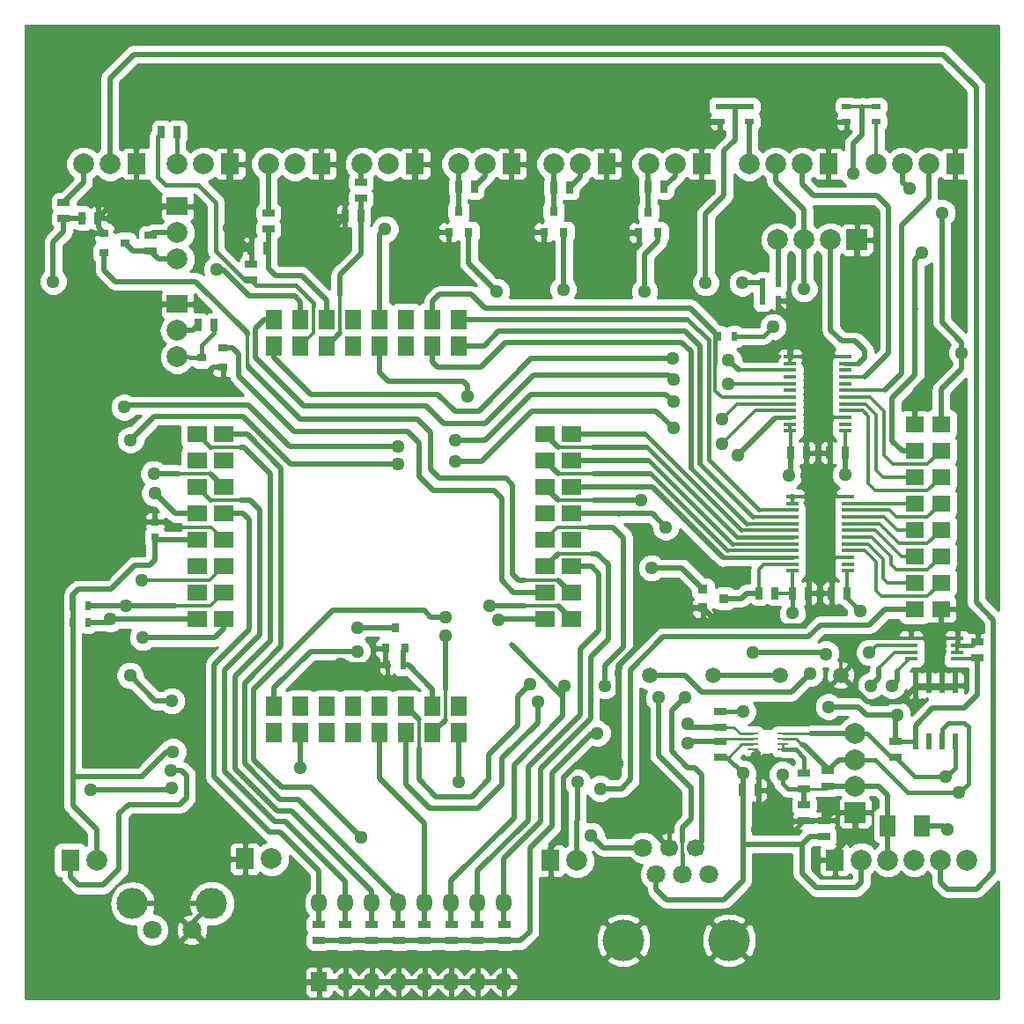
<source format=gbl>
G04 #@! TF.FileFunction,Copper,L2,Bot,Signal*
%FSLAX46Y46*%
G04 Gerber Fmt 4.6, Leading zero omitted, Abs format (unit mm)*
G04 Created by KiCad (PCBNEW 4.0.6) date 11/02/17 20:58:10*
%MOMM*%
%LPD*%
G01*
G04 APERTURE LIST*
%ADD10C,0.150000*%
%ADD11R,0.600000X1.550000*%
%ADD12R,1.998980X1.998980*%
%ADD13C,1.998980*%
%ADD14R,1.270000X0.406400*%
%ADD15R,1.800860X1.998980*%
%ADD16R,1.524000X1.824000*%
%ADD17O,1.524000X1.824000*%
%ADD18R,1.998980X1.800860*%
%ADD19R,0.500000X0.900000*%
%ADD20R,1.600000X1.900000*%
%ADD21R,1.600200X1.900000*%
%ADD22R,1.899920X1.600200*%
%ADD23R,1.000760X0.248920*%
%ADD24C,1.800860*%
%ADD25C,1.700000*%
%ADD26C,4.000000*%
%ADD27R,1.800860X1.524000*%
%ADD28R,0.914400X0.914400*%
%ADD29C,1.500000*%
%ADD30R,1.524000X2.032000*%
%ADD31R,0.635000X1.143000*%
%ADD32R,1.143000X0.635000*%
%ADD33C,2.999740*%
%ADD34O,2.999740X2.999740*%
%ADD35R,0.750000X0.800000*%
%ADD36R,0.900000X0.500000*%
%ADD37R,0.900000X0.800000*%
%ADD38R,0.800000X0.900000*%
%ADD39C,1.300480*%
%ADD40C,0.500380*%
%ADD41C,0.350520*%
%ADD42C,0.398780*%
%ADD43C,0.248920*%
%ADD44C,0.299720*%
%ADD45C,0.254000*%
G04 APERTURE END LIST*
D10*
D11*
X114808000Y-116172000D03*
X116078000Y-116172000D03*
X117348000Y-116172000D03*
X118618000Y-116172000D03*
X118618000Y-121572000D03*
X117348000Y-121572000D03*
X116078000Y-121572000D03*
X114808000Y-121572000D03*
D12*
X108996480Y-128427480D03*
D13*
X108996480Y-125887480D03*
X108996480Y-123347480D03*
X108996480Y-120807480D03*
D14*
X114363500Y-113626900D03*
X114363500Y-112979200D03*
X114363500Y-112318800D03*
X114363500Y-111671100D03*
X118808500Y-111671100D03*
X118808500Y-112318800D03*
X118808500Y-112979200D03*
X118808500Y-113626900D03*
D13*
X114681000Y-132969000D03*
X112141000Y-132969000D03*
X109601000Y-132969000D03*
D15*
X107061000Y-132969000D03*
D13*
X117221000Y-132969000D03*
X119761000Y-132969000D03*
D16*
X57454800Y-144703800D03*
D17*
X57454800Y-137083800D03*
X59994800Y-144703800D03*
X59994800Y-137083800D03*
X62534800Y-144703800D03*
X62534800Y-137083800D03*
X65074800Y-144703800D03*
X65074800Y-137083800D03*
X67614800Y-144703800D03*
X67614800Y-137083800D03*
X70154800Y-144703800D03*
X70154800Y-137083800D03*
X72694800Y-144703800D03*
X72694800Y-137083800D03*
X75234800Y-144703800D03*
X75234800Y-137083800D03*
D18*
X43815000Y-70104000D03*
D13*
X43815000Y-72644000D03*
X43815000Y-75184000D03*
D19*
X65520000Y-114223800D03*
X64020000Y-114223800D03*
D20*
X53116480Y-83535520D03*
X53116480Y-80995520D03*
X55656480Y-83535520D03*
X55656480Y-80995520D03*
X58196480Y-83535520D03*
X58196480Y-80995520D03*
X60736480Y-83535520D03*
X60736480Y-80995520D03*
X63276480Y-83535520D03*
X63276480Y-80995520D03*
X65816480Y-83535520D03*
X65816480Y-80995520D03*
X68356480Y-83535520D03*
X68356480Y-80995520D03*
X70896480Y-83535520D03*
X70896480Y-80995520D03*
D21*
X53116480Y-120743980D03*
X53116480Y-118203980D03*
X55656480Y-120743980D03*
X55656480Y-118203980D03*
X58196480Y-120743980D03*
X58196480Y-118203980D03*
X60736480Y-120743980D03*
X60736480Y-118203980D03*
X63276480Y-120743980D03*
X63276480Y-118203980D03*
X65816480Y-120743980D03*
X65816480Y-118203980D03*
X68356480Y-120743980D03*
X68356480Y-118203980D03*
X70896480Y-120743980D03*
X70896480Y-118203980D03*
D22*
X48290480Y-109821980D03*
X45750480Y-109821980D03*
X48290480Y-107281980D03*
X45750480Y-107281980D03*
X48290480Y-104741980D03*
X45750480Y-104741980D03*
X48290480Y-102201980D03*
X45750480Y-102201980D03*
X48290480Y-99661980D03*
X45750480Y-99661980D03*
X48290480Y-97121980D03*
X45750480Y-97121980D03*
X48290480Y-94581980D03*
X45750480Y-94581980D03*
X48290480Y-92041980D03*
X45750480Y-92041980D03*
X81691480Y-92041980D03*
X79151480Y-92041980D03*
X81691480Y-94581980D03*
X79151480Y-94581980D03*
X81691480Y-97121980D03*
X79151480Y-97121980D03*
X81691480Y-99661980D03*
X79151480Y-99661980D03*
X81691480Y-102201980D03*
X79151480Y-102201980D03*
X81691480Y-104741980D03*
X79151480Y-104741980D03*
X81691480Y-107281980D03*
X79151480Y-107281980D03*
X81691480Y-109821980D03*
X79151480Y-109821980D03*
D15*
X118618000Y-66040000D03*
D13*
X116078000Y-66040000D03*
X113538000Y-66040000D03*
X110998000Y-66040000D03*
D15*
X94234000Y-66040000D03*
D13*
X91694000Y-66040000D03*
X89154000Y-66040000D03*
D12*
X109169200Y-73329800D03*
D13*
X106629200Y-73329800D03*
X104089200Y-73329800D03*
X101549200Y-73329800D03*
D15*
X66675000Y-66040000D03*
D13*
X64135000Y-66040000D03*
X61595000Y-66040000D03*
D15*
X57658000Y-66040000D03*
D13*
X55118000Y-66040000D03*
X52578000Y-66040000D03*
D15*
X48895000Y-66040000D03*
D13*
X46355000Y-66040000D03*
X43815000Y-66040000D03*
D15*
X39878000Y-66040000D03*
D13*
X37338000Y-66040000D03*
X34798000Y-66040000D03*
D19*
X33743200Y-110109000D03*
X35243200Y-110109000D03*
X33743200Y-108534200D03*
X35243200Y-108534200D03*
X97358900Y-82626200D03*
X95858900Y-82626200D03*
D23*
X99161600Y-120827800D03*
X99161600Y-121335800D03*
X99161600Y-121843800D03*
X99161600Y-122351800D03*
X102057200Y-120827800D03*
X102057200Y-121335800D03*
X102057200Y-121843800D03*
X102057200Y-122351800D03*
D24*
X92422980Y-134332980D03*
X89882980Y-134332980D03*
X94962980Y-134332980D03*
X88612980Y-131792980D03*
D25*
X91152980Y-131792980D03*
X93692980Y-131792980D03*
D26*
X96867980Y-140682980D03*
X86707980Y-140682980D03*
D27*
X114711480Y-91089480D03*
X117251480Y-91089480D03*
X114711480Y-93629480D03*
X117251480Y-93629480D03*
X114711480Y-96169480D03*
X117251480Y-96169480D03*
X114711480Y-98709480D03*
X117251480Y-98709480D03*
X114711480Y-101249480D03*
X117251480Y-101249480D03*
X114711480Y-103789480D03*
X117251480Y-103789480D03*
X114711480Y-106329480D03*
X117251480Y-106329480D03*
X114711480Y-108869480D03*
X117251480Y-108869480D03*
D28*
X94361000Y-106934000D03*
X94361000Y-108712000D03*
X96393000Y-107823000D03*
D29*
X89217500Y-115252500D03*
X95313500Y-115252500D03*
D30*
X112141000Y-129667000D03*
X115443000Y-129667000D03*
D31*
X90627200Y-68249800D03*
X89103200Y-68249800D03*
D32*
X104089200Y-126136400D03*
X104089200Y-124612400D03*
D31*
X101244400Y-107315000D03*
X99720400Y-107315000D03*
D32*
X41275000Y-72898000D03*
X41275000Y-74422000D03*
D31*
X81534000Y-68300600D03*
X80010000Y-68300600D03*
X61468000Y-71043800D03*
X59944000Y-71043800D03*
X52451000Y-74168000D03*
X50927000Y-74168000D03*
D32*
X50927000Y-77216000D03*
X50927000Y-75692000D03*
D31*
X34671000Y-71247000D03*
X36195000Y-71247000D03*
D32*
X61468000Y-67843400D03*
X61468000Y-69367400D03*
X52578000Y-70739000D03*
X52578000Y-72263000D03*
D31*
X43815000Y-62992000D03*
X42291000Y-62992000D03*
D32*
X32893000Y-69723000D03*
X32893000Y-71247000D03*
D24*
X45212000Y-139700000D03*
X41402000Y-139700000D03*
D33*
X47117000Y-137160000D03*
D34*
X39497000Y-137160000D03*
D14*
X102743000Y-91719400D03*
X102743000Y-91084400D03*
X102743000Y-90424000D03*
X102743000Y-89763600D03*
X102743000Y-89128600D03*
X102743000Y-88468200D03*
X102743000Y-87807800D03*
X102743000Y-87172800D03*
X102743000Y-86512400D03*
X102743000Y-85877400D03*
X102743000Y-85217000D03*
X102743000Y-84556600D03*
X108077000Y-84531200D03*
X108077000Y-85217000D03*
X108077000Y-85877400D03*
X108077000Y-86512400D03*
X108077000Y-87172800D03*
X108077000Y-87807800D03*
X108077000Y-88468200D03*
X108077000Y-89128600D03*
X108077000Y-89763600D03*
X108077000Y-90424000D03*
X108077000Y-91084400D03*
X108077000Y-91719400D03*
X102946200Y-105181400D03*
X102946200Y-104546400D03*
X102946200Y-103886000D03*
X102946200Y-103225600D03*
X102946200Y-102590600D03*
X102946200Y-101930200D03*
X102946200Y-101269800D03*
X102946200Y-100634800D03*
X102946200Y-99974400D03*
X102946200Y-99339400D03*
X102946200Y-98679000D03*
X102946200Y-98018600D03*
X108280200Y-97993200D03*
X108280200Y-98679000D03*
X108280200Y-99339400D03*
X108280200Y-99974400D03*
X108280200Y-100634800D03*
X108280200Y-101269800D03*
X108280200Y-101930200D03*
X108280200Y-102590600D03*
X108280200Y-103225600D03*
X108280200Y-103886000D03*
X108280200Y-104546400D03*
X108280200Y-105181400D03*
D32*
X112852200Y-121564400D03*
X112852200Y-123088400D03*
X106375200Y-125907800D03*
X106375200Y-124383800D03*
D31*
X72390000Y-68249800D03*
X70866000Y-68249800D03*
X45847000Y-81534000D03*
X47371000Y-81534000D03*
D32*
X96062800Y-123063000D03*
X96062800Y-121539000D03*
X96062800Y-118694200D03*
X96062800Y-120218200D03*
X104089200Y-127685800D03*
X104089200Y-129209800D03*
D31*
X102971600Y-107315000D03*
X104495600Y-107315000D03*
X108051600Y-93802200D03*
X106527600Y-93802200D03*
D32*
X106011980Y-130713480D03*
X106011980Y-129189480D03*
D31*
X102768400Y-93802200D03*
X104292400Y-93802200D03*
X98145600Y-126250700D03*
X99669600Y-126250700D03*
D32*
X120777000Y-113538000D03*
X120777000Y-112014000D03*
D31*
X108254800Y-107315000D03*
X106730800Y-107315000D03*
D29*
X101752400Y-115189000D03*
X107594400Y-115189000D03*
D15*
X79705200Y-133019800D03*
D13*
X82245200Y-133019800D03*
D15*
X50342800Y-132867400D03*
D13*
X52882800Y-132867400D03*
D15*
X106426000Y-66040000D03*
D13*
X103886000Y-66040000D03*
X101346000Y-66040000D03*
X98806000Y-66040000D03*
D15*
X85090000Y-66040000D03*
D13*
X82550000Y-66040000D03*
X80010000Y-66040000D03*
D15*
X75946000Y-66040000D03*
D13*
X73406000Y-66040000D03*
X70866000Y-66040000D03*
D35*
X41656000Y-101969000D03*
X41656000Y-100469000D03*
D15*
X33528000Y-132969000D03*
D13*
X36068000Y-132969000D03*
D19*
X101588000Y-77495400D03*
X100088000Y-77495400D03*
X100088000Y-79171800D03*
X101588000Y-79171800D03*
D36*
X98806000Y-61989400D03*
X98806000Y-60489400D03*
X96012000Y-60489400D03*
X96012000Y-61989400D03*
X110998000Y-61989400D03*
X110998000Y-60489400D03*
X108153200Y-60489400D03*
X108153200Y-61989400D03*
D18*
X43815000Y-79502000D03*
D13*
X43815000Y-82042000D03*
X43815000Y-84582000D03*
D37*
X36795200Y-74584600D03*
X36795200Y-72684600D03*
X38795200Y-73634600D03*
D38*
X90053200Y-72653400D03*
X88153200Y-72653400D03*
X89103200Y-70653400D03*
X71816000Y-72602600D03*
X69916000Y-72602600D03*
X70866000Y-70602600D03*
D37*
X48193200Y-83708200D03*
X48193200Y-85608200D03*
X46193200Y-84658200D03*
D38*
X80960000Y-72602600D03*
X79060000Y-72602600D03*
X80010000Y-70602600D03*
X65720000Y-112633000D03*
X63820000Y-112633000D03*
X64770000Y-110633000D03*
D32*
X65151000Y-140716000D03*
X65151000Y-139192000D03*
X75311000Y-140716000D03*
X75311000Y-139192000D03*
X62484000Y-140716000D03*
X62484000Y-139192000D03*
X72644000Y-140716000D03*
X72644000Y-139192000D03*
X59944000Y-140716000D03*
X59944000Y-139192000D03*
X70231000Y-140716000D03*
X70231000Y-139192000D03*
X57404000Y-140716000D03*
X57404000Y-139192000D03*
X67564000Y-140716000D03*
X67564000Y-139192000D03*
D39*
X113030000Y-118999000D03*
X119253000Y-84201000D03*
X117348000Y-70739000D03*
X104089200Y-78054200D03*
X106426000Y-118237000D03*
X101993700Y-124764800D03*
X114198400Y-68427600D03*
X109499400Y-109042200D03*
X108051600Y-95935800D03*
X90779600Y-100965000D03*
X97688400Y-94056200D03*
X69596000Y-111379000D03*
X88747600Y-78308200D03*
X80924400Y-78105000D03*
X74726800Y-109905800D03*
X88392000Y-98374200D03*
X96164400Y-90601800D03*
X89408000Y-104902000D03*
X61112400Y-112903000D03*
X96164400Y-92989400D03*
X92875100Y-121780300D03*
X78486000Y-117729000D03*
X77724000Y-116078000D03*
X92875100Y-119862600D03*
X96824800Y-84912200D03*
X70535800Y-92583000D03*
X91503500Y-88900000D03*
X38709600Y-89433400D03*
X37338000Y-109804200D03*
X65024000Y-93218000D03*
X65024000Y-94869000D03*
X91503500Y-91440000D03*
X70573900Y-94640400D03*
X96774000Y-87198200D03*
X39319200Y-92583000D03*
X38912800Y-108534200D03*
X43180000Y-124333000D03*
X55626000Y-124079000D03*
X91440000Y-84772500D03*
X92633800Y-117322600D03*
X91503500Y-86804500D03*
X90106500Y-117373400D03*
X61468000Y-130810000D03*
X69596000Y-109601000D03*
X83616800Y-130632200D03*
X71755000Y-88392000D03*
X84963000Y-116205000D03*
X81026000Y-116205000D03*
X86106000Y-123698000D03*
X116713000Y-83185000D03*
X118592600Y-68884800D03*
X107061000Y-132969000D03*
X59537600Y-114122200D03*
X85344000Y-119430800D03*
X99618800Y-130073400D03*
X109169200Y-81610200D03*
X103581200Y-81711800D03*
X91160600Y-126746000D03*
X104292400Y-96037400D03*
X48768000Y-72212200D03*
X57658000Y-72161400D03*
X101104700Y-81711800D03*
X43383200Y-122555000D03*
X84201000Y-120777000D03*
X99187000Y-113030000D03*
X106172000Y-113157000D03*
X102616000Y-96012000D03*
X102971600Y-109245400D03*
X98196400Y-124612400D03*
X98196400Y-118694200D03*
X104648000Y-115062000D03*
X117856000Y-130048000D03*
X39268400Y-115239800D03*
X43281600Y-117678200D03*
X61112400Y-110617000D03*
X31877000Y-77343000D03*
X47599600Y-76187300D03*
X110363000Y-113030000D03*
X70866000Y-125476000D03*
X82296000Y-125476000D03*
X115443000Y-74549000D03*
X84480400Y-126111000D03*
X35509200Y-126212600D03*
X43281600Y-126085600D03*
X110490000Y-116205000D03*
X118999000Y-126492000D03*
X117729000Y-124968000D03*
X112522000Y-116205000D03*
X73812400Y-108534200D03*
X74523600Y-78308200D03*
X40487600Y-111556800D03*
X98145600Y-77495400D03*
X94615000Y-77470000D03*
X41554400Y-95834200D03*
X108813600Y-66929000D03*
X63804800Y-72313800D03*
X40436800Y-106045000D03*
X41630600Y-97713800D03*
D40*
X117221000Y-132969000D02*
X117221000Y-135128000D01*
X37338000Y-57785000D02*
X37338000Y-66040000D01*
X39624000Y-55499000D02*
X37338000Y-57785000D01*
X117475000Y-55499000D02*
X39624000Y-55499000D01*
X120650000Y-58674000D02*
X117475000Y-55499000D01*
X120650000Y-108204000D02*
X120650000Y-58674000D01*
X122301000Y-109855000D02*
X120650000Y-108204000D01*
X122301000Y-134112000D02*
X122301000Y-109855000D01*
X120650000Y-135763000D02*
X122301000Y-134112000D01*
X117856000Y-135763000D02*
X120650000Y-135763000D01*
X117221000Y-135128000D02*
X117856000Y-135763000D01*
X117348000Y-70739000D02*
X117348000Y-81280000D01*
X119253000Y-83185000D02*
X119253000Y-84201000D01*
X117348000Y-81280000D02*
X119253000Y-83185000D01*
X113030000Y-118999000D02*
X110109000Y-118999000D01*
X110109000Y-118999000D02*
X109347000Y-118237000D01*
X112852200Y-119176800D02*
X112852200Y-121564400D01*
X113030000Y-118999000D02*
X112852200Y-119176800D01*
X108996480Y-125887480D02*
X111282480Y-125887480D01*
X112141000Y-126746000D02*
X112141000Y-129667000D01*
X111282480Y-125887480D02*
X112141000Y-126746000D01*
X117251480Y-91089480D02*
X117251480Y-87726520D01*
X119253000Y-85725000D02*
X119253000Y-84201000D01*
X117251480Y-87726520D02*
X119253000Y-85725000D01*
X104089200Y-78054200D02*
X104089200Y-73329800D01*
X120777000Y-113538000D02*
X120777000Y-117094000D01*
X114782600Y-120040400D02*
X114782600Y-121716800D01*
X116459000Y-118364000D02*
X114782600Y-120040400D01*
X112852200Y-121564400D02*
X112674400Y-121564400D01*
X109347000Y-118237000D02*
X106426000Y-118237000D01*
D41*
X118808500Y-113626900D02*
X120688100Y-113626900D01*
X120688100Y-113626900D02*
X120777000Y-113538000D01*
D40*
X112141000Y-132969000D02*
X112141000Y-129540000D01*
X104089200Y-73329800D02*
X104089200Y-70434200D01*
X104089200Y-70434200D02*
X101346000Y-67691000D01*
X101346000Y-67691000D02*
X101346000Y-66040000D01*
D42*
X104089200Y-126136400D02*
X102514400Y-126136400D01*
X101993700Y-125615700D02*
X101993700Y-124764800D01*
X102514400Y-126136400D02*
X101993700Y-125615700D01*
D40*
X113538000Y-66040000D02*
X113538000Y-67767200D01*
X113538000Y-67767200D02*
X114198400Y-68427600D01*
D42*
X104089200Y-70434200D02*
X101879400Y-68224400D01*
X101346000Y-67691000D02*
X101346000Y-66040000D01*
X101879400Y-68224400D02*
X101346000Y-67691000D01*
X109499400Y-109042200D02*
X108254800Y-107797600D01*
X108254800Y-107797600D02*
X108254800Y-107315000D01*
X113080800Y-121589800D02*
X114655600Y-121589800D01*
X114655600Y-121589800D02*
X114782600Y-121716800D01*
D40*
X104089200Y-127685800D02*
X104089200Y-126136400D01*
D43*
X104089200Y-126136400D02*
X106146600Y-126136400D01*
X106146600Y-126136400D02*
X106375200Y-125907800D01*
D40*
X106375200Y-125907800D02*
X108976160Y-125907800D01*
D41*
X108976160Y-125907800D02*
X108996480Y-125887480D01*
D40*
X108051600Y-95935800D02*
X108051600Y-93802200D01*
D41*
X108051600Y-93802200D02*
X108051600Y-91744800D01*
X108051600Y-91744800D02*
X108077000Y-91719400D01*
X108254800Y-107315000D02*
X108254800Y-105206800D01*
X108254800Y-105206800D02*
X108280200Y-105181400D01*
D40*
X119507000Y-118364000D02*
X116459000Y-118364000D01*
X120777000Y-117094000D02*
X119507000Y-118364000D01*
X70896480Y-80995520D02*
X92908120Y-80995520D01*
D42*
X94894400Y-94513400D02*
X99720400Y-99339400D01*
X94894400Y-82981800D02*
X94894400Y-94513400D01*
X92908120Y-80995520D02*
X94894400Y-82981800D01*
D41*
X102946200Y-99339400D02*
X99720400Y-99339400D01*
D40*
X94081600Y-85521800D02*
X94081600Y-83540600D01*
D41*
X99136200Y-99974400D02*
X102946200Y-99974400D01*
D40*
X94081600Y-85521800D02*
X94081600Y-94919800D01*
D42*
X94081600Y-94919800D02*
X99136200Y-99974400D01*
D40*
X94081600Y-83540600D02*
X92659200Y-82118200D01*
X92659200Y-82118200D02*
X74726800Y-82118200D01*
X74726800Y-82118200D02*
X73309480Y-83535520D01*
X73309480Y-83535520D02*
X70896480Y-83535520D01*
X68356480Y-83535520D02*
X68356480Y-85095080D01*
D42*
X98526600Y-100634800D02*
X93218000Y-95326200D01*
D41*
X102946200Y-100634800D02*
X98526600Y-100634800D01*
D40*
X68356480Y-85095080D02*
X68834000Y-85572600D01*
X68834000Y-85572600D02*
X72999600Y-85572600D01*
X72999600Y-85572600D02*
X75387200Y-83185000D01*
X75387200Y-83185000D02*
X92303600Y-83185000D01*
X92303600Y-83185000D02*
X93218000Y-84099400D01*
X93218000Y-84099400D02*
X93218000Y-95326200D01*
D41*
X102946200Y-101269800D02*
X98044000Y-101269800D01*
D40*
X88816180Y-92041980D02*
X81691480Y-92041980D01*
D42*
X98044000Y-101269800D02*
X88816180Y-92041980D01*
D40*
X83769200Y-93294200D02*
X89001600Y-93294200D01*
D42*
X102946200Y-101930200D02*
X97637600Y-101930200D01*
D40*
X80403700Y-93294200D02*
X79151480Y-92041980D01*
D41*
X83769200Y-93294200D02*
X80403700Y-93294200D01*
D42*
X97637600Y-101930200D02*
X89001600Y-93294200D01*
D41*
X102946200Y-102590600D02*
X97180400Y-102590600D01*
D40*
X89171780Y-94581980D02*
X81691480Y-94581980D01*
D42*
X97180400Y-102590600D02*
X89171780Y-94581980D01*
D40*
X83807300Y-95834200D02*
X89306400Y-95834200D01*
D41*
X102946200Y-103225600D02*
X96697800Y-103225600D01*
D40*
X80403700Y-95834200D02*
X79151480Y-94581980D01*
D41*
X83807300Y-95834200D02*
X80403700Y-95834200D01*
D42*
X96697800Y-103225600D02*
X89306400Y-95834200D01*
X102946200Y-103886000D02*
X96291400Y-103886000D01*
D40*
X89527380Y-97121980D02*
X81691480Y-97121980D01*
X96291400Y-103886000D02*
X89527380Y-97121980D01*
X81691480Y-99661980D02*
X86296500Y-99661980D01*
X90779600Y-100965000D02*
X89476580Y-99661980D01*
X89476580Y-99661980D02*
X86329520Y-99661980D01*
X86329520Y-99661980D02*
X86296500Y-99695000D01*
X86296500Y-99695000D02*
X86296500Y-99661980D01*
X101269800Y-90474800D02*
X97688400Y-94056200D01*
D42*
X101269800Y-90424000D02*
X101269800Y-90474800D01*
X102743000Y-90424000D02*
X101269800Y-90424000D01*
D40*
X69596000Y-111379000D02*
X69596000Y-113665000D01*
X69596000Y-116547900D02*
X69596000Y-113665000D01*
X69596000Y-119504460D02*
X68356480Y-120743980D01*
D41*
X69596000Y-116547900D02*
X69596000Y-119504460D01*
D40*
X90053200Y-72653400D02*
X90053200Y-73446600D01*
X88747600Y-74752200D02*
X88747600Y-78308200D01*
X90053200Y-73446600D02*
X88747600Y-74752200D01*
D42*
X68356480Y-120743980D02*
X68359020Y-120743980D01*
D40*
X89103200Y-68249800D02*
X89103200Y-66090800D01*
X89103200Y-66090800D02*
X89154000Y-66040000D01*
X89103200Y-70653400D02*
X89103200Y-68249800D01*
X79151480Y-109821980D02*
X74810620Y-109821980D01*
X80924400Y-78105000D02*
X80960000Y-78069400D01*
X80960000Y-78069400D02*
X80960000Y-72602600D01*
X74810620Y-109821980D02*
X74726800Y-109905800D01*
X80010000Y-68300600D02*
X80010000Y-66040000D01*
X80010000Y-70602600D02*
X80010000Y-68300600D01*
X36795200Y-74584600D02*
X36795200Y-76292200D01*
X50553618Y-82423000D02*
X50577748Y-82423000D01*
X50553618Y-82303618D02*
X50553618Y-82423000D01*
X45593000Y-77343000D02*
X50553618Y-82303618D01*
X37846000Y-77343000D02*
X45593000Y-77343000D01*
X36795200Y-76292200D02*
X37846000Y-77343000D01*
X77127100Y-106045000D02*
X76644500Y-106045000D01*
X77266800Y-106045000D02*
X77127100Y-106045000D01*
X81653380Y-107281980D02*
X80416400Y-106045000D01*
D41*
X80416400Y-106045000D02*
X77266800Y-106045000D01*
D40*
X68173600Y-91821000D02*
X68173600Y-95415100D01*
X66916300Y-90563700D02*
X68173600Y-91821000D01*
X55638700Y-90563700D02*
X66916300Y-90563700D01*
X50634900Y-85559900D02*
X55638700Y-90563700D01*
X50634900Y-85534500D02*
X50634900Y-85407500D01*
D41*
X50577748Y-83820000D02*
X50577748Y-82423000D01*
X50577748Y-85350348D02*
X50634900Y-85407500D01*
X50577748Y-83820000D02*
X50577748Y-85350348D01*
D40*
X50634900Y-85534500D02*
X50634900Y-85559900D01*
X76644500Y-106045000D02*
X76073000Y-105473500D01*
X76073000Y-105473500D02*
X76073000Y-96901000D01*
X76073000Y-96901000D02*
X75438000Y-96266000D01*
X75438000Y-96266000D02*
X69024500Y-96266000D01*
X69024500Y-96266000D02*
X68173600Y-95415100D01*
D41*
X81691480Y-107281980D02*
X81653380Y-107281980D01*
X36795200Y-74584600D02*
X36880800Y-74670200D01*
D40*
X41275000Y-74422000D02*
X39582600Y-74422000D01*
X39582600Y-74422000D02*
X38795200Y-73634600D01*
X43815000Y-75184000D02*
X42037000Y-75184000D01*
X42037000Y-75184000D02*
X41275000Y-74422000D01*
X83845400Y-98374200D02*
X88392000Y-98374200D01*
D41*
X80416400Y-98374200D02*
X83845400Y-98374200D01*
D40*
X79164180Y-97121980D02*
X80416400Y-98374200D01*
D41*
X97637600Y-89128600D02*
X96164400Y-90601800D01*
X102743000Y-89128600D02*
X97637600Y-89128600D01*
X79151480Y-97121980D02*
X79164180Y-97121980D01*
D40*
X89408000Y-104902000D02*
X92329000Y-104902000D01*
X92329000Y-104902000D02*
X94361000Y-106934000D01*
D41*
X92329000Y-104902000D02*
X94361000Y-106934000D01*
D40*
X53116480Y-118203980D02*
X53116480Y-116428520D01*
X56642000Y-112903000D02*
X61112400Y-112903000D01*
X53116480Y-116428520D02*
X56642000Y-112903000D01*
D41*
X102743000Y-89763600D02*
X99390200Y-89763600D01*
X99390200Y-89763600D02*
X96164400Y-92989400D01*
D40*
X78486000Y-117729000D02*
X78486000Y-119761000D01*
X78486000Y-119761000D02*
X75057000Y-123190000D01*
X65816480Y-123571000D02*
X65816480Y-125760480D01*
X75057000Y-125730000D02*
X75057000Y-125222000D01*
X72771000Y-128016000D02*
X75057000Y-125730000D01*
X68072000Y-128016000D02*
X72771000Y-128016000D01*
X65816480Y-125760480D02*
X68072000Y-128016000D01*
X93116400Y-121539000D02*
X92875100Y-121780300D01*
X96062800Y-121539000D02*
X93116400Y-121539000D01*
X75057000Y-123190000D02*
X75057000Y-125222000D01*
X65816480Y-120743980D02*
X65816480Y-123571000D01*
D43*
X99161600Y-121335800D02*
X96266000Y-121335800D01*
X96266000Y-121335800D02*
X96062800Y-121539000D01*
D40*
X77724000Y-116078000D02*
X76581000Y-117221000D01*
X73787000Y-122809000D02*
X73787000Y-124968000D01*
X76581000Y-120015000D02*
X73787000Y-122809000D01*
X76581000Y-117221000D02*
X76581000Y-120015000D01*
X67081400Y-124079000D02*
X67081400Y-125247400D01*
X72136000Y-126873000D02*
X73787000Y-125222000D01*
X68707000Y-126873000D02*
X72136000Y-126873000D01*
X67081400Y-125247400D02*
X68707000Y-126873000D01*
X73787000Y-124968000D02*
X73787000Y-125222000D01*
D41*
X67081400Y-119468900D02*
X67081400Y-122288300D01*
D40*
X67081400Y-119468900D02*
X65816480Y-118203980D01*
X67081400Y-122288300D02*
X67081400Y-124079000D01*
X96062800Y-120218200D02*
X93230700Y-120218200D01*
X93230700Y-120218200D02*
X92875100Y-119862600D01*
D43*
X99161600Y-120827800D02*
X97942400Y-120827800D01*
X97332800Y-120218200D02*
X96062800Y-120218200D01*
X97942400Y-120827800D02*
X97332800Y-120218200D01*
D41*
X102743000Y-85877400D02*
X97790000Y-85877400D01*
D40*
X97790000Y-85877400D02*
X96824800Y-84912200D01*
X73431400Y-92583000D02*
X70535800Y-92583000D01*
X91503500Y-88900000D02*
X90805000Y-88201500D01*
X90805000Y-88201500D02*
X77812900Y-88201500D01*
X77812900Y-88201500D02*
X73431400Y-92583000D01*
X65024000Y-93218000D02*
X54610000Y-93205300D01*
X54610000Y-93205300D02*
X50647600Y-89242900D01*
X50647600Y-89242900D02*
X38900100Y-89242900D01*
X38900100Y-89242900D02*
X38709600Y-89433400D01*
X35243200Y-110109000D02*
X37033200Y-110109000D01*
X37033200Y-110109000D02*
X37338000Y-109804200D01*
X45750480Y-109821980D02*
X37355780Y-109821980D01*
X37355780Y-109821980D02*
X37338000Y-109804200D01*
D42*
X37033200Y-110109000D02*
X37338000Y-109804200D01*
D41*
X37338000Y-109804200D02*
X37355780Y-109821980D01*
D40*
X106629200Y-73329800D02*
X106629200Y-82016600D01*
X109347000Y-85217000D02*
X109905800Y-84658200D01*
X109905800Y-84658200D02*
X109905800Y-83972400D01*
D42*
X108077000Y-85217000D02*
X109347000Y-85217000D01*
D40*
X106629200Y-82016600D02*
X107696000Y-83083400D01*
X107696000Y-83083400D02*
X109016800Y-83083400D01*
X109016800Y-83083400D02*
X109905800Y-83972400D01*
X65024000Y-94869000D02*
X54724300Y-94869000D01*
X89852500Y-89789000D02*
X91503500Y-91440000D01*
X77914500Y-89789000D02*
X89852500Y-89789000D01*
X73063100Y-94640400D02*
X77914500Y-89789000D01*
X96799400Y-87172800D02*
X96774000Y-87198200D01*
D41*
X102743000Y-87172800D02*
X96799400Y-87172800D01*
D40*
X70573900Y-94640400D02*
X73063100Y-94640400D01*
X42684700Y-90297000D02*
X41605200Y-90297000D01*
X43942000Y-90297000D02*
X47574200Y-90297000D01*
X43942000Y-90297000D02*
X42684700Y-90297000D01*
X47574200Y-90297000D02*
X50152300Y-90297000D01*
X41605200Y-90297000D02*
X39319200Y-92583000D01*
X54724300Y-94869000D02*
X50152300Y-90297000D01*
X43637200Y-108534200D02*
X38912800Y-108534200D01*
X38912800Y-108534200D02*
X35243200Y-108534200D01*
D41*
X47040800Y-108534200D02*
X43637200Y-108534200D01*
X47040800Y-108534200D02*
X48290480Y-107284520D01*
X48290480Y-107281980D02*
X48290480Y-107284520D01*
D40*
X103886000Y-66040000D02*
X103886000Y-67945000D01*
X111125000Y-69088000D02*
X112217200Y-70180200D01*
X105029000Y-69088000D02*
X111125000Y-69088000D01*
X103886000Y-67945000D02*
X105029000Y-69088000D01*
D41*
X108077000Y-86512400D02*
X109905800Y-86512400D01*
D40*
X112217200Y-84201000D02*
X112217200Y-70180200D01*
X109905800Y-86512400D02*
X112217200Y-84201000D01*
X68356480Y-80995520D02*
X68356480Y-79230220D01*
X72097900Y-78574900D02*
X73406000Y-79883000D01*
X69011800Y-78574900D02*
X72097900Y-78574900D01*
X68356480Y-79230220D02*
X69011800Y-78574900D01*
D42*
X95554800Y-85280500D02*
X95554800Y-82930300D01*
X95554800Y-82930300D02*
X95858900Y-82626200D01*
D40*
X76657200Y-79883000D02*
X73406000Y-79883000D01*
X93116400Y-79883000D02*
X76657200Y-79883000D01*
X95554800Y-82321400D02*
X93116400Y-79883000D01*
D41*
X95554800Y-85280500D02*
X95554800Y-82321400D01*
X102743000Y-88468200D02*
X96164400Y-88468200D01*
X95554800Y-87858600D02*
X95554800Y-85280500D01*
X96164400Y-88468200D02*
X95554800Y-87858600D01*
D42*
X68356480Y-80995520D02*
X68439600Y-80912400D01*
D40*
X113487200Y-86182200D02*
X113487200Y-71932800D01*
X113487200Y-71932800D02*
X116078000Y-69342000D01*
D41*
X108077000Y-87807800D02*
X111861600Y-87807800D01*
D40*
X111861600Y-87807800D02*
X113487200Y-86182200D01*
X116078000Y-69342000D02*
X116078000Y-66040000D01*
D41*
X108280200Y-98679000D02*
X114681000Y-98679000D01*
X114681000Y-98679000D02*
X114711480Y-98709480D01*
X108280200Y-99339400D02*
X112268000Y-99339400D01*
X115961160Y-99999800D02*
X117251480Y-98709480D01*
X112928400Y-99999800D02*
X115961160Y-99999800D01*
X112268000Y-99339400D02*
X112928400Y-99999800D01*
X108280200Y-99974400D02*
X111734600Y-99974400D01*
X113009680Y-101249480D02*
X114711480Y-101249480D01*
X111734600Y-99974400D02*
X113009680Y-101249480D01*
X115961160Y-102539800D02*
X117251480Y-101249480D01*
X113233200Y-102539800D02*
X115961160Y-102539800D01*
X111328200Y-100634800D02*
X113233200Y-102539800D01*
X108280200Y-100634800D02*
X111328200Y-100634800D01*
X108280200Y-101269800D02*
X110947200Y-101269800D01*
X113466880Y-103789480D02*
X114711480Y-103789480D01*
X110947200Y-101269800D02*
X113466880Y-103789480D01*
X112420400Y-104216200D02*
X112420400Y-104571800D01*
X112420400Y-104571800D02*
X112928400Y-105079800D01*
X115961160Y-105079800D02*
X117251480Y-103789480D01*
X112928400Y-105079800D02*
X115961160Y-105079800D01*
X108280200Y-101930200D02*
X110591600Y-101930200D01*
X112420400Y-103759000D02*
X112420400Y-104216200D01*
X110591600Y-101930200D02*
X112420400Y-103759000D01*
X108280200Y-102590600D02*
X110286800Y-102590600D01*
X112095280Y-106329480D02*
X114711480Y-106329480D01*
X111709200Y-105943400D02*
X112095280Y-106329480D01*
X111709200Y-104013000D02*
X111709200Y-105943400D01*
X110286800Y-102590600D02*
X111709200Y-104013000D01*
X108280200Y-103225600D02*
X109905800Y-103225600D01*
X115961160Y-107619800D02*
X117251480Y-106329480D01*
X111506000Y-107619800D02*
X115961160Y-107619800D01*
X110998000Y-107111800D02*
X111506000Y-107619800D01*
X110998000Y-104317800D02*
X110998000Y-107111800D01*
X109905800Y-103225600D02*
X110998000Y-104317800D01*
D40*
X34798000Y-66040000D02*
X34798000Y-67818000D01*
X34798000Y-67818000D02*
X32893000Y-69723000D01*
D42*
X43815000Y-66040000D02*
X43815000Y-62992000D01*
D40*
X52578000Y-70739000D02*
X52578000Y-66040000D01*
X61468000Y-67843400D02*
X61595000Y-66040000D01*
X55656480Y-120743980D02*
X55656480Y-124048520D01*
X55656480Y-124048520D02*
X55626000Y-124079000D01*
X44704000Y-125984000D02*
X44704000Y-127000000D01*
X44704000Y-125984000D02*
X44704000Y-124841000D01*
X44704000Y-124841000D02*
X44196000Y-124333000D01*
X44196000Y-124333000D02*
X43180000Y-124333000D01*
X36703000Y-135382000D02*
X38227000Y-133858000D01*
X34290000Y-135382000D02*
X36703000Y-135382000D01*
X33528000Y-134620000D02*
X34290000Y-135382000D01*
X33528000Y-132969000D02*
X33528000Y-134620000D01*
X44704000Y-127000000D02*
X44069000Y-127635000D01*
X44069000Y-127635000D02*
X39116000Y-127635000D01*
X39116000Y-127635000D02*
X38227000Y-128524000D01*
X38227000Y-128524000D02*
X38227000Y-133858000D01*
D41*
X55372000Y-121028460D02*
X55656480Y-120743980D01*
D40*
X71120000Y-89839800D02*
X72783700Y-89839800D01*
X72783700Y-89839800D02*
X77851000Y-84772500D01*
X77851000Y-84772500D02*
X91440000Y-84772500D01*
X56629300Y-88201500D02*
X53116480Y-84688680D01*
X53116480Y-83535520D02*
X53116480Y-84688680D01*
X71120000Y-89839800D02*
X70497700Y-89839800D01*
X70497700Y-89839800D02*
X68859400Y-88201500D01*
X68859400Y-88201500D02*
X56629300Y-88201500D01*
X91351100Y-121399300D02*
X91351100Y-118605300D01*
X94259400Y-124790200D02*
X94259400Y-131226560D01*
X93586300Y-124117100D02*
X94259400Y-124790200D01*
X91351100Y-121399300D02*
X91351100Y-122542300D01*
X91351100Y-122542300D02*
X92925900Y-124117100D01*
X92925900Y-124117100D02*
X93586300Y-124117100D01*
X91351100Y-118605300D02*
X92633800Y-117322600D01*
X94259400Y-131226560D02*
X93692980Y-131792980D01*
X69430900Y-91020900D02*
X73393300Y-91020900D01*
X67716400Y-89306400D02*
X69430900Y-91020900D01*
X55943500Y-89306400D02*
X67716400Y-89306400D01*
X51308000Y-84670900D02*
X55943500Y-89306400D01*
X53116480Y-80995520D02*
X52176680Y-80995520D01*
X52176680Y-80995520D02*
X51308000Y-81864200D01*
X51308000Y-81864200D02*
X51308000Y-84670900D01*
X91503500Y-86804500D02*
X91059000Y-86360000D01*
X91059000Y-86360000D02*
X78054200Y-86360000D01*
X78054200Y-86360000D02*
X73393300Y-91020900D01*
X93218000Y-125945900D02*
X93167200Y-125945900D01*
X90106500Y-122885200D02*
X90106500Y-117373400D01*
X93167200Y-125945900D02*
X90106500Y-122885200D01*
X93218000Y-129057400D02*
X93218000Y-125945900D01*
D42*
X92422980Y-134332980D02*
X92422980Y-132392420D01*
D44*
X92422980Y-132392420D02*
X92422980Y-131259580D01*
D40*
X92405200Y-129870200D02*
X92405200Y-131241800D01*
D44*
X92422980Y-131259580D02*
X92405200Y-131241800D01*
D40*
X92405200Y-129870200D02*
X93218000Y-129057400D01*
X60579000Y-108966000D02*
X58801000Y-108966000D01*
X58801000Y-108966000D02*
X51181000Y-116586000D01*
X51181000Y-123317000D02*
X53848000Y-125984000D01*
X51181000Y-116586000D02*
X51181000Y-123317000D01*
X53848000Y-125984000D02*
X56642000Y-125984000D01*
X68199000Y-109601000D02*
X67564000Y-108966000D01*
X67564000Y-108966000D02*
X60579000Y-108966000D01*
X69596000Y-109601000D02*
X68199000Y-109601000D01*
X56642000Y-125984000D02*
X61468000Y-130810000D01*
X63276480Y-86123780D02*
X64096900Y-86944200D01*
X64096900Y-86944200D02*
X71335900Y-86944200D01*
X71335900Y-86944200D02*
X71755000Y-87363300D01*
X71755000Y-87363300D02*
X71755000Y-88392000D01*
X63276480Y-83535520D02*
X63276480Y-86123780D01*
X88612980Y-131792980D02*
X84777580Y-131792980D01*
X84777580Y-131792980D02*
X83616800Y-130632200D01*
D41*
X83616800Y-130632200D02*
X84777580Y-131792980D01*
X53492400Y-132867400D02*
X52882800Y-132867400D01*
D42*
X88612980Y-131792980D02*
X88612980Y-132341620D01*
D40*
X85267800Y-111125000D02*
X85267800Y-111709200D01*
X83566000Y-113411000D02*
X83566000Y-119380000D01*
X85267800Y-111709200D02*
X83566000Y-113411000D01*
X78727300Y-126746000D02*
X78727300Y-124218700D01*
X75234800Y-132791200D02*
X75234800Y-137083800D01*
X78727300Y-126746000D02*
X78727300Y-129298700D01*
X78727300Y-129298700D02*
X75234800Y-132791200D01*
X78727300Y-124218700D02*
X83566000Y-119380000D01*
X75234800Y-137083800D02*
X75234800Y-139115800D01*
X75234800Y-139115800D02*
X75311000Y-139192000D01*
X79179420Y-104741980D02*
X80416400Y-103505000D01*
D41*
X80416400Y-103505000D02*
X83667600Y-103505000D01*
D40*
X84201000Y-103505000D02*
X85267800Y-104571800D01*
X85267800Y-104571800D02*
X85267800Y-111125000D01*
X83667600Y-103505000D02*
X84201000Y-103505000D01*
D41*
X79151480Y-104741980D02*
X79179420Y-104741980D01*
D40*
X77546200Y-128397000D02*
X77546200Y-124002800D01*
X82550000Y-118999000D02*
X82550000Y-114046000D01*
X77546200Y-124002800D02*
X82550000Y-118999000D01*
X72694800Y-137083800D02*
X72694800Y-139141200D01*
X72694800Y-139141200D02*
X72644000Y-139192000D01*
X82550000Y-112712500D02*
X84366100Y-110896400D01*
X82550000Y-114046000D02*
X82550000Y-112712500D01*
X72694800Y-137083800D02*
X72694800Y-134048500D01*
X72694800Y-134048500D02*
X77546200Y-129197100D01*
X77546200Y-129197100D02*
X77546200Y-128397000D01*
X81691480Y-104741980D02*
X83647280Y-104741980D01*
X83647280Y-104741980D02*
X84366100Y-105460800D01*
X84366100Y-105460800D02*
X84366100Y-110896400D01*
D41*
X72694800Y-137083800D02*
X72694800Y-134048500D01*
X81691480Y-104741980D02*
X81653380Y-104741980D01*
X83439000Y-100965000D02*
X80388460Y-100965000D01*
D40*
X84963000Y-116205000D02*
X84963000Y-114300000D01*
X84963000Y-114300000D02*
X86741000Y-112522000D01*
X86741000Y-112522000D02*
X86741000Y-101981000D01*
X86741000Y-101981000D02*
X85725000Y-100965000D01*
X85725000Y-100965000D02*
X83439000Y-100965000D01*
X80899000Y-117729000D02*
X80899000Y-116332000D01*
X80899000Y-116332000D02*
X81026000Y-116205000D01*
D41*
X80388460Y-100965000D02*
X79151480Y-102201980D01*
D40*
X70154800Y-137083800D02*
X70154800Y-134950200D01*
X80899000Y-117221000D02*
X75946000Y-112268000D01*
X80899000Y-119126000D02*
X80899000Y-117729000D01*
X80899000Y-117729000D02*
X80899000Y-117221000D01*
X76200000Y-123825000D02*
X80899000Y-119126000D01*
X76200000Y-128905000D02*
X76200000Y-123825000D01*
X70154800Y-134950200D02*
X76200000Y-128905000D01*
X70154800Y-137083800D02*
X70154800Y-139115800D01*
X70154800Y-139115800D02*
X70231000Y-139192000D01*
D41*
X79151480Y-102201980D02*
X79151480Y-102179120D01*
X79151480Y-102201980D02*
X79214980Y-102201980D01*
D40*
X63276480Y-124079000D02*
X63276480Y-125125480D01*
X67614800Y-129463800D02*
X67614800Y-137083800D01*
X63276480Y-125125480D02*
X67614800Y-129463800D01*
X67614800Y-137083800D02*
X67614800Y-139141200D01*
X67614800Y-139141200D02*
X67564000Y-139192000D01*
X63276480Y-120743980D02*
X63276480Y-124079000D01*
X53797200Y-109855000D02*
X53797200Y-112445800D01*
X53721000Y-127127000D02*
X55499000Y-127127000D01*
X50292000Y-123698000D02*
X53721000Y-127127000D01*
X50292000Y-115951000D02*
X50292000Y-123698000D01*
X53797200Y-112445800D02*
X50292000Y-115951000D01*
X55499000Y-127127000D02*
X65074800Y-136702800D01*
X65074800Y-136702800D02*
X65074800Y-137083800D01*
X65074800Y-137083800D02*
X65074800Y-139115800D01*
X65074800Y-139115800D02*
X65151000Y-139192000D01*
X48290480Y-92041980D02*
X50551080Y-92041980D01*
X50551080Y-92041980D02*
X53797200Y-95288100D01*
X53797200Y-109855000D02*
X53797200Y-95288100D01*
X52781200Y-109982000D02*
X52781200Y-111937800D01*
X53428900Y-128231900D02*
X54825900Y-128231900D01*
X49403000Y-124206000D02*
X53428900Y-128231900D01*
X49403000Y-115316000D02*
X49403000Y-124206000D01*
X52781200Y-111937800D02*
X49403000Y-115316000D01*
X62534800Y-135940800D02*
X62534800Y-137083800D01*
X54825900Y-128231900D02*
X62534800Y-135940800D01*
X62534800Y-137083800D02*
X62534800Y-139141200D01*
X62534800Y-139141200D02*
X62484000Y-139192000D01*
X49860200Y-93294200D02*
X50215800Y-93294200D01*
X52768500Y-99339400D02*
X52781200Y-99339400D01*
X52768500Y-95846900D02*
X52768500Y-99339400D01*
X50215800Y-93294200D02*
X52768500Y-95846900D01*
D41*
X49860200Y-93294200D02*
X47002700Y-93294200D01*
D42*
X47002700Y-93294200D02*
X45750480Y-92041980D01*
D40*
X52781200Y-99339400D02*
X52781200Y-108991400D01*
X52781200Y-108991400D02*
X52781200Y-109982000D01*
X51765200Y-109347000D02*
X51765200Y-111302800D01*
X48387000Y-124460000D02*
X53162200Y-129235200D01*
X48387000Y-114681000D02*
X48387000Y-124460000D01*
X51765200Y-111302800D02*
X48387000Y-114681000D01*
X53162200Y-129235200D02*
X54178200Y-129235200D01*
X59994800Y-135051800D02*
X59994800Y-137083800D01*
X54178200Y-129235200D02*
X59994800Y-135051800D01*
X59994800Y-137083800D02*
X59994800Y-139141200D01*
X59994800Y-139141200D02*
X59944000Y-139192000D01*
X49885600Y-98374200D02*
X50850800Y-98374200D01*
D42*
X45750480Y-97134680D02*
X46990000Y-98374200D01*
D41*
X46990000Y-98374200D02*
X49885600Y-98374200D01*
D40*
X50850800Y-98374200D02*
X51765200Y-99288600D01*
X51765200Y-99288600D02*
X51765200Y-109347000D01*
D41*
X45750480Y-97121980D02*
X45750480Y-97134680D01*
D40*
X50698400Y-110236000D02*
X50698400Y-110845600D01*
X47371000Y-124968000D02*
X52705000Y-130302000D01*
X47371000Y-114173000D02*
X47371000Y-124968000D01*
X50698400Y-110845600D02*
X47371000Y-114173000D01*
X53467000Y-130302000D02*
X53721000Y-130302000D01*
X53467000Y-130302000D02*
X52705000Y-130302000D01*
X53721000Y-130302000D02*
X57454800Y-134035800D01*
X57454800Y-134035800D02*
X57454800Y-137083800D01*
X57454800Y-137083800D02*
X57454800Y-139141200D01*
X57454800Y-139141200D02*
X57404000Y-139192000D01*
X50106580Y-99661980D02*
X48290480Y-99661980D01*
X50698400Y-110236000D02*
X50698400Y-100253800D01*
X50698400Y-100253800D02*
X50106580Y-99661980D01*
D41*
X48290480Y-99661980D02*
X48290480Y-99623880D01*
D40*
X86106000Y-123698000D02*
X86106000Y-120192800D01*
X86106000Y-120192800D02*
X85344000Y-119430800D01*
X86106000Y-123698000D02*
X82296000Y-123698000D01*
X82296000Y-123698000D02*
X80962500Y-125031500D01*
X80962500Y-127762000D02*
X80962500Y-125031500D01*
X80962500Y-130543300D02*
X80962500Y-127762000D01*
X79705200Y-131800600D02*
X80962500Y-130543300D01*
X79705200Y-133019800D02*
X79705200Y-131800600D01*
X114711480Y-91089480D02*
X114711480Y-87853520D01*
X114711480Y-87853520D02*
X116713000Y-85852000D01*
X116713000Y-85852000D02*
X116713000Y-83185000D01*
X118592600Y-68884800D02*
X118618000Y-68859400D01*
X118618000Y-68859400D02*
X118618000Y-66040000D01*
D41*
X114363500Y-111671100D02*
X108292900Y-111671100D01*
X107594400Y-112369600D02*
X107594400Y-115189000D01*
X108292900Y-111671100D02*
X107594400Y-112369600D01*
D40*
X117322600Y-116382800D02*
X118592600Y-116382800D01*
X116052600Y-116382800D02*
X116916200Y-116382800D01*
X116916200Y-116382800D02*
X117322600Y-116382800D01*
X114782600Y-116382800D02*
X116052600Y-116382800D01*
X111252000Y-117792500D02*
X113372900Y-117792500D01*
X113372900Y-117792500D02*
X114782600Y-116382800D01*
X113347500Y-117792500D02*
X111252000Y-117792500D01*
X111252000Y-117792500D02*
X110172500Y-117792500D01*
X110172500Y-117792500D02*
X107594400Y-115214400D01*
X107594400Y-115214400D02*
X107594400Y-115189000D01*
X114782600Y-116382800D02*
X114757200Y-116382800D01*
X114757200Y-116382800D02*
X113347500Y-117792500D01*
X94361000Y-108712000D02*
X91821000Y-108712000D01*
X91821000Y-108712000D02*
X86233000Y-114300000D01*
X86233000Y-114300000D02*
X86233000Y-118541800D01*
X86233000Y-118541800D02*
X85344000Y-119430800D01*
X104495600Y-107315000D02*
X104495600Y-109880400D01*
X96139000Y-110490000D02*
X94361000Y-108712000D01*
X103886000Y-110490000D02*
X96139000Y-110490000D01*
X104495600Y-109880400D02*
X103886000Y-110490000D01*
X39370000Y-87858600D02*
X35179000Y-87858600D01*
X35306000Y-87884000D02*
X35179000Y-87884000D01*
X35204400Y-87884000D02*
X35306000Y-87884000D01*
X35179000Y-87858600D02*
X35204400Y-87884000D01*
X35179000Y-83312000D02*
X35179000Y-87884000D01*
X35179000Y-87884000D02*
X35179000Y-99060000D01*
X35179000Y-99060000D02*
X36588000Y-100469000D01*
X36588000Y-100469000D02*
X41656000Y-100469000D01*
X43815000Y-79502000D02*
X35179000Y-79502000D01*
X35179000Y-79502000D02*
X35306000Y-79502000D01*
X35306000Y-79502000D02*
X35179000Y-79502000D01*
X35179000Y-74168000D02*
X35179000Y-79502000D01*
X35179000Y-79502000D02*
X35179000Y-83312000D01*
X36795200Y-72684600D02*
X35646400Y-72684600D01*
X35179000Y-73152000D02*
X35179000Y-74168000D01*
X35646400Y-72684600D02*
X35179000Y-73152000D01*
D41*
X107594400Y-115189000D02*
X107569000Y-115189000D01*
D42*
X120777000Y-112014000D02*
X120523000Y-112014000D01*
X120523000Y-112014000D02*
X120218200Y-112318800D01*
X120218200Y-112318800D02*
X118808500Y-112318800D01*
D40*
X108996480Y-128427480D02*
X106773980Y-128427480D01*
X106773980Y-128427480D02*
X106011980Y-129189480D01*
X107061000Y-132969000D02*
X107061000Y-132207000D01*
X107061000Y-132207000D02*
X108996480Y-130271520D01*
X108996480Y-130271520D02*
X108996480Y-128427480D01*
D41*
X44069000Y-100965000D02*
X47053500Y-100965000D01*
D40*
X42557000Y-100469000D02*
X43053000Y-100965000D01*
X43053000Y-100965000D02*
X44069000Y-100965000D01*
X41656000Y-100469000D02*
X42557000Y-100469000D01*
D41*
X47053500Y-100965000D02*
X48290480Y-102201980D01*
D40*
X39878000Y-66040000D02*
X39878000Y-70104000D01*
X39878000Y-70104000D02*
X39878000Y-69977000D01*
X39878000Y-69977000D02*
X39878000Y-70104000D01*
X43815000Y-70104000D02*
X39878000Y-70104000D01*
X39878000Y-70104000D02*
X37338000Y-70104000D01*
X37338000Y-70104000D02*
X36195000Y-71247000D01*
D42*
X50927000Y-74168000D02*
X50723800Y-74168000D01*
X50723800Y-74168000D02*
X48768000Y-72212200D01*
X50927000Y-75692000D02*
X50927000Y-74168000D01*
D40*
X48895000Y-66040000D02*
X48895000Y-56946800D01*
X48895000Y-56946800D02*
X48768000Y-56819800D01*
X48768000Y-72212200D02*
X48768000Y-66167000D01*
X48768000Y-66167000D02*
X48895000Y-66040000D01*
D41*
X117251480Y-108869480D02*
X117251480Y-111671100D01*
X117094000Y-111633000D02*
X117094000Y-111671100D01*
X117213380Y-111633000D02*
X117094000Y-111633000D01*
X117251480Y-111671100D02*
X117213380Y-111633000D01*
X114363500Y-111671100D02*
X117094000Y-111671100D01*
X117094000Y-111671100D02*
X118808500Y-111671100D01*
X118808500Y-112318800D02*
X118808500Y-112979200D01*
X118808500Y-111671100D02*
X118808500Y-112318800D01*
D40*
X47117000Y-137160000D02*
X39497000Y-137160000D01*
X45212000Y-139700000D02*
X45212000Y-139065000D01*
X45212000Y-139065000D02*
X47117000Y-137160000D01*
X45212000Y-139700000D02*
X45212000Y-139827000D01*
X45212000Y-139827000D02*
X50088800Y-144703800D01*
X50088800Y-144703800D02*
X50088800Y-144653000D01*
X48564800Y-72415400D02*
X48768000Y-72212200D01*
D42*
X48564800Y-72415400D02*
X48768000Y-72212200D01*
D40*
X59537600Y-114122200D02*
X59639200Y-114223800D01*
X59639200Y-114223800D02*
X64020000Y-114223800D01*
X96012000Y-61989400D02*
X94246000Y-61989400D01*
X94246000Y-61989400D02*
X94234000Y-62001400D01*
X102743000Y-84302600D02*
X102743000Y-82550000D01*
X102743000Y-82550000D02*
X103581200Y-81711800D01*
X101588000Y-79171800D02*
X101588000Y-79718600D01*
X101588000Y-79718600D02*
X103581200Y-81711800D01*
X63820000Y-112633000D02*
X63820000Y-114023800D01*
X63820000Y-114023800D02*
X64020000Y-114223800D01*
D42*
X99669600Y-126250700D02*
X99669600Y-130022600D01*
X99669600Y-130022600D02*
X99618800Y-130073400D01*
X99618800Y-130073400D02*
X103225600Y-130073400D01*
X103225600Y-130073400D02*
X104089200Y-129209800D01*
X99669600Y-125095000D02*
X99669600Y-130022600D01*
X99669600Y-130022600D02*
X99618800Y-130073400D01*
D41*
X91152980Y-131792980D02*
X91152980Y-126753620D01*
X91152980Y-126753620D02*
X91160600Y-126746000D01*
D40*
X48193200Y-85608200D02*
X47259200Y-85608200D01*
X45008800Y-87858600D02*
X39370000Y-87858600D01*
X47259200Y-85608200D02*
X45008800Y-87858600D01*
D41*
X50342800Y-132867400D02*
X50342800Y-144399000D01*
X50342800Y-144399000D02*
X50088800Y-144653000D01*
X50088800Y-144653000D02*
X50038000Y-144703800D01*
X108153200Y-61989400D02*
X106426000Y-61989400D01*
X106476800Y-62052200D02*
X106426000Y-62052200D01*
X106476800Y-62040200D02*
X106476800Y-62052200D01*
X106426000Y-61989400D02*
X106476800Y-62040200D01*
D40*
X109169200Y-73329800D02*
X109169200Y-81610200D01*
D41*
X102743000Y-84302600D02*
X102743000Y-84556600D01*
X103581200Y-81711800D02*
X102743000Y-82550000D01*
X48290480Y-102201980D02*
X48290480Y-102255320D01*
D42*
X59944000Y-71043800D02*
X59944000Y-71145400D01*
D40*
X59944000Y-71145400D02*
X58928000Y-72161400D01*
X58928000Y-72161400D02*
X57658000Y-72161400D01*
X36795200Y-72684600D02*
X36220400Y-72109800D01*
X36220400Y-72109800D02*
X36195000Y-71247000D01*
X69916000Y-72602600D02*
X67751200Y-72602600D01*
X66548000Y-71399400D02*
X66675000Y-66040000D01*
X67751200Y-72602600D02*
X66548000Y-71399400D01*
X79060000Y-72602600D02*
X77352400Y-72602600D01*
X75946000Y-71196200D02*
X75946000Y-66040000D01*
X77352400Y-72602600D02*
X75946000Y-71196200D01*
X88153200Y-72653400D02*
X86344000Y-72653400D01*
X85090000Y-71399400D02*
X85090000Y-66040000D01*
X86344000Y-72653400D02*
X85090000Y-71399400D01*
X50038000Y-144703800D02*
X57454800Y-144703800D01*
D41*
X63820000Y-114023800D02*
X64020000Y-114223800D01*
D40*
X75234800Y-144703800D02*
X76657200Y-144703800D01*
X76657200Y-144703800D02*
X79705200Y-141655800D01*
D42*
X79705200Y-141655800D02*
X79705200Y-133019800D01*
D40*
X72694800Y-144703800D02*
X75234800Y-144703800D01*
X70154800Y-144703800D02*
X72694800Y-144703800D01*
X67614800Y-144703800D02*
X70154800Y-144703800D01*
X65074800Y-144703800D02*
X67614800Y-144703800D01*
X62534800Y-144703800D02*
X65074800Y-144703800D01*
X59994800Y-144703800D02*
X62534800Y-144703800D01*
X57454800Y-144703800D02*
X59994800Y-144703800D01*
D43*
X99161600Y-122351800D02*
X99314000Y-122351800D01*
X99314000Y-122351800D02*
X99491800Y-122529600D01*
D42*
X99669600Y-122707400D02*
X99491800Y-122529600D01*
X99669600Y-125095000D02*
X99669600Y-122707400D01*
X91152980Y-128617980D02*
X91152980Y-126753620D01*
X91152980Y-126753620D02*
X91160600Y-126746000D01*
X91152980Y-131792980D02*
X91152980Y-128617980D01*
X91152980Y-128617980D02*
X91135200Y-128600200D01*
D40*
X48768000Y-56819800D02*
X48768000Y-56870600D01*
X48768000Y-56870600D02*
X48768000Y-56819800D01*
X57658000Y-66040000D02*
X57658000Y-56870600D01*
X57658000Y-56870600D02*
X57708800Y-56819800D01*
X66675000Y-66040000D02*
X66548000Y-56819800D01*
X66497200Y-56972200D02*
X66497200Y-56819800D01*
X66497200Y-56870600D02*
X66497200Y-56972200D01*
X66548000Y-56819800D02*
X66497200Y-56870600D01*
X75946000Y-66040000D02*
X75946000Y-56819800D01*
X75946000Y-56819800D02*
X75946000Y-56972200D01*
X75946000Y-56972200D02*
X75946000Y-56819800D01*
X85090000Y-66040000D02*
X85090000Y-56819800D01*
X85090000Y-56819800D02*
X85090000Y-56870600D01*
X85090000Y-56870600D02*
X85090000Y-56819800D01*
X94234000Y-66040000D02*
X94234000Y-62001400D01*
X94234000Y-62001400D02*
X94234000Y-56819800D01*
X94183200Y-56972200D02*
X94183200Y-56819800D01*
X94183200Y-56870600D02*
X94183200Y-56972200D01*
X94234000Y-56819800D02*
X94183200Y-56870600D01*
X106426000Y-66040000D02*
X106426000Y-62052200D01*
X106426000Y-62052200D02*
X106426000Y-56819800D01*
X39878000Y-66040000D02*
X39878000Y-58902600D01*
X41960800Y-56819800D02*
X48768000Y-56819800D01*
X39878000Y-58902600D02*
X41960800Y-56819800D01*
X48768000Y-56819800D02*
X57708800Y-56819800D01*
X118618000Y-58902600D02*
X118618000Y-66040000D01*
X106426000Y-56819800D02*
X116535200Y-56819800D01*
X116535200Y-56819800D02*
X118618000Y-58902600D01*
X57708800Y-56819800D02*
X66497200Y-56819800D01*
X66497200Y-56819800D02*
X75946000Y-56819800D01*
X75946000Y-56819800D02*
X85090000Y-56819800D01*
X85090000Y-56819800D02*
X94183200Y-56819800D01*
X94183200Y-56819800D02*
X106426000Y-56819800D01*
D43*
X108234480Y-129189480D02*
X108996480Y-128427480D01*
D40*
X106011980Y-129189480D02*
X104109520Y-129189480D01*
D43*
X104109520Y-129189480D02*
X104089200Y-129209800D01*
D41*
X117251480Y-116311680D02*
X117322600Y-116382800D01*
X108280200Y-103886000D02*
X106730800Y-103886000D01*
X106832400Y-103911400D02*
X106730800Y-103911400D01*
X106756200Y-103911400D02*
X106832400Y-103911400D01*
X106730800Y-103886000D02*
X106756200Y-103911400D01*
X108077000Y-90424000D02*
X106527600Y-90424000D01*
X106527600Y-90424000D02*
X106527600Y-90449400D01*
D40*
X104292400Y-96037400D02*
X104292400Y-93802200D01*
X57658000Y-72161400D02*
X57658000Y-66040000D01*
D41*
X102743000Y-85217000D02*
X102743000Y-84556600D01*
X108077000Y-84531200D02*
X106527600Y-84531200D01*
X106527600Y-84531200D02*
X106527600Y-84505800D01*
X106527600Y-93802200D02*
X106527600Y-90449400D01*
X106527600Y-90449400D02*
X106527600Y-84505800D01*
X106476800Y-84556600D02*
X104292400Y-84556600D01*
X104292400Y-84556600D02*
X102743000Y-84556600D01*
X106527600Y-84505800D02*
X106476800Y-84556600D01*
X106527600Y-93802200D02*
X106527600Y-95681800D01*
X106730800Y-95885000D02*
X106730800Y-98018600D01*
X106527600Y-95681800D02*
X106730800Y-95885000D01*
X106527600Y-93802200D02*
X104292400Y-93802200D01*
X102946200Y-98679000D02*
X102946200Y-98018600D01*
X102946200Y-98018600D02*
X106730800Y-98018600D01*
X106730800Y-98018600D02*
X106756200Y-97993200D01*
X108280200Y-97993200D02*
X106756200Y-97993200D01*
X106730800Y-98018600D02*
X106730800Y-103911400D01*
X106730800Y-103911400D02*
X106730800Y-107315000D01*
X106756200Y-97993200D02*
X106730800Y-98018600D01*
D40*
X106730800Y-107315000D02*
X104495600Y-107315000D01*
X43383200Y-122555000D02*
X42799000Y-122555000D01*
X40386000Y-124968000D02*
X33782000Y-124968000D01*
X42799000Y-122555000D02*
X40386000Y-124968000D01*
D42*
X100190300Y-82626200D02*
X101104700Y-81711800D01*
X97358900Y-82626200D02*
X100190300Y-82626200D01*
D40*
X102768400Y-93802200D02*
X102768400Y-95859600D01*
X102768400Y-95859600D02*
X102616000Y-96012000D01*
X45750480Y-102201980D02*
X41888980Y-102201980D01*
X41888980Y-102201980D02*
X41656000Y-101969000D01*
X35814000Y-106934000D02*
X34290000Y-106934000D01*
X34290000Y-106934000D02*
X33743200Y-107480800D01*
X33743200Y-107480800D02*
X33743200Y-108534200D01*
X41656000Y-101969000D02*
X41656000Y-104140000D01*
X34290000Y-106934000D02*
X33782000Y-107442000D01*
X33782000Y-107442000D02*
X33782000Y-122580400D01*
X37465000Y-106934000D02*
X35814000Y-106934000D01*
X39751000Y-104648000D02*
X37465000Y-106934000D01*
X41148000Y-104648000D02*
X39751000Y-104648000D01*
X41656000Y-104140000D02*
X41148000Y-104648000D01*
X79883000Y-126873000D02*
X79883000Y-124587000D01*
X83693000Y-120777000D02*
X84201000Y-120777000D01*
X79883000Y-124587000D02*
X83693000Y-120777000D01*
X75311000Y-140716000D02*
X76835000Y-140716000D01*
X79883000Y-129667000D02*
X79883000Y-126873000D01*
X77724000Y-131826000D02*
X79883000Y-129667000D01*
X77724000Y-139827000D02*
X77724000Y-131826000D01*
X76835000Y-140716000D02*
X77724000Y-139827000D01*
X72644000Y-140716000D02*
X75311000Y-140716000D01*
X70231000Y-140716000D02*
X72644000Y-140716000D01*
X67564000Y-140716000D02*
X70231000Y-140716000D01*
X65151000Y-140716000D02*
X67564000Y-140716000D01*
X62484000Y-140716000D02*
X65151000Y-140716000D01*
X59944000Y-140716000D02*
X62484000Y-140716000D01*
X57404000Y-140716000D02*
X59944000Y-140716000D01*
X106045000Y-113030000D02*
X99187000Y-113030000D01*
X106172000Y-113157000D02*
X106045000Y-113030000D01*
X109601000Y-132969000D02*
X109601000Y-135128000D01*
X103886000Y-134239000D02*
X103886000Y-131445000D01*
X105283000Y-135636000D02*
X103886000Y-134239000D01*
X109093000Y-135636000D02*
X105283000Y-135636000D01*
X109601000Y-135128000D02*
X109093000Y-135636000D01*
X93853000Y-136779000D02*
X96393000Y-136779000D01*
X96393000Y-136779000D02*
X98196400Y-134975600D01*
X106011980Y-130713480D02*
X104617520Y-130713480D01*
X103886000Y-131445000D02*
X98196400Y-131445000D01*
X104617520Y-130713480D02*
X103886000Y-131445000D01*
X36068000Y-132969000D02*
X36068000Y-130048000D01*
X36068000Y-130048000D02*
X33782000Y-127762000D01*
X33782000Y-127762000D02*
X33782000Y-124968000D01*
X33782000Y-124968000D02*
X33782000Y-122580400D01*
D42*
X98145600Y-126250700D02*
X98145600Y-124663200D01*
X98145600Y-124663200D02*
X98196400Y-124612400D01*
D40*
X98196400Y-124612400D02*
X98196400Y-131445000D01*
X98196400Y-131445000D02*
X98196400Y-134975600D01*
D42*
X33743200Y-110109000D02*
X33743200Y-108534200D01*
X102247700Y-95999300D02*
X102628700Y-96024700D01*
X102628700Y-96024700D02*
X102616000Y-96012000D01*
X102768400Y-93802200D02*
X102768400Y-95478600D01*
X102768400Y-95478600D02*
X102247700Y-95999300D01*
X102247700Y-95999300D02*
X102209600Y-96037400D01*
X102971600Y-109245400D02*
X102971600Y-107315000D01*
X96062800Y-123063000D02*
X96647000Y-123063000D01*
X96647000Y-123063000D02*
X98196400Y-124612400D01*
D40*
X89882980Y-134332980D02*
X89882980Y-135831580D01*
X89882980Y-135831580D02*
X90830400Y-136779000D01*
X90830400Y-136779000D02*
X93853000Y-136779000D01*
D42*
X98196400Y-118694200D02*
X96062800Y-118694200D01*
D43*
X99161600Y-121843800D02*
X98094800Y-121843800D01*
X96875600Y-123063000D02*
X96062800Y-123063000D01*
X98094800Y-121843800D02*
X96875600Y-123063000D01*
D41*
X101244400Y-107315000D02*
X102971600Y-107315000D01*
X102743000Y-91719400D02*
X102743000Y-91084400D01*
X102768400Y-93802200D02*
X102768400Y-91744800D01*
X102768400Y-91744800D02*
X102743000Y-91719400D01*
X102971600Y-107315000D02*
X102971600Y-105206800D01*
X102971600Y-105206800D02*
X102946200Y-105181400D01*
X101688900Y-115252500D02*
X101752400Y-115189000D01*
D40*
X95313500Y-115252500D02*
X101688900Y-115252500D01*
X94234000Y-116840000D02*
X92646500Y-115252500D01*
X102870000Y-116840000D02*
X94234000Y-116840000D01*
X104648000Y-115062000D02*
X102870000Y-116840000D01*
X89217500Y-115252500D02*
X92646500Y-115252500D01*
X115443000Y-129667000D02*
X117475000Y-129667000D01*
X117475000Y-129667000D02*
X117856000Y-130048000D01*
X43815000Y-82042000D02*
X45339000Y-82042000D01*
X45339000Y-82042000D02*
X45847000Y-81534000D01*
X43815000Y-72644000D02*
X41529000Y-72644000D01*
X41529000Y-72644000D02*
X41275000Y-72898000D01*
X91694000Y-66040000D02*
X91694000Y-67183000D01*
X91694000Y-67183000D02*
X90627200Y-68249800D01*
X73406000Y-66040000D02*
X73406000Y-67233800D01*
X73406000Y-67233800D02*
X72390000Y-68249800D01*
X82550000Y-66040000D02*
X82550000Y-67284600D01*
X82550000Y-67284600D02*
X81534000Y-68300600D01*
D42*
X42951400Y-82042000D02*
X43815000Y-82042000D01*
D40*
X99720400Y-107315000D02*
X98552000Y-107315000D01*
X98044000Y-107823000D02*
X96393000Y-107823000D01*
X98552000Y-107315000D02*
X98044000Y-107823000D01*
D41*
X102946200Y-104546400D02*
X100203000Y-104546400D01*
X99720400Y-105029000D02*
X99720400Y-107315000D01*
X100203000Y-104546400D02*
X99720400Y-105029000D01*
D40*
X65520000Y-114223800D02*
X65520000Y-112833000D01*
X65520000Y-112833000D02*
X65720000Y-112633000D01*
X65520000Y-114223800D02*
X66040000Y-114223800D01*
X66040000Y-114223800D02*
X68356480Y-116540280D01*
X68356480Y-116540280D02*
X68356480Y-118203980D01*
D41*
X65520000Y-112833000D02*
X65720000Y-112633000D01*
X68356480Y-118203980D02*
X68356480Y-116540280D01*
X68356480Y-116540280D02*
X66040000Y-114223800D01*
D40*
X43281600Y-117678200D02*
X41706800Y-117678200D01*
X41706800Y-117678200D02*
X39268400Y-115239800D01*
X64770000Y-110633000D02*
X61128400Y-110633000D01*
X61128400Y-110633000D02*
X61112400Y-110617000D01*
D41*
X39268400Y-115239800D02*
X41706800Y-117678200D01*
X61128400Y-110633000D02*
X61112400Y-110617000D01*
D40*
X31877000Y-77343000D02*
X31877000Y-73533000D01*
X32893000Y-72517000D02*
X32893000Y-71247000D01*
X31877000Y-73533000D02*
X32893000Y-72517000D01*
X32893000Y-71247000D02*
X34671000Y-71247000D01*
X55656480Y-80995520D02*
X55656480Y-79303880D01*
X55656480Y-79303880D02*
X55092600Y-78740000D01*
X55092600Y-78740000D02*
X50749200Y-78740000D01*
X50749200Y-78740000D02*
X48196500Y-76187300D01*
D41*
X48196500Y-76187300D02*
X47599600Y-76187300D01*
D40*
X34772600Y-71297800D02*
X32893000Y-71247000D01*
D42*
X50927000Y-77216000D02*
X50292000Y-77216000D01*
X41910000Y-63373000D02*
X42291000Y-62992000D01*
X41910000Y-67310000D02*
X41910000Y-63373000D01*
X42672000Y-68072000D02*
X41910000Y-67310000D01*
X45847000Y-68072000D02*
X42672000Y-68072000D01*
X47498000Y-69723000D02*
X45847000Y-68072000D01*
X47498000Y-74422000D02*
X47498000Y-69723000D01*
X50292000Y-77216000D02*
X47498000Y-74422000D01*
X54483000Y-77724000D02*
X51435000Y-77724000D01*
X51435000Y-77724000D02*
X50927000Y-77216000D01*
D41*
X56896000Y-79629000D02*
X56896000Y-82296000D01*
D42*
X56896000Y-79375000D02*
X56896000Y-79629000D01*
X55245000Y-77724000D02*
X56896000Y-79375000D01*
X54483000Y-77724000D02*
X55245000Y-77724000D01*
D41*
X56896000Y-82296000D02*
X55656480Y-83535520D01*
X55656480Y-83535520D02*
X55656480Y-83510120D01*
D40*
X58196480Y-80995520D02*
X58196480Y-79151480D01*
X52578000Y-76123800D02*
X52578000Y-74041000D01*
X53238400Y-76784200D02*
X52578000Y-76123800D01*
X55829200Y-76784200D02*
X53238400Y-76784200D01*
X58196480Y-79151480D02*
X55829200Y-76784200D01*
X52578000Y-74041000D02*
X52578000Y-72644000D01*
D42*
X52578000Y-72644000D02*
X52578000Y-72263000D01*
D40*
X59436000Y-78638400D02*
X59436000Y-76733400D01*
X59436000Y-76733400D02*
X59601100Y-76568300D01*
X59601100Y-76466700D02*
X59702700Y-76466700D01*
X59601100Y-76568300D02*
X59601100Y-76466700D01*
X61468000Y-71043800D02*
X61468000Y-69367400D01*
X61468000Y-74396600D02*
X61468000Y-71043800D01*
D41*
X58196480Y-83535520D02*
X58221880Y-83535520D01*
D40*
X58221880Y-83535520D02*
X59436000Y-82321400D01*
D41*
X59436000Y-82321400D02*
X59436000Y-78638400D01*
D40*
X59436000Y-76733400D02*
X59702700Y-76466700D01*
X59702700Y-76466700D02*
X61468000Y-74701400D01*
X61468000Y-74701400D02*
X61468000Y-74396600D01*
D41*
X61468000Y-74396600D02*
X61468000Y-73787000D01*
D42*
X61468000Y-73787000D02*
X61468000Y-72263000D01*
X104089200Y-124612400D02*
X104089200Y-123139200D01*
X103301800Y-122351800D02*
X102057200Y-122351800D01*
X104089200Y-123139200D02*
X103301800Y-122351800D01*
D43*
X102057200Y-122351800D02*
X102057200Y-121843800D01*
D41*
X111074200Y-112318800D02*
X110363000Y-113030000D01*
X111074200Y-112318800D02*
X114363500Y-112318800D01*
D40*
X70896480Y-125445520D02*
X70896480Y-120743980D01*
X70866000Y-125476000D02*
X70896480Y-125445520D01*
X82296000Y-125476000D02*
X82245200Y-133019800D01*
X114808000Y-80010000D02*
X114757200Y-80010000D01*
X114757200Y-79959200D02*
X114808000Y-80010000D01*
X114757200Y-75234800D02*
X114757200Y-79959200D01*
X115443000Y-74549000D02*
X114757200Y-75234800D01*
X114757200Y-86385400D02*
X114757200Y-80010000D01*
X112572800Y-90601800D02*
X112572800Y-88569800D01*
X113517680Y-93629480D02*
X112572800Y-92684600D01*
X112572800Y-92684600D02*
X112572800Y-90601800D01*
X114711480Y-93629480D02*
X113517680Y-93629480D01*
X112572800Y-88569800D02*
X114757200Y-86385400D01*
D41*
X108077000Y-88468200D02*
X110439200Y-88468200D01*
X115961160Y-94919800D02*
X117251480Y-93629480D01*
X112623600Y-94919800D02*
X115961160Y-94919800D01*
X111760000Y-94056200D02*
X112623600Y-94919800D01*
X111760000Y-89789000D02*
X111760000Y-94056200D01*
X110439200Y-88468200D02*
X111760000Y-89789000D01*
X108077000Y-89128600D02*
X109982000Y-89128600D01*
X111688880Y-96169480D02*
X114711480Y-96169480D01*
X110998000Y-95478600D02*
X111688880Y-96169480D01*
X110998000Y-90144600D02*
X110998000Y-95478600D01*
X109982000Y-89128600D02*
X110998000Y-90144600D01*
X108077000Y-89763600D02*
X109702600Y-89763600D01*
X115961160Y-97459800D02*
X117251480Y-96169480D01*
X110947200Y-97459800D02*
X115961160Y-97459800D01*
X110236000Y-96748600D02*
X110947200Y-97459800D01*
X110236000Y-90297000D02*
X110236000Y-96748600D01*
X109702600Y-89763600D02*
X110236000Y-90297000D01*
D40*
X43281600Y-126085600D02*
X43154600Y-126212600D01*
X43154600Y-126212600D02*
X35509200Y-126212600D01*
X87376000Y-125247400D02*
X86512400Y-126111000D01*
X86512400Y-126111000D02*
X84480400Y-126111000D01*
X87376000Y-119634000D02*
X87376000Y-125247400D01*
X104521000Y-111506000D02*
X95758000Y-111506000D01*
X105664000Y-110363000D02*
X104521000Y-111506000D01*
X110363000Y-110363000D02*
X105664000Y-110363000D01*
X111856520Y-108869480D02*
X110363000Y-110363000D01*
X114711480Y-108869480D02*
X111856520Y-108869480D01*
X87376000Y-114681000D02*
X90551000Y-111506000D01*
X90551000Y-111506000D02*
X95758000Y-111506000D01*
X87376000Y-119634000D02*
X87376000Y-114681000D01*
D42*
X118999000Y-126492000D02*
X114046000Y-126492000D01*
X110901480Y-123347480D02*
X108996480Y-123347480D01*
X114046000Y-126492000D02*
X110901480Y-123347480D01*
D41*
X112826800Y-112979200D02*
X111252000Y-114554000D01*
X114363500Y-112979200D02*
X112826800Y-112979200D01*
D40*
X111252000Y-114681000D02*
X111252000Y-114554000D01*
X110490000Y-116205000D02*
X111252000Y-115443000D01*
X111252000Y-115443000D02*
X111252000Y-114681000D01*
X106375200Y-124383800D02*
X106375200Y-124231400D01*
X106375200Y-124231400D02*
X104063800Y-121920000D01*
X104063800Y-121920000D02*
X103911400Y-121920000D01*
D43*
X102057200Y-121335800D02*
X103327200Y-121335800D01*
X103327200Y-121335800D02*
X103911400Y-121920000D01*
X103911400Y-121920000D02*
X106375200Y-124383800D01*
D40*
X108996480Y-123347480D02*
X107411520Y-123347480D01*
X107411520Y-123347480D02*
X106375200Y-124383800D01*
D42*
X119888000Y-125603000D02*
X118999000Y-126492000D01*
X117322600Y-121716800D02*
X117322600Y-120421400D01*
X117983000Y-119761000D02*
X119507000Y-119761000D01*
X117322600Y-120421400D02*
X117983000Y-119761000D01*
X119507000Y-119761000D02*
X119888000Y-120142000D01*
X119888000Y-120142000D02*
X119888000Y-125603000D01*
X118592600Y-121716800D02*
X118592600Y-124104400D01*
X118592600Y-124104400D02*
X117729000Y-124968000D01*
X117729000Y-124968000D02*
X114731800Y-124968000D01*
X114731800Y-124968000D02*
X112852200Y-123088400D01*
D40*
X113030000Y-115697000D02*
X113030000Y-114808000D01*
X112522000Y-116205000D02*
X113030000Y-115697000D01*
D41*
X114363500Y-113626900D02*
X114211100Y-113626900D01*
X114211100Y-113626900D02*
X113030000Y-114808000D01*
D40*
X104762300Y-120827800D02*
X108976160Y-120827800D01*
X108976160Y-120827800D02*
X108996480Y-120807480D01*
D42*
X108996480Y-120807480D02*
X110139480Y-120807480D01*
X110139480Y-120807480D02*
X112420400Y-123088400D01*
X112420400Y-123088400D02*
X112852200Y-123088400D01*
D43*
X102057200Y-120827800D02*
X104762300Y-120827800D01*
X108976160Y-120827800D02*
X108996480Y-120807480D01*
D40*
X101588000Y-77495400D02*
X101588000Y-73368600D01*
X101588000Y-73368600D02*
X101549200Y-73329800D01*
D41*
X101588000Y-73368600D02*
X101549200Y-73329800D01*
D40*
X98806000Y-61989400D02*
X98806000Y-66040000D01*
D41*
X110998000Y-66040000D02*
X110998000Y-61989400D01*
D40*
X77228700Y-108534200D02*
X73812400Y-108534200D01*
D41*
X78994000Y-108534200D02*
X77228700Y-108534200D01*
D40*
X81691480Y-109809280D02*
X80416400Y-108534200D01*
D41*
X80416400Y-108534200D02*
X78994000Y-108534200D01*
D40*
X71816000Y-75600600D02*
X71816000Y-72602600D01*
X74523600Y-78308200D02*
X71816000Y-75600600D01*
D41*
X81691480Y-109821980D02*
X81691480Y-109809280D01*
D40*
X79151480Y-107281980D02*
X76166980Y-107281980D01*
X68389500Y-97409000D02*
X67068700Y-96088200D01*
X74231500Y-97409000D02*
X68389500Y-97409000D01*
X74993500Y-98171000D02*
X74231500Y-97409000D01*
X74993500Y-106108500D02*
X74993500Y-98171000D01*
X76166980Y-107281980D02*
X74993500Y-106108500D01*
X49695100Y-85382100D02*
X49695100Y-86448900D01*
X67068700Y-92849700D02*
X67068700Y-96088200D01*
X66001900Y-91782900D02*
X67068700Y-92849700D01*
X55029100Y-91782900D02*
X66001900Y-91782900D01*
X49695100Y-86448900D02*
X55029100Y-91782900D01*
X48193200Y-83708200D02*
X49100700Y-83708200D01*
X49695100Y-84302600D02*
X49695100Y-85382100D01*
X49100700Y-83708200D02*
X49695100Y-84302600D01*
X40487600Y-111556800D02*
X40487600Y-111582200D01*
X40487600Y-111582200D02*
X40487600Y-111556800D01*
X40487600Y-111556800D02*
X40487600Y-111582200D01*
X100088000Y-77495400D02*
X100088000Y-79171800D01*
X98145600Y-77495400D02*
X100088000Y-77495400D01*
X40487600Y-111582200D02*
X47447200Y-111582200D01*
X47447200Y-111582200D02*
X48290480Y-110738920D01*
X48290480Y-110738920D02*
X48290480Y-109821980D01*
D41*
X48290480Y-110738920D02*
X47447200Y-111582200D01*
X48290480Y-109821980D02*
X48290480Y-110738920D01*
D40*
X94615000Y-77470000D02*
X94615000Y-70866000D01*
X94615000Y-70866000D02*
X96367600Y-69113400D01*
X96367600Y-67970400D02*
X96367600Y-69113400D01*
X96367600Y-64795400D02*
X96367600Y-67970400D01*
X43916600Y-95834200D02*
X41554400Y-95834200D01*
X48277780Y-97121980D02*
X46990000Y-95834200D01*
D41*
X46990000Y-95834200D02*
X43916600Y-95834200D01*
D40*
X96012000Y-60489400D02*
X97434400Y-60489400D01*
X97434400Y-60489400D02*
X98806000Y-60489400D01*
X97434400Y-60489400D02*
X97434400Y-63728600D01*
X97434400Y-63728600D02*
X96367600Y-64795400D01*
D41*
X48290480Y-97121980D02*
X48277780Y-97121980D01*
X96367600Y-64795400D02*
X97434400Y-63728600D01*
X98806000Y-60489400D02*
X97434400Y-60489400D01*
D40*
X63804800Y-72313800D02*
X63276480Y-72842120D01*
X63276480Y-80995520D02*
X63276480Y-72842120D01*
X109677200Y-60489400D02*
X109677200Y-63220600D01*
X109677200Y-63220600D02*
X108813600Y-64084200D01*
X108813600Y-64084200D02*
X108813600Y-66929000D01*
D41*
X108813600Y-66929000D02*
X108813600Y-66979800D01*
X108153200Y-60489400D02*
X109677200Y-60489400D01*
X109677200Y-60489400D02*
X110998000Y-60489400D01*
D40*
X70866000Y-68249800D02*
X70866000Y-66040000D01*
X70866000Y-70602600D02*
X70866000Y-68249800D01*
D42*
X46193200Y-84658200D02*
X43815000Y-84582000D01*
X47371000Y-81534000D02*
X47371000Y-82296000D01*
X46193200Y-83473800D02*
X46193200Y-84658200D01*
X47371000Y-82296000D02*
X46193200Y-83473800D01*
D41*
X48242220Y-104741980D02*
X46939200Y-106045000D01*
X46939200Y-106045000D02*
X40436800Y-106045000D01*
X48290480Y-104741980D02*
X48242220Y-104741980D01*
D40*
X45750480Y-99661980D02*
X43578780Y-99661980D01*
X43578780Y-99661980D02*
X41630600Y-97713800D01*
D45*
G36*
X122780500Y-108952545D02*
X121627190Y-107799234D01*
X121627190Y-58674000D01*
X121552806Y-58300046D01*
X121552806Y-58300045D01*
X121340978Y-57983022D01*
X118165978Y-54808022D01*
X117848955Y-54596194D01*
X117475000Y-54521810D01*
X39624000Y-54521810D01*
X39250045Y-54596194D01*
X38933022Y-54808022D01*
X36647022Y-57094022D01*
X36435194Y-57411045D01*
X36435194Y-57411046D01*
X36360810Y-57785000D01*
X36360810Y-64575989D01*
X36067914Y-64868374D01*
X35777255Y-64577206D01*
X35142927Y-64313810D01*
X34456087Y-64313211D01*
X33821300Y-64575500D01*
X33335206Y-65060745D01*
X33071810Y-65695073D01*
X33071211Y-66381913D01*
X33333500Y-67016700D01*
X33775036Y-67459008D01*
X32569786Y-68664258D01*
X32321500Y-68664258D01*
X32052090Y-68714951D01*
X31804654Y-68874172D01*
X31638657Y-69117115D01*
X31580258Y-69405500D01*
X31580258Y-70040500D01*
X31630951Y-70309910D01*
X31744447Y-70486287D01*
X31638657Y-70641115D01*
X31580258Y-70929500D01*
X31580258Y-71564500D01*
X31630951Y-71833910D01*
X31790172Y-72081346D01*
X31883161Y-72144883D01*
X31186022Y-72842022D01*
X30974194Y-73159045D01*
X30933574Y-73363258D01*
X30899810Y-73533000D01*
X30899810Y-76372471D01*
X30710113Y-76561837D01*
X30499999Y-77067848D01*
X30499521Y-77615748D01*
X30708752Y-78122125D01*
X31095837Y-78509887D01*
X31601848Y-78720001D01*
X32149748Y-78720479D01*
X32656125Y-78511248D01*
X33043887Y-78124163D01*
X33254001Y-77618152D01*
X33254479Y-77070252D01*
X33045248Y-76563875D01*
X32854190Y-76372483D01*
X32854190Y-73937766D01*
X33583978Y-73207978D01*
X33795806Y-72890955D01*
X33870190Y-72517000D01*
X33870190Y-72368156D01*
X34065115Y-72501343D01*
X34353500Y-72559742D01*
X34988500Y-72559742D01*
X35257910Y-72509049D01*
X35505346Y-72349828D01*
X35507561Y-72346586D01*
X35517802Y-72356827D01*
X35751191Y-72453500D01*
X35764850Y-72453500D01*
X35868950Y-72557600D01*
X36668200Y-72557600D01*
X36668200Y-72537600D01*
X36922200Y-72537600D01*
X36922200Y-72557600D01*
X36942200Y-72557600D01*
X36942200Y-72811600D01*
X36922200Y-72811600D01*
X36922200Y-72831600D01*
X36668200Y-72831600D01*
X36668200Y-72811600D01*
X35868950Y-72811600D01*
X35710200Y-72970350D01*
X35710200Y-73210910D01*
X35806873Y-73444299D01*
X35942437Y-73579862D01*
X35828354Y-73653272D01*
X35662357Y-73896215D01*
X35603958Y-74184600D01*
X35603958Y-74984600D01*
X35654651Y-75254010D01*
X35813872Y-75501446D01*
X35818010Y-75504273D01*
X35818010Y-76292200D01*
X35892394Y-76666155D01*
X36104222Y-76983178D01*
X37155020Y-78033975D01*
X37155022Y-78033978D01*
X37313534Y-78139892D01*
X37472045Y-78245806D01*
X37846000Y-78320191D01*
X37846005Y-78320190D01*
X42244743Y-78320190D01*
X42180510Y-78475261D01*
X42180510Y-79216250D01*
X42339260Y-79375000D01*
X43688000Y-79375000D01*
X43688000Y-79355000D01*
X43942000Y-79355000D01*
X43942000Y-79375000D01*
X45290740Y-79375000D01*
X45449490Y-79216250D01*
X45449490Y-78581446D01*
X47089302Y-80221258D01*
X47053500Y-80221258D01*
X46784090Y-80271951D01*
X46607713Y-80385447D01*
X46452885Y-80279657D01*
X46164500Y-80221258D01*
X45529500Y-80221258D01*
X45449490Y-80236313D01*
X45449490Y-79787750D01*
X45290740Y-79629000D01*
X43942000Y-79629000D01*
X43942000Y-79649000D01*
X43688000Y-79649000D01*
X43688000Y-79629000D01*
X42339260Y-79629000D01*
X42180510Y-79787750D01*
X42180510Y-80528739D01*
X42277183Y-80762128D01*
X42455811Y-80940757D01*
X42468954Y-80946201D01*
X42352206Y-81062745D01*
X42088810Y-81697073D01*
X42088789Y-81721361D01*
X42025010Y-82042000D01*
X42088232Y-82359839D01*
X42088211Y-82383913D01*
X42350500Y-83018700D01*
X42643374Y-83312086D01*
X42352206Y-83602745D01*
X42088810Y-84237073D01*
X42088211Y-84923913D01*
X42350500Y-85558700D01*
X42835745Y-86044794D01*
X43470073Y-86308190D01*
X44156913Y-86308789D01*
X44791700Y-86046500D01*
X45242806Y-85596182D01*
X45454815Y-85741043D01*
X45743200Y-85799442D01*
X46643200Y-85799442D01*
X46912610Y-85748749D01*
X47108200Y-85622890D01*
X47108200Y-85735202D01*
X47266948Y-85735202D01*
X47108200Y-85893950D01*
X47108200Y-86134510D01*
X47204873Y-86367899D01*
X47383502Y-86546527D01*
X47616891Y-86643200D01*
X47907450Y-86643200D01*
X48066200Y-86484450D01*
X48066200Y-85735200D01*
X48046200Y-85735200D01*
X48046200Y-85481200D01*
X48066200Y-85481200D01*
X48066200Y-85461200D01*
X48320200Y-85461200D01*
X48320200Y-85481200D01*
X48340200Y-85481200D01*
X48340200Y-85735200D01*
X48320200Y-85735200D01*
X48320200Y-86484450D01*
X48478950Y-86643200D01*
X48756559Y-86643200D01*
X48792294Y-86822855D01*
X49004122Y-87139878D01*
X50129954Y-88265710D01*
X39488829Y-88265710D01*
X38984752Y-88056399D01*
X38436852Y-88055921D01*
X37930475Y-88265152D01*
X37542713Y-88652237D01*
X37332599Y-89158248D01*
X37332121Y-89706148D01*
X37541352Y-90212525D01*
X37928437Y-90600287D01*
X38434448Y-90810401D01*
X38982348Y-90810879D01*
X39488725Y-90601648D01*
X39870950Y-90220090D01*
X40300154Y-90220090D01*
X39314489Y-91205755D01*
X39046452Y-91205521D01*
X38540075Y-91414752D01*
X38152313Y-91801837D01*
X37942199Y-92307848D01*
X37941721Y-92855748D01*
X38150952Y-93362125D01*
X38538037Y-93749887D01*
X39044048Y-93960001D01*
X39591948Y-93960479D01*
X40098325Y-93751248D01*
X40486087Y-93364163D01*
X40696201Y-92858152D01*
X40696437Y-92587719D01*
X42009966Y-91274190D01*
X44059278Y-91274190D01*
X44059278Y-92842080D01*
X44109971Y-93111490D01*
X44240302Y-93314029D01*
X44117677Y-93493495D01*
X44059278Y-93781880D01*
X44059278Y-94885390D01*
X43916600Y-94857010D01*
X42524929Y-94857010D01*
X42335563Y-94667313D01*
X41829552Y-94457199D01*
X41281652Y-94456721D01*
X40775275Y-94665952D01*
X40387513Y-95053037D01*
X40177399Y-95559048D01*
X40176921Y-96106948D01*
X40386152Y-96613325D01*
X40584520Y-96812040D01*
X40463713Y-96932637D01*
X40253599Y-97438648D01*
X40253121Y-97986548D01*
X40462352Y-98492925D01*
X40849437Y-98880687D01*
X41355448Y-99090801D01*
X41625881Y-99091037D01*
X41968845Y-99434000D01*
X41941750Y-99434000D01*
X41783000Y-99592750D01*
X41783000Y-100342000D01*
X42507250Y-100342000D01*
X42666000Y-100183250D01*
X42666000Y-100131155D01*
X42887800Y-100352955D01*
X42887802Y-100352958D01*
X43012413Y-100436220D01*
X43204825Y-100564786D01*
X43578780Y-100639171D01*
X43578785Y-100639170D01*
X44092600Y-100639170D01*
X44109971Y-100731490D01*
X44240302Y-100934029D01*
X44117677Y-101113495D01*
X44095139Y-101224790D01*
X42673416Y-101224790D01*
X42611075Y-101127909D01*
X42666000Y-100995309D01*
X42666000Y-100754750D01*
X42507250Y-100596000D01*
X41783000Y-100596000D01*
X41783000Y-100616000D01*
X41529000Y-100616000D01*
X41529000Y-100596000D01*
X40804750Y-100596000D01*
X40646000Y-100754750D01*
X40646000Y-100995309D01*
X40701518Y-101129342D01*
X40598157Y-101280615D01*
X40539758Y-101569000D01*
X40539758Y-102369000D01*
X40590451Y-102638410D01*
X40678810Y-102775724D01*
X40678810Y-103670810D01*
X39751000Y-103670810D01*
X39377045Y-103745194D01*
X39060022Y-103957022D01*
X37060234Y-105956810D01*
X34290000Y-105956810D01*
X33916045Y-106031194D01*
X33599022Y-106243022D01*
X33052222Y-106789822D01*
X32840394Y-107106845D01*
X32773728Y-107442000D01*
X32766010Y-107480800D01*
X32766010Y-108014809D01*
X32751958Y-108084200D01*
X32751958Y-108984200D01*
X32802651Y-109253610D01*
X32804810Y-109256965D01*
X32804810Y-109398007D01*
X32751958Y-109659000D01*
X32751958Y-110559000D01*
X32802651Y-110828410D01*
X32804810Y-110831765D01*
X32804810Y-127762000D01*
X32879194Y-128135955D01*
X33091022Y-128452978D01*
X35090810Y-130452766D01*
X35090810Y-131504989D01*
X35031516Y-131564179D01*
X34959758Y-131452664D01*
X34716815Y-131286667D01*
X34428430Y-131228268D01*
X32627570Y-131228268D01*
X32358160Y-131278961D01*
X32110724Y-131438182D01*
X31944727Y-131681125D01*
X31886328Y-131969510D01*
X31886328Y-133968490D01*
X31937021Y-134237900D01*
X32096242Y-134485336D01*
X32339185Y-134651333D01*
X32566186Y-134697302D01*
X32625194Y-134993955D01*
X32837022Y-135310978D01*
X33599020Y-136072975D01*
X33599022Y-136072978D01*
X33694771Y-136136955D01*
X33916045Y-136284806D01*
X34290000Y-136359191D01*
X34290005Y-136359190D01*
X36703000Y-136359190D01*
X37076955Y-136284806D01*
X37393978Y-136072978D01*
X37872994Y-135593962D01*
X37396013Y-136307814D01*
X37226503Y-137160000D01*
X37396013Y-138012186D01*
X37878738Y-138734635D01*
X38601187Y-139217360D01*
X39453373Y-139386870D01*
X39540627Y-139386870D01*
X39790507Y-139337166D01*
X39774853Y-139374864D01*
X39774288Y-140022296D01*
X40021528Y-140620661D01*
X40478931Y-141078863D01*
X41076864Y-141327147D01*
X41724296Y-141327712D01*
X42322661Y-141080472D01*
X42623186Y-140780471D01*
X44311134Y-140780471D01*
X44397594Y-141036999D01*
X44971234Y-141246885D01*
X45581529Y-141221273D01*
X46026406Y-141036999D01*
X46112866Y-140780471D01*
X45212000Y-139879605D01*
X44311134Y-140780471D01*
X42623186Y-140780471D01*
X42780863Y-140623069D01*
X43029147Y-140025136D01*
X43029640Y-139459234D01*
X43665115Y-139459234D01*
X43690727Y-140069529D01*
X43875001Y-140514406D01*
X44131529Y-140600866D01*
X45032395Y-139700000D01*
X44131529Y-138799134D01*
X43875001Y-138885594D01*
X43665115Y-139459234D01*
X43029640Y-139459234D01*
X43029712Y-139377704D01*
X42782472Y-138779339D01*
X42622941Y-138619529D01*
X44311134Y-138619529D01*
X45212000Y-139520395D01*
X45226143Y-139506253D01*
X45405748Y-139685858D01*
X45391605Y-139700000D01*
X46292471Y-140600866D01*
X46548999Y-140514406D01*
X46758885Y-139940766D01*
X46735626Y-139386538D01*
X47558009Y-139387256D01*
X48376773Y-139048949D01*
X49003748Y-138423068D01*
X49343483Y-137604895D01*
X49344256Y-136718991D01*
X49005949Y-135900227D01*
X48380068Y-135273252D01*
X47561895Y-134933517D01*
X46675991Y-134932744D01*
X45857227Y-135271051D01*
X45230252Y-135896932D01*
X44890517Y-136715105D01*
X44889744Y-137601009D01*
X45123578Y-138166930D01*
X44842471Y-138178727D01*
X44397594Y-138363001D01*
X44311134Y-138619529D01*
X42622941Y-138619529D01*
X42325069Y-138321137D01*
X41727136Y-138072853D01*
X41557549Y-138072705D01*
X41597987Y-138012186D01*
X41767497Y-137160000D01*
X41597987Y-136307814D01*
X41115262Y-135585365D01*
X40392813Y-135102640D01*
X39540627Y-134933130D01*
X39453373Y-134933130D01*
X38601187Y-135102640D01*
X37887335Y-135579621D01*
X38917975Y-134548980D01*
X38917978Y-134548978D01*
X39129806Y-134231954D01*
X39204190Y-133858000D01*
X39204190Y-133153150D01*
X48807370Y-133153150D01*
X48807370Y-133993200D01*
X48904043Y-134226589D01*
X49082672Y-134405217D01*
X49316061Y-134501890D01*
X50057050Y-134501890D01*
X50215800Y-134343140D01*
X50215800Y-132994400D01*
X48966120Y-132994400D01*
X48807370Y-133153150D01*
X39204190Y-133153150D01*
X39204190Y-131741600D01*
X48807370Y-131741600D01*
X48807370Y-132581650D01*
X48966120Y-132740400D01*
X50215800Y-132740400D01*
X50215800Y-131391660D01*
X50057050Y-131232910D01*
X49316061Y-131232910D01*
X49082672Y-131329583D01*
X48904043Y-131508211D01*
X48807370Y-131741600D01*
X39204190Y-131741600D01*
X39204190Y-128928766D01*
X39520766Y-128612190D01*
X44069000Y-128612190D01*
X44442955Y-128537806D01*
X44759978Y-128325978D01*
X45394975Y-127690980D01*
X45394978Y-127690978D01*
X45500892Y-127532466D01*
X45606806Y-127373955D01*
X45681191Y-127000000D01*
X45681190Y-126999995D01*
X45681190Y-124841000D01*
X45606806Y-124467046D01*
X45394978Y-124150022D01*
X45394975Y-124150020D01*
X44886978Y-123642022D01*
X44569955Y-123430194D01*
X44474843Y-123411275D01*
X44550087Y-123336163D01*
X44760201Y-122830152D01*
X44760679Y-122282252D01*
X44551448Y-121775875D01*
X44164363Y-121388113D01*
X43658352Y-121177999D01*
X43110452Y-121177521D01*
X42604075Y-121386752D01*
X42216313Y-121773837D01*
X42206068Y-121798510D01*
X42108022Y-121864022D01*
X42108020Y-121864025D01*
X39981234Y-123990810D01*
X34759190Y-123990810D01*
X34759190Y-115512548D01*
X37890921Y-115512548D01*
X38100152Y-116018925D01*
X38487237Y-116406687D01*
X38993248Y-116616801D01*
X39263681Y-116617037D01*
X41015820Y-118369175D01*
X41015822Y-118369178D01*
X41332846Y-118581006D01*
X41706800Y-118655390D01*
X42311071Y-118655390D01*
X42500437Y-118845087D01*
X43006448Y-119055201D01*
X43554348Y-119055679D01*
X44060725Y-118846448D01*
X44448487Y-118459363D01*
X44658601Y-117953352D01*
X44659079Y-117405452D01*
X44449848Y-116899075D01*
X44062763Y-116511313D01*
X43556752Y-116301199D01*
X43008852Y-116300721D01*
X42502475Y-116509952D01*
X42311083Y-116701010D01*
X42111565Y-116701010D01*
X40645645Y-115235089D01*
X40645879Y-114967052D01*
X40436648Y-114460675D01*
X40049563Y-114072913D01*
X39543552Y-113862799D01*
X38995652Y-113862321D01*
X38489275Y-114071552D01*
X38101513Y-114458637D01*
X37891399Y-114964648D01*
X37890921Y-115512548D01*
X34759190Y-115512548D01*
X34759190Y-111252854D01*
X34993200Y-111300242D01*
X35493200Y-111300242D01*
X35762610Y-111249549D01*
X36010046Y-111090328D01*
X36012873Y-111086190D01*
X36834036Y-111086190D01*
X37062848Y-111181201D01*
X37610748Y-111181679D01*
X38117125Y-110972448D01*
X38290706Y-110799170D01*
X39310941Y-110799170D01*
X39110599Y-111281648D01*
X39110121Y-111829548D01*
X39319352Y-112335925D01*
X39706437Y-112723687D01*
X40212448Y-112933801D01*
X40760348Y-112934279D01*
X41266725Y-112725048D01*
X41432673Y-112559390D01*
X47447200Y-112559390D01*
X47641253Y-112520791D01*
X46680022Y-113482022D01*
X46468194Y-113799045D01*
X46411352Y-114084809D01*
X46393810Y-114173000D01*
X46393810Y-124968000D01*
X46468194Y-125341955D01*
X46680022Y-125658978D01*
X52014022Y-130992978D01*
X52331045Y-131204806D01*
X52367820Y-131212121D01*
X51906100Y-131402900D01*
X51787129Y-131521663D01*
X51781557Y-131508211D01*
X51602928Y-131329583D01*
X51369539Y-131232910D01*
X50628550Y-131232910D01*
X50469800Y-131391660D01*
X50469800Y-132740400D01*
X50489800Y-132740400D01*
X50489800Y-132994400D01*
X50469800Y-132994400D01*
X50469800Y-134343140D01*
X50628550Y-134501890D01*
X51369539Y-134501890D01*
X51602928Y-134405217D01*
X51781557Y-134226589D01*
X51787001Y-134213446D01*
X51903545Y-134330194D01*
X52537873Y-134593590D01*
X53224713Y-134594189D01*
X53859500Y-134331900D01*
X54345594Y-133846655D01*
X54608990Y-133212327D01*
X54609548Y-132572504D01*
X56477610Y-134440565D01*
X56477610Y-135798232D01*
X56401918Y-135848808D01*
X56079143Y-136331874D01*
X55965800Y-136901690D01*
X55965800Y-137265910D01*
X56079143Y-137835726D01*
X56387372Y-138297023D01*
X56315654Y-138343172D01*
X56149657Y-138586115D01*
X56091258Y-138874500D01*
X56091258Y-139509500D01*
X56141951Y-139778910D01*
X56255447Y-139955287D01*
X56149657Y-140110115D01*
X56091258Y-140398500D01*
X56091258Y-141033500D01*
X56141951Y-141302910D01*
X56301172Y-141550346D01*
X56544115Y-141716343D01*
X56832500Y-141774742D01*
X57975500Y-141774742D01*
X58244910Y-141724049D01*
X58292866Y-141693190D01*
X59050230Y-141693190D01*
X59084115Y-141716343D01*
X59372500Y-141774742D01*
X60515500Y-141774742D01*
X60784910Y-141724049D01*
X60832866Y-141693190D01*
X61590230Y-141693190D01*
X61624115Y-141716343D01*
X61912500Y-141774742D01*
X63055500Y-141774742D01*
X63324910Y-141724049D01*
X63372866Y-141693190D01*
X64257230Y-141693190D01*
X64291115Y-141716343D01*
X64579500Y-141774742D01*
X65722500Y-141774742D01*
X65991910Y-141724049D01*
X66039866Y-141693190D01*
X66670230Y-141693190D01*
X66704115Y-141716343D01*
X66992500Y-141774742D01*
X68135500Y-141774742D01*
X68404910Y-141724049D01*
X68452866Y-141693190D01*
X69337230Y-141693190D01*
X69371115Y-141716343D01*
X69659500Y-141774742D01*
X70802500Y-141774742D01*
X71071910Y-141724049D01*
X71119866Y-141693190D01*
X71750230Y-141693190D01*
X71784115Y-141716343D01*
X72072500Y-141774742D01*
X73215500Y-141774742D01*
X73484910Y-141724049D01*
X73532866Y-141693190D01*
X74417230Y-141693190D01*
X74451115Y-141716343D01*
X74739500Y-141774742D01*
X75882500Y-141774742D01*
X76151910Y-141724049D01*
X76199866Y-141693190D01*
X76835000Y-141693190D01*
X77208955Y-141618806D01*
X77525978Y-141406978D01*
X78414978Y-140517978D01*
X78626806Y-140200955D01*
X78630975Y-140179992D01*
X84068861Y-140179992D01*
X84077267Y-141228227D01*
X84462237Y-142157627D01*
X84832958Y-142378396D01*
X86528375Y-140682980D01*
X86887585Y-140682980D01*
X88583002Y-142378396D01*
X88953723Y-142157627D01*
X89347099Y-141185968D01*
X89339032Y-140179992D01*
X94228861Y-140179992D01*
X94237267Y-141228227D01*
X94622237Y-142157627D01*
X94992958Y-142378396D01*
X96688375Y-140682980D01*
X97047585Y-140682980D01*
X98743002Y-142378396D01*
X99113723Y-142157627D01*
X99507099Y-141185968D01*
X99498693Y-140137733D01*
X99113723Y-139208333D01*
X98743002Y-138987564D01*
X97047585Y-140682980D01*
X96688375Y-140682980D01*
X94992958Y-138987564D01*
X94622237Y-139208333D01*
X94228861Y-140179992D01*
X89339032Y-140179992D01*
X89338693Y-140137733D01*
X88953723Y-139208333D01*
X88583002Y-138987564D01*
X86887585Y-140682980D01*
X86528375Y-140682980D01*
X84832958Y-138987564D01*
X84462237Y-139208333D01*
X84068861Y-140179992D01*
X78630975Y-140179992D01*
X78701191Y-139827000D01*
X78701190Y-139826995D01*
X78701190Y-138807958D01*
X85012564Y-138807958D01*
X86707980Y-140503375D01*
X88403396Y-138807958D01*
X95172564Y-138807958D01*
X96867980Y-140503375D01*
X98563396Y-138807958D01*
X98342627Y-138437237D01*
X97370968Y-138043861D01*
X96322733Y-138052267D01*
X95393333Y-138437237D01*
X95172564Y-138807958D01*
X88403396Y-138807958D01*
X88182627Y-138437237D01*
X87210968Y-138043861D01*
X86162733Y-138052267D01*
X85233333Y-138437237D01*
X85012564Y-138807958D01*
X78701190Y-138807958D01*
X78701190Y-134654290D01*
X79419450Y-134654290D01*
X79578200Y-134495540D01*
X79578200Y-133146800D01*
X79558200Y-133146800D01*
X79558200Y-132892800D01*
X79578200Y-132892800D01*
X79578200Y-131544060D01*
X79483048Y-131448908D01*
X80573978Y-130357978D01*
X80785806Y-130040955D01*
X80860190Y-129667000D01*
X80860190Y-124991766D01*
X81109226Y-124742730D01*
X80918999Y-125200848D01*
X80918521Y-125748748D01*
X81127752Y-126255125D01*
X81312296Y-126439992D01*
X81277876Y-131551426D01*
X81268500Y-131555300D01*
X81149529Y-131674063D01*
X81143957Y-131660611D01*
X80965328Y-131481983D01*
X80731939Y-131385310D01*
X79990950Y-131385310D01*
X79832200Y-131544060D01*
X79832200Y-132892800D01*
X79852200Y-132892800D01*
X79852200Y-133146800D01*
X79832200Y-133146800D01*
X79832200Y-134495540D01*
X79990950Y-134654290D01*
X80731939Y-134654290D01*
X80965328Y-134557617D01*
X81143957Y-134378989D01*
X81149401Y-134365846D01*
X81265945Y-134482594D01*
X81900273Y-134745990D01*
X82587113Y-134746589D01*
X83221900Y-134484300D01*
X83707994Y-133999055D01*
X83971390Y-133364727D01*
X83971989Y-132677887D01*
X83754734Y-132152090D01*
X84086602Y-132483958D01*
X84403625Y-132695786D01*
X84777580Y-132770171D01*
X84777585Y-132770170D01*
X87288938Y-132770170D01*
X87689911Y-133171843D01*
X88287844Y-133420127D01*
X88499798Y-133420312D01*
X88255833Y-134007844D01*
X88255268Y-134655276D01*
X88502508Y-135253641D01*
X88905790Y-135657627D01*
X88905790Y-135831580D01*
X88980174Y-136205535D01*
X89192002Y-136522558D01*
X90139422Y-137469978D01*
X90456445Y-137681806D01*
X90830400Y-137756190D01*
X96393000Y-137756190D01*
X96766955Y-137681806D01*
X97083978Y-137469978D01*
X98887375Y-135666580D01*
X98887378Y-135666578D01*
X98997376Y-135501954D01*
X99099206Y-135349555D01*
X99173591Y-134975600D01*
X99173590Y-134975595D01*
X99173590Y-132422190D01*
X102908810Y-132422190D01*
X102908810Y-134239000D01*
X102983194Y-134612955D01*
X103195022Y-134929978D01*
X104592020Y-136326975D01*
X104592022Y-136326978D01*
X104909046Y-136538806D01*
X105283000Y-136613190D01*
X109093000Y-136613190D01*
X109466955Y-136538806D01*
X109783978Y-136326978D01*
X110291975Y-135818980D01*
X110291978Y-135818978D01*
X110503806Y-135501954D01*
X110578190Y-135128000D01*
X110578190Y-134433011D01*
X110871086Y-134140626D01*
X111161745Y-134431794D01*
X111796073Y-134695190D01*
X112482913Y-134695789D01*
X113117700Y-134433500D01*
X113411086Y-134140626D01*
X113701745Y-134431794D01*
X114336073Y-134695190D01*
X115022913Y-134695789D01*
X115657700Y-134433500D01*
X115951086Y-134140626D01*
X116241745Y-134431794D01*
X116243810Y-134432651D01*
X116243810Y-135128000D01*
X116318194Y-135501955D01*
X116530022Y-135818978D01*
X117165020Y-136453975D01*
X117165022Y-136453978D01*
X117323534Y-136559892D01*
X117482045Y-136665806D01*
X117856000Y-136740191D01*
X117856005Y-136740190D01*
X120650000Y-136740190D01*
X121023955Y-136665806D01*
X121340978Y-136453978D01*
X122780500Y-135014455D01*
X122780500Y-146275500D01*
X29238500Y-146275500D01*
X29238500Y-144989550D01*
X56057800Y-144989550D01*
X56057800Y-145742110D01*
X56154473Y-145975499D01*
X56333102Y-146154127D01*
X56566491Y-146250800D01*
X57169050Y-146250800D01*
X57327800Y-146092050D01*
X57327800Y-144830800D01*
X57581800Y-144830800D01*
X57581800Y-146092050D01*
X57740550Y-146250800D01*
X58343109Y-146250800D01*
X58576498Y-146154127D01*
X58755127Y-145975499D01*
X58851800Y-145742110D01*
X58851800Y-145632922D01*
X59154444Y-145971322D01*
X59646069Y-146207846D01*
X59651730Y-146208020D01*
X59867800Y-146085520D01*
X59867800Y-144830800D01*
X60121800Y-144830800D01*
X60121800Y-146085520D01*
X60337870Y-146208020D01*
X60343531Y-146207846D01*
X60835156Y-145971322D01*
X61198845Y-145564665D01*
X61264800Y-145376406D01*
X61330755Y-145564665D01*
X61694444Y-145971322D01*
X62186069Y-146207846D01*
X62191730Y-146208020D01*
X62407800Y-146085520D01*
X62407800Y-144830800D01*
X62661800Y-144830800D01*
X62661800Y-146085520D01*
X62877870Y-146208020D01*
X62883531Y-146207846D01*
X63375156Y-145971322D01*
X63738845Y-145564665D01*
X63804800Y-145376406D01*
X63870755Y-145564665D01*
X64234444Y-145971322D01*
X64726069Y-146207846D01*
X64731730Y-146208020D01*
X64947800Y-146085520D01*
X64947800Y-144830800D01*
X65201800Y-144830800D01*
X65201800Y-146085520D01*
X65417870Y-146208020D01*
X65423531Y-146207846D01*
X65915156Y-145971322D01*
X66278845Y-145564665D01*
X66344800Y-145376406D01*
X66410755Y-145564665D01*
X66774444Y-145971322D01*
X67266069Y-146207846D01*
X67271730Y-146208020D01*
X67487800Y-146085520D01*
X67487800Y-144830800D01*
X67741800Y-144830800D01*
X67741800Y-146085520D01*
X67957870Y-146208020D01*
X67963531Y-146207846D01*
X68455156Y-145971322D01*
X68818845Y-145564665D01*
X68884800Y-145376406D01*
X68950755Y-145564665D01*
X69314444Y-145971322D01*
X69806069Y-146207846D01*
X69811730Y-146208020D01*
X70027800Y-146085520D01*
X70027800Y-144830800D01*
X70281800Y-144830800D01*
X70281800Y-146085520D01*
X70497870Y-146208020D01*
X70503531Y-146207846D01*
X70995156Y-145971322D01*
X71358845Y-145564665D01*
X71424800Y-145376406D01*
X71490755Y-145564665D01*
X71854444Y-145971322D01*
X72346069Y-146207846D01*
X72351730Y-146208020D01*
X72567800Y-146085520D01*
X72567800Y-144830800D01*
X72821800Y-144830800D01*
X72821800Y-146085520D01*
X73037870Y-146208020D01*
X73043531Y-146207846D01*
X73535156Y-145971322D01*
X73898845Y-145564665D01*
X73964800Y-145376406D01*
X74030755Y-145564665D01*
X74394444Y-145971322D01*
X74886069Y-146207846D01*
X74891730Y-146208020D01*
X75107800Y-146085520D01*
X75107800Y-144830800D01*
X75361800Y-144830800D01*
X75361800Y-146085520D01*
X75577870Y-146208020D01*
X75583531Y-146207846D01*
X76075156Y-145971322D01*
X76438845Y-145564665D01*
X76619229Y-145049785D01*
X76474093Y-144830800D01*
X75361800Y-144830800D01*
X75107800Y-144830800D01*
X73995507Y-144830800D01*
X73964800Y-144877132D01*
X73934093Y-144830800D01*
X72821800Y-144830800D01*
X72567800Y-144830800D01*
X71455507Y-144830800D01*
X71424800Y-144877132D01*
X71394093Y-144830800D01*
X70281800Y-144830800D01*
X70027800Y-144830800D01*
X68915507Y-144830800D01*
X68884800Y-144877132D01*
X68854093Y-144830800D01*
X67741800Y-144830800D01*
X67487800Y-144830800D01*
X66375507Y-144830800D01*
X66344800Y-144877132D01*
X66314093Y-144830800D01*
X65201800Y-144830800D01*
X64947800Y-144830800D01*
X63835507Y-144830800D01*
X63804800Y-144877132D01*
X63774093Y-144830800D01*
X62661800Y-144830800D01*
X62407800Y-144830800D01*
X61295507Y-144830800D01*
X61264800Y-144877132D01*
X61234093Y-144830800D01*
X60121800Y-144830800D01*
X59867800Y-144830800D01*
X58755507Y-144830800D01*
X58730612Y-144868362D01*
X58693050Y-144830800D01*
X57581800Y-144830800D01*
X57327800Y-144830800D01*
X56216550Y-144830800D01*
X56057800Y-144989550D01*
X29238500Y-144989550D01*
X29238500Y-143665490D01*
X56057800Y-143665490D01*
X56057800Y-144418050D01*
X56216550Y-144576800D01*
X57327800Y-144576800D01*
X57327800Y-143315550D01*
X57581800Y-143315550D01*
X57581800Y-144576800D01*
X58693050Y-144576800D01*
X58730612Y-144539238D01*
X58755507Y-144576800D01*
X59867800Y-144576800D01*
X59867800Y-143322080D01*
X60121800Y-143322080D01*
X60121800Y-144576800D01*
X61234093Y-144576800D01*
X61264800Y-144530468D01*
X61295507Y-144576800D01*
X62407800Y-144576800D01*
X62407800Y-143322080D01*
X62661800Y-143322080D01*
X62661800Y-144576800D01*
X63774093Y-144576800D01*
X63804800Y-144530468D01*
X63835507Y-144576800D01*
X64947800Y-144576800D01*
X64947800Y-143322080D01*
X65201800Y-143322080D01*
X65201800Y-144576800D01*
X66314093Y-144576800D01*
X66344800Y-144530468D01*
X66375507Y-144576800D01*
X67487800Y-144576800D01*
X67487800Y-143322080D01*
X67741800Y-143322080D01*
X67741800Y-144576800D01*
X68854093Y-144576800D01*
X68884800Y-144530468D01*
X68915507Y-144576800D01*
X70027800Y-144576800D01*
X70027800Y-143322080D01*
X70281800Y-143322080D01*
X70281800Y-144576800D01*
X71394093Y-144576800D01*
X71424800Y-144530468D01*
X71455507Y-144576800D01*
X72567800Y-144576800D01*
X72567800Y-143322080D01*
X72821800Y-143322080D01*
X72821800Y-144576800D01*
X73934093Y-144576800D01*
X73964800Y-144530468D01*
X73995507Y-144576800D01*
X75107800Y-144576800D01*
X75107800Y-143322080D01*
X75361800Y-143322080D01*
X75361800Y-144576800D01*
X76474093Y-144576800D01*
X76619229Y-144357815D01*
X76438845Y-143842935D01*
X76075156Y-143436278D01*
X75583531Y-143199754D01*
X75577870Y-143199580D01*
X75361800Y-143322080D01*
X75107800Y-143322080D01*
X74891730Y-143199580D01*
X74886069Y-143199754D01*
X74394444Y-143436278D01*
X74030755Y-143842935D01*
X73964800Y-144031194D01*
X73898845Y-143842935D01*
X73535156Y-143436278D01*
X73043531Y-143199754D01*
X73037870Y-143199580D01*
X72821800Y-143322080D01*
X72567800Y-143322080D01*
X72351730Y-143199580D01*
X72346069Y-143199754D01*
X71854444Y-143436278D01*
X71490755Y-143842935D01*
X71424800Y-144031194D01*
X71358845Y-143842935D01*
X70995156Y-143436278D01*
X70503531Y-143199754D01*
X70497870Y-143199580D01*
X70281800Y-143322080D01*
X70027800Y-143322080D01*
X69811730Y-143199580D01*
X69806069Y-143199754D01*
X69314444Y-143436278D01*
X68950755Y-143842935D01*
X68884800Y-144031194D01*
X68818845Y-143842935D01*
X68455156Y-143436278D01*
X67963531Y-143199754D01*
X67957870Y-143199580D01*
X67741800Y-143322080D01*
X67487800Y-143322080D01*
X67271730Y-143199580D01*
X67266069Y-143199754D01*
X66774444Y-143436278D01*
X66410755Y-143842935D01*
X66344800Y-144031194D01*
X66278845Y-143842935D01*
X65915156Y-143436278D01*
X65423531Y-143199754D01*
X65417870Y-143199580D01*
X65201800Y-143322080D01*
X64947800Y-143322080D01*
X64731730Y-143199580D01*
X64726069Y-143199754D01*
X64234444Y-143436278D01*
X63870755Y-143842935D01*
X63804800Y-144031194D01*
X63738845Y-143842935D01*
X63375156Y-143436278D01*
X62883531Y-143199754D01*
X62877870Y-143199580D01*
X62661800Y-143322080D01*
X62407800Y-143322080D01*
X62191730Y-143199580D01*
X62186069Y-143199754D01*
X61694444Y-143436278D01*
X61330755Y-143842935D01*
X61264800Y-144031194D01*
X61198845Y-143842935D01*
X60835156Y-143436278D01*
X60343531Y-143199754D01*
X60337870Y-143199580D01*
X60121800Y-143322080D01*
X59867800Y-143322080D01*
X59651730Y-143199580D01*
X59646069Y-143199754D01*
X59154444Y-143436278D01*
X58851800Y-143774678D01*
X58851800Y-143665490D01*
X58755127Y-143432101D01*
X58576498Y-143253473D01*
X58343109Y-143156800D01*
X57740550Y-143156800D01*
X57581800Y-143315550D01*
X57327800Y-143315550D01*
X57169050Y-143156800D01*
X56566491Y-143156800D01*
X56333102Y-143253473D01*
X56154473Y-143432101D01*
X56057800Y-143665490D01*
X29238500Y-143665490D01*
X29238500Y-142558002D01*
X85012564Y-142558002D01*
X85233333Y-142928723D01*
X86204992Y-143322099D01*
X87253227Y-143313693D01*
X88182627Y-142928723D01*
X88403396Y-142558002D01*
X95172564Y-142558002D01*
X95393333Y-142928723D01*
X96364992Y-143322099D01*
X97413227Y-143313693D01*
X98342627Y-142928723D01*
X98563396Y-142558002D01*
X96867980Y-140862585D01*
X95172564Y-142558002D01*
X88403396Y-142558002D01*
X86707980Y-140862585D01*
X85012564Y-142558002D01*
X29238500Y-142558002D01*
X29238500Y-99942691D01*
X40646000Y-99942691D01*
X40646000Y-100183250D01*
X40804750Y-100342000D01*
X41529000Y-100342000D01*
X41529000Y-99592750D01*
X41370250Y-99434000D01*
X41154690Y-99434000D01*
X40921301Y-99530673D01*
X40742673Y-99709302D01*
X40646000Y-99942691D01*
X29238500Y-99942691D01*
X29238500Y-52733500D01*
X122780500Y-52733500D01*
X122780500Y-108952545D01*
X122780500Y-108952545D01*
G37*
X122780500Y-108952545D02*
X121627190Y-107799234D01*
X121627190Y-58674000D01*
X121552806Y-58300046D01*
X121552806Y-58300045D01*
X121340978Y-57983022D01*
X118165978Y-54808022D01*
X117848955Y-54596194D01*
X117475000Y-54521810D01*
X39624000Y-54521810D01*
X39250045Y-54596194D01*
X38933022Y-54808022D01*
X36647022Y-57094022D01*
X36435194Y-57411045D01*
X36435194Y-57411046D01*
X36360810Y-57785000D01*
X36360810Y-64575989D01*
X36067914Y-64868374D01*
X35777255Y-64577206D01*
X35142927Y-64313810D01*
X34456087Y-64313211D01*
X33821300Y-64575500D01*
X33335206Y-65060745D01*
X33071810Y-65695073D01*
X33071211Y-66381913D01*
X33333500Y-67016700D01*
X33775036Y-67459008D01*
X32569786Y-68664258D01*
X32321500Y-68664258D01*
X32052090Y-68714951D01*
X31804654Y-68874172D01*
X31638657Y-69117115D01*
X31580258Y-69405500D01*
X31580258Y-70040500D01*
X31630951Y-70309910D01*
X31744447Y-70486287D01*
X31638657Y-70641115D01*
X31580258Y-70929500D01*
X31580258Y-71564500D01*
X31630951Y-71833910D01*
X31790172Y-72081346D01*
X31883161Y-72144883D01*
X31186022Y-72842022D01*
X30974194Y-73159045D01*
X30933574Y-73363258D01*
X30899810Y-73533000D01*
X30899810Y-76372471D01*
X30710113Y-76561837D01*
X30499999Y-77067848D01*
X30499521Y-77615748D01*
X30708752Y-78122125D01*
X31095837Y-78509887D01*
X31601848Y-78720001D01*
X32149748Y-78720479D01*
X32656125Y-78511248D01*
X33043887Y-78124163D01*
X33254001Y-77618152D01*
X33254479Y-77070252D01*
X33045248Y-76563875D01*
X32854190Y-76372483D01*
X32854190Y-73937766D01*
X33583978Y-73207978D01*
X33795806Y-72890955D01*
X33870190Y-72517000D01*
X33870190Y-72368156D01*
X34065115Y-72501343D01*
X34353500Y-72559742D01*
X34988500Y-72559742D01*
X35257910Y-72509049D01*
X35505346Y-72349828D01*
X35507561Y-72346586D01*
X35517802Y-72356827D01*
X35751191Y-72453500D01*
X35764850Y-72453500D01*
X35868950Y-72557600D01*
X36668200Y-72557600D01*
X36668200Y-72537600D01*
X36922200Y-72537600D01*
X36922200Y-72557600D01*
X36942200Y-72557600D01*
X36942200Y-72811600D01*
X36922200Y-72811600D01*
X36922200Y-72831600D01*
X36668200Y-72831600D01*
X36668200Y-72811600D01*
X35868950Y-72811600D01*
X35710200Y-72970350D01*
X35710200Y-73210910D01*
X35806873Y-73444299D01*
X35942437Y-73579862D01*
X35828354Y-73653272D01*
X35662357Y-73896215D01*
X35603958Y-74184600D01*
X35603958Y-74984600D01*
X35654651Y-75254010D01*
X35813872Y-75501446D01*
X35818010Y-75504273D01*
X35818010Y-76292200D01*
X35892394Y-76666155D01*
X36104222Y-76983178D01*
X37155020Y-78033975D01*
X37155022Y-78033978D01*
X37313534Y-78139892D01*
X37472045Y-78245806D01*
X37846000Y-78320191D01*
X37846005Y-78320190D01*
X42244743Y-78320190D01*
X42180510Y-78475261D01*
X42180510Y-79216250D01*
X42339260Y-79375000D01*
X43688000Y-79375000D01*
X43688000Y-79355000D01*
X43942000Y-79355000D01*
X43942000Y-79375000D01*
X45290740Y-79375000D01*
X45449490Y-79216250D01*
X45449490Y-78581446D01*
X47089302Y-80221258D01*
X47053500Y-80221258D01*
X46784090Y-80271951D01*
X46607713Y-80385447D01*
X46452885Y-80279657D01*
X46164500Y-80221258D01*
X45529500Y-80221258D01*
X45449490Y-80236313D01*
X45449490Y-79787750D01*
X45290740Y-79629000D01*
X43942000Y-79629000D01*
X43942000Y-79649000D01*
X43688000Y-79649000D01*
X43688000Y-79629000D01*
X42339260Y-79629000D01*
X42180510Y-79787750D01*
X42180510Y-80528739D01*
X42277183Y-80762128D01*
X42455811Y-80940757D01*
X42468954Y-80946201D01*
X42352206Y-81062745D01*
X42088810Y-81697073D01*
X42088789Y-81721361D01*
X42025010Y-82042000D01*
X42088232Y-82359839D01*
X42088211Y-82383913D01*
X42350500Y-83018700D01*
X42643374Y-83312086D01*
X42352206Y-83602745D01*
X42088810Y-84237073D01*
X42088211Y-84923913D01*
X42350500Y-85558700D01*
X42835745Y-86044794D01*
X43470073Y-86308190D01*
X44156913Y-86308789D01*
X44791700Y-86046500D01*
X45242806Y-85596182D01*
X45454815Y-85741043D01*
X45743200Y-85799442D01*
X46643200Y-85799442D01*
X46912610Y-85748749D01*
X47108200Y-85622890D01*
X47108200Y-85735202D01*
X47266948Y-85735202D01*
X47108200Y-85893950D01*
X47108200Y-86134510D01*
X47204873Y-86367899D01*
X47383502Y-86546527D01*
X47616891Y-86643200D01*
X47907450Y-86643200D01*
X48066200Y-86484450D01*
X48066200Y-85735200D01*
X48046200Y-85735200D01*
X48046200Y-85481200D01*
X48066200Y-85481200D01*
X48066200Y-85461200D01*
X48320200Y-85461200D01*
X48320200Y-85481200D01*
X48340200Y-85481200D01*
X48340200Y-85735200D01*
X48320200Y-85735200D01*
X48320200Y-86484450D01*
X48478950Y-86643200D01*
X48756559Y-86643200D01*
X48792294Y-86822855D01*
X49004122Y-87139878D01*
X50129954Y-88265710D01*
X39488829Y-88265710D01*
X38984752Y-88056399D01*
X38436852Y-88055921D01*
X37930475Y-88265152D01*
X37542713Y-88652237D01*
X37332599Y-89158248D01*
X37332121Y-89706148D01*
X37541352Y-90212525D01*
X37928437Y-90600287D01*
X38434448Y-90810401D01*
X38982348Y-90810879D01*
X39488725Y-90601648D01*
X39870950Y-90220090D01*
X40300154Y-90220090D01*
X39314489Y-91205755D01*
X39046452Y-91205521D01*
X38540075Y-91414752D01*
X38152313Y-91801837D01*
X37942199Y-92307848D01*
X37941721Y-92855748D01*
X38150952Y-93362125D01*
X38538037Y-93749887D01*
X39044048Y-93960001D01*
X39591948Y-93960479D01*
X40098325Y-93751248D01*
X40486087Y-93364163D01*
X40696201Y-92858152D01*
X40696437Y-92587719D01*
X42009966Y-91274190D01*
X44059278Y-91274190D01*
X44059278Y-92842080D01*
X44109971Y-93111490D01*
X44240302Y-93314029D01*
X44117677Y-93493495D01*
X44059278Y-93781880D01*
X44059278Y-94885390D01*
X43916600Y-94857010D01*
X42524929Y-94857010D01*
X42335563Y-94667313D01*
X41829552Y-94457199D01*
X41281652Y-94456721D01*
X40775275Y-94665952D01*
X40387513Y-95053037D01*
X40177399Y-95559048D01*
X40176921Y-96106948D01*
X40386152Y-96613325D01*
X40584520Y-96812040D01*
X40463713Y-96932637D01*
X40253599Y-97438648D01*
X40253121Y-97986548D01*
X40462352Y-98492925D01*
X40849437Y-98880687D01*
X41355448Y-99090801D01*
X41625881Y-99091037D01*
X41968845Y-99434000D01*
X41941750Y-99434000D01*
X41783000Y-99592750D01*
X41783000Y-100342000D01*
X42507250Y-100342000D01*
X42666000Y-100183250D01*
X42666000Y-100131155D01*
X42887800Y-100352955D01*
X42887802Y-100352958D01*
X43012413Y-100436220D01*
X43204825Y-100564786D01*
X43578780Y-100639171D01*
X43578785Y-100639170D01*
X44092600Y-100639170D01*
X44109971Y-100731490D01*
X44240302Y-100934029D01*
X44117677Y-101113495D01*
X44095139Y-101224790D01*
X42673416Y-101224790D01*
X42611075Y-101127909D01*
X42666000Y-100995309D01*
X42666000Y-100754750D01*
X42507250Y-100596000D01*
X41783000Y-100596000D01*
X41783000Y-100616000D01*
X41529000Y-100616000D01*
X41529000Y-100596000D01*
X40804750Y-100596000D01*
X40646000Y-100754750D01*
X40646000Y-100995309D01*
X40701518Y-101129342D01*
X40598157Y-101280615D01*
X40539758Y-101569000D01*
X40539758Y-102369000D01*
X40590451Y-102638410D01*
X40678810Y-102775724D01*
X40678810Y-103670810D01*
X39751000Y-103670810D01*
X39377045Y-103745194D01*
X39060022Y-103957022D01*
X37060234Y-105956810D01*
X34290000Y-105956810D01*
X33916045Y-106031194D01*
X33599022Y-106243022D01*
X33052222Y-106789822D01*
X32840394Y-107106845D01*
X32773728Y-107442000D01*
X32766010Y-107480800D01*
X32766010Y-108014809D01*
X32751958Y-108084200D01*
X32751958Y-108984200D01*
X32802651Y-109253610D01*
X32804810Y-109256965D01*
X32804810Y-109398007D01*
X32751958Y-109659000D01*
X32751958Y-110559000D01*
X32802651Y-110828410D01*
X32804810Y-110831765D01*
X32804810Y-127762000D01*
X32879194Y-128135955D01*
X33091022Y-128452978D01*
X35090810Y-130452766D01*
X35090810Y-131504989D01*
X35031516Y-131564179D01*
X34959758Y-131452664D01*
X34716815Y-131286667D01*
X34428430Y-131228268D01*
X32627570Y-131228268D01*
X32358160Y-131278961D01*
X32110724Y-131438182D01*
X31944727Y-131681125D01*
X31886328Y-131969510D01*
X31886328Y-133968490D01*
X31937021Y-134237900D01*
X32096242Y-134485336D01*
X32339185Y-134651333D01*
X32566186Y-134697302D01*
X32625194Y-134993955D01*
X32837022Y-135310978D01*
X33599020Y-136072975D01*
X33599022Y-136072978D01*
X33694771Y-136136955D01*
X33916045Y-136284806D01*
X34290000Y-136359191D01*
X34290005Y-136359190D01*
X36703000Y-136359190D01*
X37076955Y-136284806D01*
X37393978Y-136072978D01*
X37872994Y-135593962D01*
X37396013Y-136307814D01*
X37226503Y-137160000D01*
X37396013Y-138012186D01*
X37878738Y-138734635D01*
X38601187Y-139217360D01*
X39453373Y-139386870D01*
X39540627Y-139386870D01*
X39790507Y-139337166D01*
X39774853Y-139374864D01*
X39774288Y-140022296D01*
X40021528Y-140620661D01*
X40478931Y-141078863D01*
X41076864Y-141327147D01*
X41724296Y-141327712D01*
X42322661Y-141080472D01*
X42623186Y-140780471D01*
X44311134Y-140780471D01*
X44397594Y-141036999D01*
X44971234Y-141246885D01*
X45581529Y-141221273D01*
X46026406Y-141036999D01*
X46112866Y-140780471D01*
X45212000Y-139879605D01*
X44311134Y-140780471D01*
X42623186Y-140780471D01*
X42780863Y-140623069D01*
X43029147Y-140025136D01*
X43029640Y-139459234D01*
X43665115Y-139459234D01*
X43690727Y-140069529D01*
X43875001Y-140514406D01*
X44131529Y-140600866D01*
X45032395Y-139700000D01*
X44131529Y-138799134D01*
X43875001Y-138885594D01*
X43665115Y-139459234D01*
X43029640Y-139459234D01*
X43029712Y-139377704D01*
X42782472Y-138779339D01*
X42622941Y-138619529D01*
X44311134Y-138619529D01*
X45212000Y-139520395D01*
X45226143Y-139506253D01*
X45405748Y-139685858D01*
X45391605Y-139700000D01*
X46292471Y-140600866D01*
X46548999Y-140514406D01*
X46758885Y-139940766D01*
X46735626Y-139386538D01*
X47558009Y-139387256D01*
X48376773Y-139048949D01*
X49003748Y-138423068D01*
X49343483Y-137604895D01*
X49344256Y-136718991D01*
X49005949Y-135900227D01*
X48380068Y-135273252D01*
X47561895Y-134933517D01*
X46675991Y-134932744D01*
X45857227Y-135271051D01*
X45230252Y-135896932D01*
X44890517Y-136715105D01*
X44889744Y-137601009D01*
X45123578Y-138166930D01*
X44842471Y-138178727D01*
X44397594Y-138363001D01*
X44311134Y-138619529D01*
X42622941Y-138619529D01*
X42325069Y-138321137D01*
X41727136Y-138072853D01*
X41557549Y-138072705D01*
X41597987Y-138012186D01*
X41767497Y-137160000D01*
X41597987Y-136307814D01*
X41115262Y-135585365D01*
X40392813Y-135102640D01*
X39540627Y-134933130D01*
X39453373Y-134933130D01*
X38601187Y-135102640D01*
X37887335Y-135579621D01*
X38917975Y-134548980D01*
X38917978Y-134548978D01*
X39129806Y-134231954D01*
X39204190Y-133858000D01*
X39204190Y-133153150D01*
X48807370Y-133153150D01*
X48807370Y-133993200D01*
X48904043Y-134226589D01*
X49082672Y-134405217D01*
X49316061Y-134501890D01*
X50057050Y-134501890D01*
X50215800Y-134343140D01*
X50215800Y-132994400D01*
X48966120Y-132994400D01*
X48807370Y-133153150D01*
X39204190Y-133153150D01*
X39204190Y-131741600D01*
X48807370Y-131741600D01*
X48807370Y-132581650D01*
X48966120Y-132740400D01*
X50215800Y-132740400D01*
X50215800Y-131391660D01*
X50057050Y-131232910D01*
X49316061Y-131232910D01*
X49082672Y-131329583D01*
X48904043Y-131508211D01*
X48807370Y-131741600D01*
X39204190Y-131741600D01*
X39204190Y-128928766D01*
X39520766Y-128612190D01*
X44069000Y-128612190D01*
X44442955Y-128537806D01*
X44759978Y-128325978D01*
X45394975Y-127690980D01*
X45394978Y-127690978D01*
X45500892Y-127532466D01*
X45606806Y-127373955D01*
X45681191Y-127000000D01*
X45681190Y-126999995D01*
X45681190Y-124841000D01*
X45606806Y-124467046D01*
X45394978Y-124150022D01*
X45394975Y-124150020D01*
X44886978Y-123642022D01*
X44569955Y-123430194D01*
X44474843Y-123411275D01*
X44550087Y-123336163D01*
X44760201Y-122830152D01*
X44760679Y-122282252D01*
X44551448Y-121775875D01*
X44164363Y-121388113D01*
X43658352Y-121177999D01*
X43110452Y-121177521D01*
X42604075Y-121386752D01*
X42216313Y-121773837D01*
X42206068Y-121798510D01*
X42108022Y-121864022D01*
X42108020Y-121864025D01*
X39981234Y-123990810D01*
X34759190Y-123990810D01*
X34759190Y-115512548D01*
X37890921Y-115512548D01*
X38100152Y-116018925D01*
X38487237Y-116406687D01*
X38993248Y-116616801D01*
X39263681Y-116617037D01*
X41015820Y-118369175D01*
X41015822Y-118369178D01*
X41332846Y-118581006D01*
X41706800Y-118655390D01*
X42311071Y-118655390D01*
X42500437Y-118845087D01*
X43006448Y-119055201D01*
X43554348Y-119055679D01*
X44060725Y-118846448D01*
X44448487Y-118459363D01*
X44658601Y-117953352D01*
X44659079Y-117405452D01*
X44449848Y-116899075D01*
X44062763Y-116511313D01*
X43556752Y-116301199D01*
X43008852Y-116300721D01*
X42502475Y-116509952D01*
X42311083Y-116701010D01*
X42111565Y-116701010D01*
X40645645Y-115235089D01*
X40645879Y-114967052D01*
X40436648Y-114460675D01*
X40049563Y-114072913D01*
X39543552Y-113862799D01*
X38995652Y-113862321D01*
X38489275Y-114071552D01*
X38101513Y-114458637D01*
X37891399Y-114964648D01*
X37890921Y-115512548D01*
X34759190Y-115512548D01*
X34759190Y-111252854D01*
X34993200Y-111300242D01*
X35493200Y-111300242D01*
X35762610Y-111249549D01*
X36010046Y-111090328D01*
X36012873Y-111086190D01*
X36834036Y-111086190D01*
X37062848Y-111181201D01*
X37610748Y-111181679D01*
X38117125Y-110972448D01*
X38290706Y-110799170D01*
X39310941Y-110799170D01*
X39110599Y-111281648D01*
X39110121Y-111829548D01*
X39319352Y-112335925D01*
X39706437Y-112723687D01*
X40212448Y-112933801D01*
X40760348Y-112934279D01*
X41266725Y-112725048D01*
X41432673Y-112559390D01*
X47447200Y-112559390D01*
X47641253Y-112520791D01*
X46680022Y-113482022D01*
X46468194Y-113799045D01*
X46411352Y-114084809D01*
X46393810Y-114173000D01*
X46393810Y-124968000D01*
X46468194Y-125341955D01*
X46680022Y-125658978D01*
X52014022Y-130992978D01*
X52331045Y-131204806D01*
X52367820Y-131212121D01*
X51906100Y-131402900D01*
X51787129Y-131521663D01*
X51781557Y-131508211D01*
X51602928Y-131329583D01*
X51369539Y-131232910D01*
X50628550Y-131232910D01*
X50469800Y-131391660D01*
X50469800Y-132740400D01*
X50489800Y-132740400D01*
X50489800Y-132994400D01*
X50469800Y-132994400D01*
X50469800Y-134343140D01*
X50628550Y-134501890D01*
X51369539Y-134501890D01*
X51602928Y-134405217D01*
X51781557Y-134226589D01*
X51787001Y-134213446D01*
X51903545Y-134330194D01*
X52537873Y-134593590D01*
X53224713Y-134594189D01*
X53859500Y-134331900D01*
X54345594Y-133846655D01*
X54608990Y-133212327D01*
X54609548Y-132572504D01*
X56477610Y-134440565D01*
X56477610Y-135798232D01*
X56401918Y-135848808D01*
X56079143Y-136331874D01*
X55965800Y-136901690D01*
X55965800Y-137265910D01*
X56079143Y-137835726D01*
X56387372Y-138297023D01*
X56315654Y-138343172D01*
X56149657Y-138586115D01*
X56091258Y-138874500D01*
X56091258Y-139509500D01*
X56141951Y-139778910D01*
X56255447Y-139955287D01*
X56149657Y-140110115D01*
X56091258Y-140398500D01*
X56091258Y-141033500D01*
X56141951Y-141302910D01*
X56301172Y-141550346D01*
X56544115Y-141716343D01*
X56832500Y-141774742D01*
X57975500Y-141774742D01*
X58244910Y-141724049D01*
X58292866Y-141693190D01*
X59050230Y-141693190D01*
X59084115Y-141716343D01*
X59372500Y-141774742D01*
X60515500Y-141774742D01*
X60784910Y-141724049D01*
X60832866Y-141693190D01*
X61590230Y-141693190D01*
X61624115Y-141716343D01*
X61912500Y-141774742D01*
X63055500Y-141774742D01*
X63324910Y-141724049D01*
X63372866Y-141693190D01*
X64257230Y-141693190D01*
X64291115Y-141716343D01*
X64579500Y-141774742D01*
X65722500Y-141774742D01*
X65991910Y-141724049D01*
X66039866Y-141693190D01*
X66670230Y-141693190D01*
X66704115Y-141716343D01*
X66992500Y-141774742D01*
X68135500Y-141774742D01*
X68404910Y-141724049D01*
X68452866Y-141693190D01*
X69337230Y-141693190D01*
X69371115Y-141716343D01*
X69659500Y-141774742D01*
X70802500Y-141774742D01*
X71071910Y-141724049D01*
X71119866Y-141693190D01*
X71750230Y-141693190D01*
X71784115Y-141716343D01*
X72072500Y-141774742D01*
X73215500Y-141774742D01*
X73484910Y-141724049D01*
X73532866Y-141693190D01*
X74417230Y-141693190D01*
X74451115Y-141716343D01*
X74739500Y-141774742D01*
X75882500Y-141774742D01*
X76151910Y-141724049D01*
X76199866Y-141693190D01*
X76835000Y-141693190D01*
X77208955Y-141618806D01*
X77525978Y-141406978D01*
X78414978Y-140517978D01*
X78626806Y-140200955D01*
X78630975Y-140179992D01*
X84068861Y-140179992D01*
X84077267Y-141228227D01*
X84462237Y-142157627D01*
X84832958Y-142378396D01*
X86528375Y-140682980D01*
X86887585Y-140682980D01*
X88583002Y-142378396D01*
X88953723Y-142157627D01*
X89347099Y-141185968D01*
X89339032Y-140179992D01*
X94228861Y-140179992D01*
X94237267Y-141228227D01*
X94622237Y-142157627D01*
X94992958Y-142378396D01*
X96688375Y-140682980D01*
X97047585Y-140682980D01*
X98743002Y-142378396D01*
X99113723Y-142157627D01*
X99507099Y-141185968D01*
X99498693Y-140137733D01*
X99113723Y-139208333D01*
X98743002Y-138987564D01*
X97047585Y-140682980D01*
X96688375Y-140682980D01*
X94992958Y-138987564D01*
X94622237Y-139208333D01*
X94228861Y-140179992D01*
X89339032Y-140179992D01*
X89338693Y-140137733D01*
X88953723Y-139208333D01*
X88583002Y-138987564D01*
X86887585Y-140682980D01*
X86528375Y-140682980D01*
X84832958Y-138987564D01*
X84462237Y-139208333D01*
X84068861Y-140179992D01*
X78630975Y-140179992D01*
X78701191Y-139827000D01*
X78701190Y-139826995D01*
X78701190Y-138807958D01*
X85012564Y-138807958D01*
X86707980Y-140503375D01*
X88403396Y-138807958D01*
X95172564Y-138807958D01*
X96867980Y-140503375D01*
X98563396Y-138807958D01*
X98342627Y-138437237D01*
X97370968Y-138043861D01*
X96322733Y-138052267D01*
X95393333Y-138437237D01*
X95172564Y-138807958D01*
X88403396Y-138807958D01*
X88182627Y-138437237D01*
X87210968Y-138043861D01*
X86162733Y-138052267D01*
X85233333Y-138437237D01*
X85012564Y-138807958D01*
X78701190Y-138807958D01*
X78701190Y-134654290D01*
X79419450Y-134654290D01*
X79578200Y-134495540D01*
X79578200Y-133146800D01*
X79558200Y-133146800D01*
X79558200Y-132892800D01*
X79578200Y-132892800D01*
X79578200Y-131544060D01*
X79483048Y-131448908D01*
X80573978Y-130357978D01*
X80785806Y-130040955D01*
X80860190Y-129667000D01*
X80860190Y-124991766D01*
X81109226Y-124742730D01*
X80918999Y-125200848D01*
X80918521Y-125748748D01*
X81127752Y-126255125D01*
X81312296Y-126439992D01*
X81277876Y-131551426D01*
X81268500Y-131555300D01*
X81149529Y-131674063D01*
X81143957Y-131660611D01*
X80965328Y-131481983D01*
X80731939Y-131385310D01*
X79990950Y-131385310D01*
X79832200Y-131544060D01*
X79832200Y-132892800D01*
X79852200Y-132892800D01*
X79852200Y-133146800D01*
X79832200Y-133146800D01*
X79832200Y-134495540D01*
X79990950Y-134654290D01*
X80731939Y-134654290D01*
X80965328Y-134557617D01*
X81143957Y-134378989D01*
X81149401Y-134365846D01*
X81265945Y-134482594D01*
X81900273Y-134745990D01*
X82587113Y-134746589D01*
X83221900Y-134484300D01*
X83707994Y-133999055D01*
X83971390Y-133364727D01*
X83971989Y-132677887D01*
X83754734Y-132152090D01*
X84086602Y-132483958D01*
X84403625Y-132695786D01*
X84777580Y-132770171D01*
X84777585Y-132770170D01*
X87288938Y-132770170D01*
X87689911Y-133171843D01*
X88287844Y-133420127D01*
X88499798Y-133420312D01*
X88255833Y-134007844D01*
X88255268Y-134655276D01*
X88502508Y-135253641D01*
X88905790Y-135657627D01*
X88905790Y-135831580D01*
X88980174Y-136205535D01*
X89192002Y-136522558D01*
X90139422Y-137469978D01*
X90456445Y-137681806D01*
X90830400Y-137756190D01*
X96393000Y-137756190D01*
X96766955Y-137681806D01*
X97083978Y-137469978D01*
X98887375Y-135666580D01*
X98887378Y-135666578D01*
X98997376Y-135501954D01*
X99099206Y-135349555D01*
X99173591Y-134975600D01*
X99173590Y-134975595D01*
X99173590Y-132422190D01*
X102908810Y-132422190D01*
X102908810Y-134239000D01*
X102983194Y-134612955D01*
X103195022Y-134929978D01*
X104592020Y-136326975D01*
X104592022Y-136326978D01*
X104909046Y-136538806D01*
X105283000Y-136613190D01*
X109093000Y-136613190D01*
X109466955Y-136538806D01*
X109783978Y-136326978D01*
X110291975Y-135818980D01*
X110291978Y-135818978D01*
X110503806Y-135501954D01*
X110578190Y-135128000D01*
X110578190Y-134433011D01*
X110871086Y-134140626D01*
X111161745Y-134431794D01*
X111796073Y-134695190D01*
X112482913Y-134695789D01*
X113117700Y-134433500D01*
X113411086Y-134140626D01*
X113701745Y-134431794D01*
X114336073Y-134695190D01*
X115022913Y-134695789D01*
X115657700Y-134433500D01*
X115951086Y-134140626D01*
X116241745Y-134431794D01*
X116243810Y-134432651D01*
X116243810Y-135128000D01*
X116318194Y-135501955D01*
X116530022Y-135818978D01*
X117165020Y-136453975D01*
X117165022Y-136453978D01*
X117323534Y-136559892D01*
X117482045Y-136665806D01*
X117856000Y-136740191D01*
X117856005Y-136740190D01*
X120650000Y-136740190D01*
X121023955Y-136665806D01*
X121340978Y-136453978D01*
X122780500Y-135014455D01*
X122780500Y-146275500D01*
X29238500Y-146275500D01*
X29238500Y-144989550D01*
X56057800Y-144989550D01*
X56057800Y-145742110D01*
X56154473Y-145975499D01*
X56333102Y-146154127D01*
X56566491Y-146250800D01*
X57169050Y-146250800D01*
X57327800Y-146092050D01*
X57327800Y-144830800D01*
X57581800Y-144830800D01*
X57581800Y-146092050D01*
X57740550Y-146250800D01*
X58343109Y-146250800D01*
X58576498Y-146154127D01*
X58755127Y-145975499D01*
X58851800Y-145742110D01*
X58851800Y-145632922D01*
X59154444Y-145971322D01*
X59646069Y-146207846D01*
X59651730Y-146208020D01*
X59867800Y-146085520D01*
X59867800Y-144830800D01*
X60121800Y-144830800D01*
X60121800Y-146085520D01*
X60337870Y-146208020D01*
X60343531Y-146207846D01*
X60835156Y-145971322D01*
X61198845Y-145564665D01*
X61264800Y-145376406D01*
X61330755Y-145564665D01*
X61694444Y-145971322D01*
X62186069Y-146207846D01*
X62191730Y-146208020D01*
X62407800Y-146085520D01*
X62407800Y-144830800D01*
X62661800Y-144830800D01*
X62661800Y-146085520D01*
X62877870Y-146208020D01*
X62883531Y-146207846D01*
X63375156Y-145971322D01*
X63738845Y-145564665D01*
X63804800Y-145376406D01*
X63870755Y-145564665D01*
X64234444Y-145971322D01*
X64726069Y-146207846D01*
X64731730Y-146208020D01*
X64947800Y-146085520D01*
X64947800Y-144830800D01*
X65201800Y-144830800D01*
X65201800Y-146085520D01*
X65417870Y-146208020D01*
X65423531Y-146207846D01*
X65915156Y-145971322D01*
X66278845Y-145564665D01*
X66344800Y-145376406D01*
X66410755Y-145564665D01*
X66774444Y-145971322D01*
X67266069Y-146207846D01*
X67271730Y-146208020D01*
X67487800Y-146085520D01*
X67487800Y-144830800D01*
X67741800Y-144830800D01*
X67741800Y-146085520D01*
X67957870Y-146208020D01*
X67963531Y-146207846D01*
X68455156Y-145971322D01*
X68818845Y-145564665D01*
X68884800Y-145376406D01*
X68950755Y-145564665D01*
X69314444Y-145971322D01*
X69806069Y-146207846D01*
X69811730Y-146208020D01*
X70027800Y-146085520D01*
X70027800Y-144830800D01*
X70281800Y-144830800D01*
X70281800Y-146085520D01*
X70497870Y-146208020D01*
X70503531Y-146207846D01*
X70995156Y-145971322D01*
X71358845Y-145564665D01*
X71424800Y-145376406D01*
X71490755Y-145564665D01*
X71854444Y-145971322D01*
X72346069Y-146207846D01*
X72351730Y-146208020D01*
X72567800Y-146085520D01*
X72567800Y-144830800D01*
X72821800Y-144830800D01*
X72821800Y-146085520D01*
X73037870Y-146208020D01*
X73043531Y-146207846D01*
X73535156Y-145971322D01*
X73898845Y-145564665D01*
X73964800Y-145376406D01*
X74030755Y-145564665D01*
X74394444Y-145971322D01*
X74886069Y-146207846D01*
X74891730Y-146208020D01*
X75107800Y-146085520D01*
X75107800Y-144830800D01*
X75361800Y-144830800D01*
X75361800Y-146085520D01*
X75577870Y-146208020D01*
X75583531Y-146207846D01*
X76075156Y-145971322D01*
X76438845Y-145564665D01*
X76619229Y-145049785D01*
X76474093Y-144830800D01*
X75361800Y-144830800D01*
X75107800Y-144830800D01*
X73995507Y-144830800D01*
X73964800Y-144877132D01*
X73934093Y-144830800D01*
X72821800Y-144830800D01*
X72567800Y-144830800D01*
X71455507Y-144830800D01*
X71424800Y-144877132D01*
X71394093Y-144830800D01*
X70281800Y-144830800D01*
X70027800Y-144830800D01*
X68915507Y-144830800D01*
X68884800Y-144877132D01*
X68854093Y-144830800D01*
X67741800Y-144830800D01*
X67487800Y-144830800D01*
X66375507Y-144830800D01*
X66344800Y-144877132D01*
X66314093Y-144830800D01*
X65201800Y-144830800D01*
X64947800Y-144830800D01*
X63835507Y-144830800D01*
X63804800Y-144877132D01*
X63774093Y-144830800D01*
X62661800Y-144830800D01*
X62407800Y-144830800D01*
X61295507Y-144830800D01*
X61264800Y-144877132D01*
X61234093Y-144830800D01*
X60121800Y-144830800D01*
X59867800Y-144830800D01*
X58755507Y-144830800D01*
X58730612Y-144868362D01*
X58693050Y-144830800D01*
X57581800Y-144830800D01*
X57327800Y-144830800D01*
X56216550Y-144830800D01*
X56057800Y-144989550D01*
X29238500Y-144989550D01*
X29238500Y-143665490D01*
X56057800Y-143665490D01*
X56057800Y-144418050D01*
X56216550Y-144576800D01*
X57327800Y-144576800D01*
X57327800Y-143315550D01*
X57581800Y-143315550D01*
X57581800Y-144576800D01*
X58693050Y-144576800D01*
X58730612Y-144539238D01*
X58755507Y-144576800D01*
X59867800Y-144576800D01*
X59867800Y-143322080D01*
X60121800Y-143322080D01*
X60121800Y-144576800D01*
X61234093Y-144576800D01*
X61264800Y-144530468D01*
X61295507Y-144576800D01*
X62407800Y-144576800D01*
X62407800Y-143322080D01*
X62661800Y-143322080D01*
X62661800Y-144576800D01*
X63774093Y-144576800D01*
X63804800Y-144530468D01*
X63835507Y-144576800D01*
X64947800Y-144576800D01*
X64947800Y-143322080D01*
X65201800Y-143322080D01*
X65201800Y-144576800D01*
X66314093Y-144576800D01*
X66344800Y-144530468D01*
X66375507Y-144576800D01*
X67487800Y-144576800D01*
X67487800Y-143322080D01*
X67741800Y-143322080D01*
X67741800Y-144576800D01*
X68854093Y-144576800D01*
X68884800Y-144530468D01*
X68915507Y-144576800D01*
X70027800Y-144576800D01*
X70027800Y-143322080D01*
X70281800Y-143322080D01*
X70281800Y-144576800D01*
X71394093Y-144576800D01*
X71424800Y-144530468D01*
X71455507Y-144576800D01*
X72567800Y-144576800D01*
X72567800Y-143322080D01*
X72821800Y-143322080D01*
X72821800Y-144576800D01*
X73934093Y-144576800D01*
X73964800Y-144530468D01*
X73995507Y-144576800D01*
X75107800Y-144576800D01*
X75107800Y-143322080D01*
X75361800Y-143322080D01*
X75361800Y-144576800D01*
X76474093Y-144576800D01*
X76619229Y-144357815D01*
X76438845Y-143842935D01*
X76075156Y-143436278D01*
X75583531Y-143199754D01*
X75577870Y-143199580D01*
X75361800Y-143322080D01*
X75107800Y-143322080D01*
X74891730Y-143199580D01*
X74886069Y-143199754D01*
X74394444Y-143436278D01*
X74030755Y-143842935D01*
X73964800Y-144031194D01*
X73898845Y-143842935D01*
X73535156Y-143436278D01*
X73043531Y-143199754D01*
X73037870Y-143199580D01*
X72821800Y-143322080D01*
X72567800Y-143322080D01*
X72351730Y-143199580D01*
X72346069Y-143199754D01*
X71854444Y-143436278D01*
X71490755Y-143842935D01*
X71424800Y-144031194D01*
X71358845Y-143842935D01*
X70995156Y-143436278D01*
X70503531Y-143199754D01*
X70497870Y-143199580D01*
X70281800Y-143322080D01*
X70027800Y-143322080D01*
X69811730Y-143199580D01*
X69806069Y-143199754D01*
X69314444Y-143436278D01*
X68950755Y-143842935D01*
X68884800Y-144031194D01*
X68818845Y-143842935D01*
X68455156Y-143436278D01*
X67963531Y-143199754D01*
X67957870Y-143199580D01*
X67741800Y-143322080D01*
X67487800Y-143322080D01*
X67271730Y-143199580D01*
X67266069Y-143199754D01*
X66774444Y-143436278D01*
X66410755Y-143842935D01*
X66344800Y-144031194D01*
X66278845Y-143842935D01*
X65915156Y-143436278D01*
X65423531Y-143199754D01*
X65417870Y-143199580D01*
X65201800Y-143322080D01*
X64947800Y-143322080D01*
X64731730Y-143199580D01*
X64726069Y-143199754D01*
X64234444Y-143436278D01*
X63870755Y-143842935D01*
X63804800Y-144031194D01*
X63738845Y-143842935D01*
X63375156Y-143436278D01*
X62883531Y-143199754D01*
X62877870Y-143199580D01*
X62661800Y-143322080D01*
X62407800Y-143322080D01*
X62191730Y-143199580D01*
X62186069Y-143199754D01*
X61694444Y-143436278D01*
X61330755Y-143842935D01*
X61264800Y-144031194D01*
X61198845Y-143842935D01*
X60835156Y-143436278D01*
X60343531Y-143199754D01*
X60337870Y-143199580D01*
X60121800Y-143322080D01*
X59867800Y-143322080D01*
X59651730Y-143199580D01*
X59646069Y-143199754D01*
X59154444Y-143436278D01*
X58851800Y-143774678D01*
X58851800Y-143665490D01*
X58755127Y-143432101D01*
X58576498Y-143253473D01*
X58343109Y-143156800D01*
X57740550Y-143156800D01*
X57581800Y-143315550D01*
X57327800Y-143315550D01*
X57169050Y-143156800D01*
X56566491Y-143156800D01*
X56333102Y-143253473D01*
X56154473Y-143432101D01*
X56057800Y-143665490D01*
X29238500Y-143665490D01*
X29238500Y-142558002D01*
X85012564Y-142558002D01*
X85233333Y-142928723D01*
X86204992Y-143322099D01*
X87253227Y-143313693D01*
X88182627Y-142928723D01*
X88403396Y-142558002D01*
X95172564Y-142558002D01*
X95393333Y-142928723D01*
X96364992Y-143322099D01*
X97413227Y-143313693D01*
X98342627Y-142928723D01*
X98563396Y-142558002D01*
X96867980Y-140862585D01*
X95172564Y-142558002D01*
X88403396Y-142558002D01*
X86707980Y-140862585D01*
X85012564Y-142558002D01*
X29238500Y-142558002D01*
X29238500Y-99942691D01*
X40646000Y-99942691D01*
X40646000Y-100183250D01*
X40804750Y-100342000D01*
X41529000Y-100342000D01*
X41529000Y-99592750D01*
X41370250Y-99434000D01*
X41154690Y-99434000D01*
X40921301Y-99530673D01*
X40742673Y-99709302D01*
X40646000Y-99942691D01*
X29238500Y-99942691D01*
X29238500Y-52733500D01*
X122780500Y-52733500D01*
X122780500Y-108952545D01*
G36*
X105152095Y-131713823D02*
X105440480Y-131772222D01*
X105554970Y-131772222D01*
X105525570Y-131843200D01*
X105525570Y-132683250D01*
X105684320Y-132842000D01*
X106934000Y-132842000D01*
X106934000Y-132822000D01*
X107188000Y-132822000D01*
X107188000Y-132842000D01*
X107208000Y-132842000D01*
X107208000Y-133096000D01*
X107188000Y-133096000D01*
X107188000Y-134444740D01*
X107346750Y-134603490D01*
X108087739Y-134603490D01*
X108321128Y-134506817D01*
X108499757Y-134328189D01*
X108505201Y-134315046D01*
X108621745Y-134431794D01*
X108623810Y-134432651D01*
X108623810Y-134658810D01*
X105687765Y-134658810D01*
X104863190Y-133834234D01*
X104863190Y-133254750D01*
X105525570Y-133254750D01*
X105525570Y-134094800D01*
X105622243Y-134328189D01*
X105800872Y-134506817D01*
X106034261Y-134603490D01*
X106775250Y-134603490D01*
X106934000Y-134444740D01*
X106934000Y-133096000D01*
X105684320Y-133096000D01*
X105525570Y-133254750D01*
X104863190Y-133254750D01*
X104863190Y-131849766D01*
X105022285Y-131690670D01*
X105118210Y-131690670D01*
X105152095Y-131713823D01*
X105152095Y-131713823D01*
G37*
X105152095Y-131713823D02*
X105440480Y-131772222D01*
X105554970Y-131772222D01*
X105525570Y-131843200D01*
X105525570Y-132683250D01*
X105684320Y-132842000D01*
X106934000Y-132842000D01*
X106934000Y-132822000D01*
X107188000Y-132822000D01*
X107188000Y-132842000D01*
X107208000Y-132842000D01*
X107208000Y-133096000D01*
X107188000Y-133096000D01*
X107188000Y-134444740D01*
X107346750Y-134603490D01*
X108087739Y-134603490D01*
X108321128Y-134506817D01*
X108499757Y-134328189D01*
X108505201Y-134315046D01*
X108621745Y-134431794D01*
X108623810Y-134432651D01*
X108623810Y-134658810D01*
X105687765Y-134658810D01*
X104863190Y-133834234D01*
X104863190Y-133254750D01*
X105525570Y-133254750D01*
X105525570Y-134094800D01*
X105622243Y-134328189D01*
X105800872Y-134506817D01*
X106034261Y-134603490D01*
X106775250Y-134603490D01*
X106934000Y-134444740D01*
X106934000Y-133096000D01*
X105684320Y-133096000D01*
X105525570Y-133254750D01*
X104863190Y-133254750D01*
X104863190Y-131849766D01*
X105022285Y-131690670D01*
X105118210Y-131690670D01*
X105152095Y-131713823D01*
G36*
X88379754Y-116503909D02*
X88888561Y-116715184D01*
X88729499Y-117098248D01*
X88729021Y-117646148D01*
X88938252Y-118152525D01*
X89129310Y-118343917D01*
X89129310Y-122885200D01*
X89203694Y-123259155D01*
X89415522Y-123576178D01*
X92240810Y-126401465D01*
X92240810Y-128652634D01*
X91714222Y-129179222D01*
X91502394Y-129496245D01*
X91442248Y-129798620D01*
X91428010Y-129870200D01*
X91428010Y-130313061D01*
X91381701Y-130296262D01*
X90791522Y-130322665D01*
X90368900Y-130497721D01*
X90288627Y-130749022D01*
X91152980Y-131613375D01*
X91167123Y-131599233D01*
X91346728Y-131778838D01*
X91332585Y-131792980D01*
X91346728Y-131807123D01*
X91167123Y-131986728D01*
X91152980Y-131972585D01*
X91138838Y-131986728D01*
X90959233Y-131807123D01*
X90973375Y-131792980D01*
X90109022Y-130928627D01*
X90027480Y-130954674D01*
X89993452Y-130872319D01*
X89536049Y-130414117D01*
X88938116Y-130165833D01*
X88290684Y-130165268D01*
X87692319Y-130412508D01*
X87288333Y-130815790D01*
X85182346Y-130815790D01*
X84994045Y-130627489D01*
X84994279Y-130359452D01*
X84785048Y-129853075D01*
X84397963Y-129465313D01*
X83891952Y-129255199D01*
X83344052Y-129254721D01*
X83247498Y-129294616D01*
X83264467Y-126774718D01*
X83312152Y-126890125D01*
X83699237Y-127277887D01*
X84205248Y-127488001D01*
X84753148Y-127488479D01*
X85259525Y-127279248D01*
X85450917Y-127088190D01*
X86512400Y-127088190D01*
X86886355Y-127013806D01*
X87203378Y-126801978D01*
X88066978Y-125938378D01*
X88278806Y-125621355D01*
X88353191Y-125247400D01*
X88353190Y-125247395D01*
X88353190Y-116477299D01*
X88379754Y-116503909D01*
X88379754Y-116503909D01*
G37*
X88379754Y-116503909D02*
X88888561Y-116715184D01*
X88729499Y-117098248D01*
X88729021Y-117646148D01*
X88938252Y-118152525D01*
X89129310Y-118343917D01*
X89129310Y-122885200D01*
X89203694Y-123259155D01*
X89415522Y-123576178D01*
X92240810Y-126401465D01*
X92240810Y-128652634D01*
X91714222Y-129179222D01*
X91502394Y-129496245D01*
X91442248Y-129798620D01*
X91428010Y-129870200D01*
X91428010Y-130313061D01*
X91381701Y-130296262D01*
X90791522Y-130322665D01*
X90368900Y-130497721D01*
X90288627Y-130749022D01*
X91152980Y-131613375D01*
X91167123Y-131599233D01*
X91346728Y-131778838D01*
X91332585Y-131792980D01*
X91346728Y-131807123D01*
X91167123Y-131986728D01*
X91152980Y-131972585D01*
X91138838Y-131986728D01*
X90959233Y-131807123D01*
X90973375Y-131792980D01*
X90109022Y-130928627D01*
X90027480Y-130954674D01*
X89993452Y-130872319D01*
X89536049Y-130414117D01*
X88938116Y-130165833D01*
X88290684Y-130165268D01*
X87692319Y-130412508D01*
X87288333Y-130815790D01*
X85182346Y-130815790D01*
X84994045Y-130627489D01*
X84994279Y-130359452D01*
X84785048Y-129853075D01*
X84397963Y-129465313D01*
X83891952Y-129255199D01*
X83344052Y-129254721D01*
X83247498Y-129294616D01*
X83264467Y-126774718D01*
X83312152Y-126890125D01*
X83699237Y-127277887D01*
X84205248Y-127488001D01*
X84753148Y-127488479D01*
X85259525Y-127279248D01*
X85450917Y-127088190D01*
X86512400Y-127088190D01*
X86886355Y-127013806D01*
X87203378Y-126801978D01*
X88066978Y-125938378D01*
X88278806Y-125621355D01*
X88353191Y-125247400D01*
X88353190Y-125247395D01*
X88353190Y-116477299D01*
X88379754Y-116503909D01*
G36*
X99288600Y-122952510D02*
X99447350Y-123111260D01*
X99788290Y-123111260D01*
X100021679Y-123014587D01*
X100200307Y-122835958D01*
X100211473Y-122809000D01*
X100838000Y-122809000D01*
X100884159Y-122800315D01*
X100896376Y-122792454D01*
X101025492Y-122993106D01*
X101268435Y-123159103D01*
X101556820Y-123217502D01*
X101752100Y-123217502D01*
X102057200Y-123278190D01*
X102918076Y-123278190D01*
X103162810Y-123522923D01*
X103162810Y-123659356D01*
X103000854Y-123763572D01*
X102976221Y-123799623D01*
X102774863Y-123597913D01*
X102268852Y-123387799D01*
X101720952Y-123387321D01*
X101214575Y-123596552D01*
X100826813Y-123983637D01*
X100616699Y-124489648D01*
X100616221Y-125037548D01*
X100825452Y-125543925D01*
X101109665Y-125828635D01*
X101137827Y-125970214D01*
X101338643Y-126270757D01*
X101859343Y-126791457D01*
X102159886Y-126992273D01*
X102514400Y-127062790D01*
X102846558Y-127062790D01*
X102834857Y-127079915D01*
X102776458Y-127368300D01*
X102776458Y-128003300D01*
X102827151Y-128272710D01*
X102986372Y-128520146D01*
X102989614Y-128522361D01*
X102979373Y-128532602D01*
X102882700Y-128765991D01*
X102882700Y-128924050D01*
X103041450Y-129082800D01*
X103962200Y-129082800D01*
X103962200Y-129062800D01*
X104216200Y-129062800D01*
X104216200Y-129082800D01*
X105136950Y-129082800D01*
X105157270Y-129062480D01*
X105884980Y-129062480D01*
X105884980Y-128395730D01*
X106138980Y-128395730D01*
X106138980Y-129062480D01*
X107059730Y-129062480D01*
X107218480Y-128903730D01*
X107218480Y-128745671D01*
X107205043Y-128713230D01*
X107361990Y-128713230D01*
X107361990Y-129553279D01*
X107458663Y-129786668D01*
X107637291Y-129965297D01*
X107870680Y-130061970D01*
X108710730Y-130061970D01*
X108869480Y-129903220D01*
X108869480Y-128554480D01*
X109123480Y-128554480D01*
X109123480Y-129903220D01*
X109282230Y-130061970D01*
X110122280Y-130061970D01*
X110355669Y-129965297D01*
X110534297Y-129786668D01*
X110630970Y-129553279D01*
X110630970Y-128713230D01*
X110472220Y-128554480D01*
X109123480Y-128554480D01*
X108869480Y-128554480D01*
X107520740Y-128554480D01*
X107361990Y-128713230D01*
X107205043Y-128713230D01*
X107121807Y-128512282D01*
X106943179Y-128333653D01*
X106709790Y-128236980D01*
X106297730Y-128236980D01*
X106138980Y-128395730D01*
X105884980Y-128395730D01*
X105726230Y-128236980D01*
X105354621Y-128236980D01*
X105401942Y-128003300D01*
X105401942Y-127368300D01*
X105351249Y-127098890D01*
X105279803Y-126987860D01*
X106146600Y-126987860D01*
X106253772Y-126966542D01*
X106946700Y-126966542D01*
X107216110Y-126915849D01*
X107264066Y-126884990D01*
X107552754Y-126884990D01*
X107597320Y-126929634D01*
X107458663Y-127068292D01*
X107361990Y-127301681D01*
X107361990Y-128141730D01*
X107520740Y-128300480D01*
X108869480Y-128300480D01*
X108869480Y-128280480D01*
X109123480Y-128280480D01*
X109123480Y-128300480D01*
X110472220Y-128300480D01*
X110630970Y-128141730D01*
X110630970Y-127301681D01*
X110534297Y-127068292D01*
X110395952Y-126929946D01*
X110459274Y-126866735D01*
X110460131Y-126864670D01*
X110877714Y-126864670D01*
X111163810Y-127150765D01*
X111163810Y-127950249D01*
X111109590Y-127960451D01*
X110862154Y-128119672D01*
X110696157Y-128362615D01*
X110637758Y-128651000D01*
X110637758Y-130683000D01*
X110688451Y-130952410D01*
X110847672Y-131199846D01*
X111090615Y-131365843D01*
X111163810Y-131380665D01*
X111163810Y-131504989D01*
X110870914Y-131797374D01*
X110580255Y-131506206D01*
X109945927Y-131242810D01*
X109259087Y-131242211D01*
X108624300Y-131504500D01*
X108505329Y-131623263D01*
X108499757Y-131609811D01*
X108321128Y-131431183D01*
X108087739Y-131334510D01*
X107346750Y-131334510D01*
X107188002Y-131493258D01*
X107188002Y-131433991D01*
X107266323Y-131319365D01*
X107324722Y-131030980D01*
X107324722Y-130395980D01*
X107274029Y-130126570D01*
X107114808Y-129879134D01*
X107111566Y-129876919D01*
X107121807Y-129866678D01*
X107218480Y-129633289D01*
X107218480Y-129475230D01*
X107059730Y-129316480D01*
X106138980Y-129316480D01*
X106138980Y-129336480D01*
X105884980Y-129336480D01*
X105884980Y-129316480D01*
X104964230Y-129316480D01*
X104943910Y-129336800D01*
X104216200Y-129336800D01*
X104216200Y-129356800D01*
X103962200Y-129356800D01*
X103962200Y-129336800D01*
X103041450Y-129336800D01*
X102882700Y-129495550D01*
X102882700Y-129653609D01*
X102979373Y-129886998D01*
X103158001Y-130065627D01*
X103391390Y-130162300D01*
X103786745Y-130162300D01*
X103481234Y-130467810D01*
X99173590Y-130467810D01*
X99173590Y-127435578D01*
X99225791Y-127457200D01*
X99383850Y-127457200D01*
X99542600Y-127298450D01*
X99542600Y-126377700D01*
X99796600Y-126377700D01*
X99796600Y-127298450D01*
X99955350Y-127457200D01*
X100113409Y-127457200D01*
X100346798Y-127360527D01*
X100525427Y-127181899D01*
X100622100Y-126948510D01*
X100622100Y-126536450D01*
X100463350Y-126377700D01*
X99796600Y-126377700D01*
X99542600Y-126377700D01*
X99522600Y-126377700D01*
X99522600Y-126123700D01*
X99542600Y-126123700D01*
X99542600Y-125202950D01*
X99796600Y-125202950D01*
X99796600Y-126123700D01*
X100463350Y-126123700D01*
X100622100Y-125964950D01*
X100622100Y-125552890D01*
X100525427Y-125319501D01*
X100346798Y-125140873D01*
X100113409Y-125044200D01*
X99955350Y-125044200D01*
X99796600Y-125202950D01*
X99542600Y-125202950D01*
X99471825Y-125132175D01*
X99573401Y-124887552D01*
X99573879Y-124339652D01*
X99364648Y-123833275D01*
X98977563Y-123445513D01*
X98471552Y-123235399D01*
X98129214Y-123235100D01*
X98018430Y-123124316D01*
X98214840Y-122927906D01*
X98301521Y-123014587D01*
X98534910Y-123111260D01*
X98875850Y-123111260D01*
X99034600Y-122952510D01*
X99034600Y-122709502D01*
X99288600Y-122709502D01*
X99288600Y-122952510D01*
X99288600Y-122952510D01*
G37*
X99288600Y-122952510D02*
X99447350Y-123111260D01*
X99788290Y-123111260D01*
X100021679Y-123014587D01*
X100200307Y-122835958D01*
X100211473Y-122809000D01*
X100838000Y-122809000D01*
X100884159Y-122800315D01*
X100896376Y-122792454D01*
X101025492Y-122993106D01*
X101268435Y-123159103D01*
X101556820Y-123217502D01*
X101752100Y-123217502D01*
X102057200Y-123278190D01*
X102918076Y-123278190D01*
X103162810Y-123522923D01*
X103162810Y-123659356D01*
X103000854Y-123763572D01*
X102976221Y-123799623D01*
X102774863Y-123597913D01*
X102268852Y-123387799D01*
X101720952Y-123387321D01*
X101214575Y-123596552D01*
X100826813Y-123983637D01*
X100616699Y-124489648D01*
X100616221Y-125037548D01*
X100825452Y-125543925D01*
X101109665Y-125828635D01*
X101137827Y-125970214D01*
X101338643Y-126270757D01*
X101859343Y-126791457D01*
X102159886Y-126992273D01*
X102514400Y-127062790D01*
X102846558Y-127062790D01*
X102834857Y-127079915D01*
X102776458Y-127368300D01*
X102776458Y-128003300D01*
X102827151Y-128272710D01*
X102986372Y-128520146D01*
X102989614Y-128522361D01*
X102979373Y-128532602D01*
X102882700Y-128765991D01*
X102882700Y-128924050D01*
X103041450Y-129082800D01*
X103962200Y-129082800D01*
X103962200Y-129062800D01*
X104216200Y-129062800D01*
X104216200Y-129082800D01*
X105136950Y-129082800D01*
X105157270Y-129062480D01*
X105884980Y-129062480D01*
X105884980Y-128395730D01*
X106138980Y-128395730D01*
X106138980Y-129062480D01*
X107059730Y-129062480D01*
X107218480Y-128903730D01*
X107218480Y-128745671D01*
X107205043Y-128713230D01*
X107361990Y-128713230D01*
X107361990Y-129553279D01*
X107458663Y-129786668D01*
X107637291Y-129965297D01*
X107870680Y-130061970D01*
X108710730Y-130061970D01*
X108869480Y-129903220D01*
X108869480Y-128554480D01*
X109123480Y-128554480D01*
X109123480Y-129903220D01*
X109282230Y-130061970D01*
X110122280Y-130061970D01*
X110355669Y-129965297D01*
X110534297Y-129786668D01*
X110630970Y-129553279D01*
X110630970Y-128713230D01*
X110472220Y-128554480D01*
X109123480Y-128554480D01*
X108869480Y-128554480D01*
X107520740Y-128554480D01*
X107361990Y-128713230D01*
X107205043Y-128713230D01*
X107121807Y-128512282D01*
X106943179Y-128333653D01*
X106709790Y-128236980D01*
X106297730Y-128236980D01*
X106138980Y-128395730D01*
X105884980Y-128395730D01*
X105726230Y-128236980D01*
X105354621Y-128236980D01*
X105401942Y-128003300D01*
X105401942Y-127368300D01*
X105351249Y-127098890D01*
X105279803Y-126987860D01*
X106146600Y-126987860D01*
X106253772Y-126966542D01*
X106946700Y-126966542D01*
X107216110Y-126915849D01*
X107264066Y-126884990D01*
X107552754Y-126884990D01*
X107597320Y-126929634D01*
X107458663Y-127068292D01*
X107361990Y-127301681D01*
X107361990Y-128141730D01*
X107520740Y-128300480D01*
X108869480Y-128300480D01*
X108869480Y-128280480D01*
X109123480Y-128280480D01*
X109123480Y-128300480D01*
X110472220Y-128300480D01*
X110630970Y-128141730D01*
X110630970Y-127301681D01*
X110534297Y-127068292D01*
X110395952Y-126929946D01*
X110459274Y-126866735D01*
X110460131Y-126864670D01*
X110877714Y-126864670D01*
X111163810Y-127150765D01*
X111163810Y-127950249D01*
X111109590Y-127960451D01*
X110862154Y-128119672D01*
X110696157Y-128362615D01*
X110637758Y-128651000D01*
X110637758Y-130683000D01*
X110688451Y-130952410D01*
X110847672Y-131199846D01*
X111090615Y-131365843D01*
X111163810Y-131380665D01*
X111163810Y-131504989D01*
X110870914Y-131797374D01*
X110580255Y-131506206D01*
X109945927Y-131242810D01*
X109259087Y-131242211D01*
X108624300Y-131504500D01*
X108505329Y-131623263D01*
X108499757Y-131609811D01*
X108321128Y-131431183D01*
X108087739Y-131334510D01*
X107346750Y-131334510D01*
X107188002Y-131493258D01*
X107188002Y-131433991D01*
X107266323Y-131319365D01*
X107324722Y-131030980D01*
X107324722Y-130395980D01*
X107274029Y-130126570D01*
X107114808Y-129879134D01*
X107111566Y-129876919D01*
X107121807Y-129866678D01*
X107218480Y-129633289D01*
X107218480Y-129475230D01*
X107059730Y-129316480D01*
X106138980Y-129316480D01*
X106138980Y-129336480D01*
X105884980Y-129336480D01*
X105884980Y-129316480D01*
X104964230Y-129316480D01*
X104943910Y-129336800D01*
X104216200Y-129336800D01*
X104216200Y-129356800D01*
X103962200Y-129356800D01*
X103962200Y-129336800D01*
X103041450Y-129336800D01*
X102882700Y-129495550D01*
X102882700Y-129653609D01*
X102979373Y-129886998D01*
X103158001Y-130065627D01*
X103391390Y-130162300D01*
X103786745Y-130162300D01*
X103481234Y-130467810D01*
X99173590Y-130467810D01*
X99173590Y-127435578D01*
X99225791Y-127457200D01*
X99383850Y-127457200D01*
X99542600Y-127298450D01*
X99542600Y-126377700D01*
X99796600Y-126377700D01*
X99796600Y-127298450D01*
X99955350Y-127457200D01*
X100113409Y-127457200D01*
X100346798Y-127360527D01*
X100525427Y-127181899D01*
X100622100Y-126948510D01*
X100622100Y-126536450D01*
X100463350Y-126377700D01*
X99796600Y-126377700D01*
X99542600Y-126377700D01*
X99522600Y-126377700D01*
X99522600Y-126123700D01*
X99542600Y-126123700D01*
X99542600Y-125202950D01*
X99796600Y-125202950D01*
X99796600Y-126123700D01*
X100463350Y-126123700D01*
X100622100Y-125964950D01*
X100622100Y-125552890D01*
X100525427Y-125319501D01*
X100346798Y-125140873D01*
X100113409Y-125044200D01*
X99955350Y-125044200D01*
X99796600Y-125202950D01*
X99542600Y-125202950D01*
X99471825Y-125132175D01*
X99573401Y-124887552D01*
X99573879Y-124339652D01*
X99364648Y-123833275D01*
X98977563Y-123445513D01*
X98471552Y-123235399D01*
X98129214Y-123235100D01*
X98018430Y-123124316D01*
X98214840Y-122927906D01*
X98301521Y-123014587D01*
X98534910Y-123111260D01*
X98875850Y-123111260D01*
X99034600Y-122952510D01*
X99034600Y-122709502D01*
X99288600Y-122709502D01*
X99288600Y-122952510D01*
G36*
X89402355Y-100969710D02*
X89402121Y-101237748D01*
X89611352Y-101744125D01*
X89998437Y-102131887D01*
X90504448Y-102342001D01*
X91052348Y-102342479D01*
X91558725Y-102133248D01*
X91946487Y-101746163D01*
X92156601Y-101240152D01*
X92156694Y-101133250D01*
X95600422Y-104576978D01*
X95917445Y-104788806D01*
X96291400Y-104863191D01*
X96546791Y-104812390D01*
X98861226Y-104812390D01*
X98818140Y-105029000D01*
X98818140Y-106311567D01*
X98800209Y-106337810D01*
X98552000Y-106337810D01*
X98178046Y-106412194D01*
X97861022Y-106624022D01*
X97861020Y-106624025D01*
X97639235Y-106845810D01*
X97376927Y-106845810D01*
X97138585Y-106682957D01*
X96850200Y-106624558D01*
X95935800Y-106624558D01*
X95666390Y-106675251D01*
X95559442Y-106744070D01*
X95559442Y-106476800D01*
X95508749Y-106207390D01*
X95349528Y-105959954D01*
X95106585Y-105793957D01*
X94818200Y-105735558D01*
X94544514Y-105735558D01*
X93019978Y-104211022D01*
X92702955Y-103999194D01*
X92329000Y-103924810D01*
X90378529Y-103924810D01*
X90189163Y-103735113D01*
X89683152Y-103524999D01*
X89135252Y-103524521D01*
X88628875Y-103733752D01*
X88241113Y-104120837D01*
X88030999Y-104626848D01*
X88030521Y-105174748D01*
X88239752Y-105681125D01*
X88626837Y-106068887D01*
X89132848Y-106279001D01*
X89680748Y-106279479D01*
X90187125Y-106070248D01*
X90378517Y-105879190D01*
X91924234Y-105879190D01*
X93162558Y-107117514D01*
X93162558Y-107391200D01*
X93213251Y-107660610D01*
X93364952Y-107896360D01*
X93268800Y-108128491D01*
X93268800Y-108426250D01*
X93427550Y-108585000D01*
X94234000Y-108585000D01*
X94234000Y-108565000D01*
X94488000Y-108565000D01*
X94488000Y-108585000D01*
X94508000Y-108585000D01*
X94508000Y-108839000D01*
X94488000Y-108839000D01*
X94488000Y-109645450D01*
X94646750Y-109804200D01*
X94944510Y-109804200D01*
X95177899Y-109707527D01*
X95356527Y-109528898D01*
X95453200Y-109295509D01*
X95453200Y-108997750D01*
X95294452Y-108839002D01*
X95453200Y-108839002D01*
X95453200Y-108830341D01*
X95647415Y-108963043D01*
X95935800Y-109021442D01*
X96850200Y-109021442D01*
X97119610Y-108970749D01*
X97367046Y-108811528D01*
X97374793Y-108800190D01*
X98044000Y-108800190D01*
X98417955Y-108725806D01*
X98734978Y-108513978D01*
X98861407Y-108387549D01*
X98871572Y-108403346D01*
X99114515Y-108569343D01*
X99402900Y-108627742D01*
X100037900Y-108627742D01*
X100307310Y-108577049D01*
X100483687Y-108463553D01*
X100638515Y-108569343D01*
X100926900Y-108627742D01*
X101561900Y-108627742D01*
X101751645Y-108592039D01*
X101594599Y-108970248D01*
X101594121Y-109518148D01*
X101803352Y-110024525D01*
X102190437Y-110412287D01*
X102471056Y-110528810D01*
X90551000Y-110528810D01*
X90177045Y-110603194D01*
X89860022Y-110815022D01*
X86685022Y-113990022D01*
X86473194Y-114307045D01*
X86430706Y-114520649D01*
X86398810Y-114681000D01*
X86398810Y-124842634D01*
X86107634Y-125133810D01*
X85450929Y-125133810D01*
X85261563Y-124944113D01*
X84755552Y-124733999D01*
X84207652Y-124733521D01*
X83701275Y-124942752D01*
X83605392Y-125038468D01*
X83464248Y-124696875D01*
X83077163Y-124309113D01*
X82571152Y-124098999D01*
X82023252Y-124098521D01*
X81563447Y-124288509D01*
X83764819Y-122087136D01*
X83925848Y-122154001D01*
X84473748Y-122154479D01*
X84980125Y-121945248D01*
X85367887Y-121558163D01*
X85578001Y-121052152D01*
X85578479Y-120504252D01*
X85369248Y-119997875D01*
X84982163Y-119610113D01*
X84534401Y-119424186D01*
X84543190Y-119380000D01*
X84543190Y-117521934D01*
X84687848Y-117582001D01*
X85235748Y-117582479D01*
X85742125Y-117373248D01*
X86129887Y-116986163D01*
X86340001Y-116480152D01*
X86340479Y-115932252D01*
X86131248Y-115425875D01*
X85940190Y-115234483D01*
X85940190Y-114704766D01*
X87431975Y-113212980D01*
X87431978Y-113212978D01*
X87549532Y-113037045D01*
X87643806Y-112895955D01*
X87718191Y-112522000D01*
X87718190Y-112521995D01*
X87718190Y-108997750D01*
X93268800Y-108997750D01*
X93268800Y-109295509D01*
X93365473Y-109528898D01*
X93544101Y-109707527D01*
X93777490Y-109804200D01*
X94075250Y-109804200D01*
X94234000Y-109645450D01*
X94234000Y-108839000D01*
X93427550Y-108839000D01*
X93268800Y-108997750D01*
X87718190Y-108997750D01*
X87718190Y-101981000D01*
X87708085Y-101930200D01*
X87643806Y-101607045D01*
X87431978Y-101290022D01*
X86781126Y-100639170D01*
X89071814Y-100639170D01*
X89402355Y-100969710D01*
X89402355Y-100969710D01*
G37*
X89402355Y-100969710D02*
X89402121Y-101237748D01*
X89611352Y-101744125D01*
X89998437Y-102131887D01*
X90504448Y-102342001D01*
X91052348Y-102342479D01*
X91558725Y-102133248D01*
X91946487Y-101746163D01*
X92156601Y-101240152D01*
X92156694Y-101133250D01*
X95600422Y-104576978D01*
X95917445Y-104788806D01*
X96291400Y-104863191D01*
X96546791Y-104812390D01*
X98861226Y-104812390D01*
X98818140Y-105029000D01*
X98818140Y-106311567D01*
X98800209Y-106337810D01*
X98552000Y-106337810D01*
X98178046Y-106412194D01*
X97861022Y-106624022D01*
X97861020Y-106624025D01*
X97639235Y-106845810D01*
X97376927Y-106845810D01*
X97138585Y-106682957D01*
X96850200Y-106624558D01*
X95935800Y-106624558D01*
X95666390Y-106675251D01*
X95559442Y-106744070D01*
X95559442Y-106476800D01*
X95508749Y-106207390D01*
X95349528Y-105959954D01*
X95106585Y-105793957D01*
X94818200Y-105735558D01*
X94544514Y-105735558D01*
X93019978Y-104211022D01*
X92702955Y-103999194D01*
X92329000Y-103924810D01*
X90378529Y-103924810D01*
X90189163Y-103735113D01*
X89683152Y-103524999D01*
X89135252Y-103524521D01*
X88628875Y-103733752D01*
X88241113Y-104120837D01*
X88030999Y-104626848D01*
X88030521Y-105174748D01*
X88239752Y-105681125D01*
X88626837Y-106068887D01*
X89132848Y-106279001D01*
X89680748Y-106279479D01*
X90187125Y-106070248D01*
X90378517Y-105879190D01*
X91924234Y-105879190D01*
X93162558Y-107117514D01*
X93162558Y-107391200D01*
X93213251Y-107660610D01*
X93364952Y-107896360D01*
X93268800Y-108128491D01*
X93268800Y-108426250D01*
X93427550Y-108585000D01*
X94234000Y-108585000D01*
X94234000Y-108565000D01*
X94488000Y-108565000D01*
X94488000Y-108585000D01*
X94508000Y-108585000D01*
X94508000Y-108839000D01*
X94488000Y-108839000D01*
X94488000Y-109645450D01*
X94646750Y-109804200D01*
X94944510Y-109804200D01*
X95177899Y-109707527D01*
X95356527Y-109528898D01*
X95453200Y-109295509D01*
X95453200Y-108997750D01*
X95294452Y-108839002D01*
X95453200Y-108839002D01*
X95453200Y-108830341D01*
X95647415Y-108963043D01*
X95935800Y-109021442D01*
X96850200Y-109021442D01*
X97119610Y-108970749D01*
X97367046Y-108811528D01*
X97374793Y-108800190D01*
X98044000Y-108800190D01*
X98417955Y-108725806D01*
X98734978Y-108513978D01*
X98861407Y-108387549D01*
X98871572Y-108403346D01*
X99114515Y-108569343D01*
X99402900Y-108627742D01*
X100037900Y-108627742D01*
X100307310Y-108577049D01*
X100483687Y-108463553D01*
X100638515Y-108569343D01*
X100926900Y-108627742D01*
X101561900Y-108627742D01*
X101751645Y-108592039D01*
X101594599Y-108970248D01*
X101594121Y-109518148D01*
X101803352Y-110024525D01*
X102190437Y-110412287D01*
X102471056Y-110528810D01*
X90551000Y-110528810D01*
X90177045Y-110603194D01*
X89860022Y-110815022D01*
X86685022Y-113990022D01*
X86473194Y-114307045D01*
X86430706Y-114520649D01*
X86398810Y-114681000D01*
X86398810Y-124842634D01*
X86107634Y-125133810D01*
X85450929Y-125133810D01*
X85261563Y-124944113D01*
X84755552Y-124733999D01*
X84207652Y-124733521D01*
X83701275Y-124942752D01*
X83605392Y-125038468D01*
X83464248Y-124696875D01*
X83077163Y-124309113D01*
X82571152Y-124098999D01*
X82023252Y-124098521D01*
X81563447Y-124288509D01*
X83764819Y-122087136D01*
X83925848Y-122154001D01*
X84473748Y-122154479D01*
X84980125Y-121945248D01*
X85367887Y-121558163D01*
X85578001Y-121052152D01*
X85578479Y-120504252D01*
X85369248Y-119997875D01*
X84982163Y-119610113D01*
X84534401Y-119424186D01*
X84543190Y-119380000D01*
X84543190Y-117521934D01*
X84687848Y-117582001D01*
X85235748Y-117582479D01*
X85742125Y-117373248D01*
X86129887Y-116986163D01*
X86340001Y-116480152D01*
X86340479Y-115932252D01*
X86131248Y-115425875D01*
X85940190Y-115234483D01*
X85940190Y-114704766D01*
X87431975Y-113212980D01*
X87431978Y-113212978D01*
X87549532Y-113037045D01*
X87643806Y-112895955D01*
X87718191Y-112522000D01*
X87718190Y-112521995D01*
X87718190Y-108997750D01*
X93268800Y-108997750D01*
X93268800Y-109295509D01*
X93365473Y-109528898D01*
X93544101Y-109707527D01*
X93777490Y-109804200D01*
X94075250Y-109804200D01*
X94234000Y-109645450D01*
X94234000Y-108839000D01*
X93427550Y-108839000D01*
X93268800Y-108997750D01*
X87718190Y-108997750D01*
X87718190Y-101981000D01*
X87708085Y-101930200D01*
X87643806Y-101607045D01*
X87431978Y-101290022D01*
X86781126Y-100639170D01*
X89071814Y-100639170D01*
X89402355Y-100969710D01*
G36*
X119672810Y-108204000D02*
X119747194Y-108577955D01*
X119959022Y-108894978D01*
X121323810Y-110259765D01*
X121323810Y-111061500D01*
X121062750Y-111061500D01*
X120904000Y-111220250D01*
X120904000Y-111887000D01*
X120924000Y-111887000D01*
X120924000Y-112141000D01*
X120904000Y-112141000D01*
X120904000Y-112161000D01*
X120650000Y-112161000D01*
X120650000Y-112141000D01*
X120630000Y-112141000D01*
X120630000Y-111887000D01*
X120650000Y-111887000D01*
X120650000Y-111220250D01*
X120491250Y-111061500D01*
X120079190Y-111061500D01*
X119977321Y-111103696D01*
X119803199Y-110929573D01*
X119569810Y-110832900D01*
X119094250Y-110832900D01*
X118935500Y-110991650D01*
X118935500Y-111569500D01*
X118955500Y-111569500D01*
X118955500Y-111619350D01*
X118935500Y-111639350D01*
X118935500Y-112465800D01*
X118681500Y-112465800D01*
X118681500Y-111639350D01*
X118611650Y-111569500D01*
X118681500Y-111569500D01*
X118681500Y-110991650D01*
X118522750Y-110832900D01*
X118047190Y-110832900D01*
X117813801Y-110929573D01*
X117635173Y-111108202D01*
X117538500Y-111341591D01*
X117538500Y-111410750D01*
X117697250Y-111569500D01*
X117832567Y-111569500D01*
X117813801Y-111577273D01*
X117635173Y-111755902D01*
X117579400Y-111890550D01*
X117538500Y-111931450D01*
X117538500Y-112058450D01*
X117579400Y-112099350D01*
X117635173Y-112233998D01*
X117726324Y-112325150D01*
X117635173Y-112416302D01*
X117588380Y-112529270D01*
X117538500Y-112579150D01*
X117538500Y-112648309D01*
X117538786Y-112649000D01*
X117538500Y-112649691D01*
X117538500Y-112718850D01*
X117588380Y-112768730D01*
X117635173Y-112881698D01*
X117652267Y-112898792D01*
X117490657Y-113135315D01*
X117432258Y-113423700D01*
X117432258Y-113830100D01*
X117482951Y-114099510D01*
X117642172Y-114346946D01*
X117885115Y-114512943D01*
X118173500Y-114571342D01*
X119443500Y-114571342D01*
X119667678Y-114529160D01*
X119799810Y-114529160D01*
X119799810Y-116689234D01*
X119553000Y-116936044D01*
X119553000Y-116457750D01*
X119394250Y-116299000D01*
X118745000Y-116299000D01*
X118745000Y-116319000D01*
X118491000Y-116319000D01*
X118491000Y-116299000D01*
X117475000Y-116299000D01*
X117475000Y-116319000D01*
X117221000Y-116319000D01*
X117221000Y-116299000D01*
X116205000Y-116299000D01*
X116205000Y-116319000D01*
X115951000Y-116319000D01*
X115951000Y-116299000D01*
X114935000Y-116299000D01*
X114935000Y-117423250D01*
X115093750Y-117582000D01*
X115234310Y-117582000D01*
X115443000Y-117495558D01*
X115651690Y-117582000D01*
X115792250Y-117582000D01*
X115950998Y-117423252D01*
X115950998Y-117550762D01*
X115932398Y-117563190D01*
X115768022Y-117673022D01*
X115768020Y-117673025D01*
X114407211Y-119033834D01*
X114407479Y-118726252D01*
X114198248Y-118219875D01*
X113811163Y-117832113D01*
X113305152Y-117621999D01*
X112757252Y-117621521D01*
X112250875Y-117830752D01*
X112059483Y-118021810D01*
X110513765Y-118021810D01*
X110037978Y-117546022D01*
X109889866Y-117447057D01*
X110214848Y-117582001D01*
X110762748Y-117582479D01*
X111269125Y-117373248D01*
X111506074Y-117136713D01*
X111740837Y-117371887D01*
X112246848Y-117582001D01*
X112794748Y-117582479D01*
X113301125Y-117373248D01*
X113688887Y-116986163D01*
X113873000Y-116542769D01*
X113873000Y-117073309D01*
X113969673Y-117306698D01*
X114148301Y-117485327D01*
X114381690Y-117582000D01*
X114522250Y-117582000D01*
X114681000Y-117423250D01*
X114681000Y-116299000D01*
X114661000Y-116299000D01*
X114661000Y-116045000D01*
X114681000Y-116045000D01*
X114681000Y-114920750D01*
X114935000Y-114920750D01*
X114935000Y-116045000D01*
X115951000Y-116045000D01*
X115951000Y-114920750D01*
X116205000Y-114920750D01*
X116205000Y-116045000D01*
X117221000Y-116045000D01*
X117221000Y-114920750D01*
X117475000Y-114920750D01*
X117475000Y-116045000D01*
X118491000Y-116045000D01*
X118491000Y-114920750D01*
X118745000Y-114920750D01*
X118745000Y-116045000D01*
X119394250Y-116045000D01*
X119553000Y-115886250D01*
X119553000Y-115270691D01*
X119456327Y-115037302D01*
X119277699Y-114858673D01*
X119044310Y-114762000D01*
X118903750Y-114762000D01*
X118745000Y-114920750D01*
X118491000Y-114920750D01*
X118332250Y-114762000D01*
X118191690Y-114762000D01*
X117983000Y-114848442D01*
X117774310Y-114762000D01*
X117633750Y-114762000D01*
X117475000Y-114920750D01*
X117221000Y-114920750D01*
X117062250Y-114762000D01*
X116921690Y-114762000D01*
X116713000Y-114848442D01*
X116504310Y-114762000D01*
X116363750Y-114762000D01*
X116205000Y-114920750D01*
X115951000Y-114920750D01*
X115792250Y-114762000D01*
X115651690Y-114762000D01*
X115443000Y-114848442D01*
X115234310Y-114762000D01*
X115093750Y-114762000D01*
X114935000Y-114920750D01*
X114681000Y-114920750D01*
X114522250Y-114762000D01*
X114381690Y-114762000D01*
X114330985Y-114783003D01*
X114542646Y-114571342D01*
X114998500Y-114571342D01*
X115267910Y-114520649D01*
X115515346Y-114361428D01*
X115681343Y-114118485D01*
X115739742Y-113830100D01*
X115739742Y-113423700D01*
X115716207Y-113298621D01*
X115739742Y-113182400D01*
X115739742Y-112776000D01*
X115714968Y-112644338D01*
X115739742Y-112522000D01*
X115739742Y-112115600D01*
X115689049Y-111846190D01*
X115529828Y-111598754D01*
X115479728Y-111564522D01*
X115633500Y-111410750D01*
X115633500Y-111341591D01*
X115536827Y-111108202D01*
X115358199Y-110929573D01*
X115124810Y-110832900D01*
X114649250Y-110832900D01*
X114490500Y-110991650D01*
X114490500Y-111374358D01*
X114236500Y-111374358D01*
X114236500Y-110991650D01*
X114077750Y-110832900D01*
X113602190Y-110832900D01*
X113368801Y-110929573D01*
X113190173Y-111108202D01*
X113093500Y-111341591D01*
X113093500Y-111410750D01*
X113099290Y-111416540D01*
X111074200Y-111416540D01*
X110728920Y-111485220D01*
X110478031Y-111652859D01*
X110090252Y-111652521D01*
X109583875Y-111861752D01*
X109196113Y-112248837D01*
X108985999Y-112754848D01*
X108985521Y-113302748D01*
X109194752Y-113809125D01*
X109581837Y-114196887D01*
X110087848Y-114407001D01*
X110304012Y-114407190D01*
X110274810Y-114554000D01*
X110274810Y-114827571D01*
X110217252Y-114827521D01*
X109710875Y-115036752D01*
X109323113Y-115423837D01*
X109112999Y-115929848D01*
X109112521Y-116477748D01*
X109321752Y-116984125D01*
X109658885Y-117321848D01*
X109347000Y-117259810D01*
X107396529Y-117259810D01*
X107207163Y-117070113D01*
X106701152Y-116859999D01*
X106153252Y-116859521D01*
X105646875Y-117068752D01*
X105259113Y-117455837D01*
X105048999Y-117961848D01*
X105048521Y-118509748D01*
X105257752Y-119016125D01*
X105644837Y-119403887D01*
X106150848Y-119614001D01*
X106698748Y-119614479D01*
X107205125Y-119405248D01*
X107396517Y-119214190D01*
X108331475Y-119214190D01*
X108019780Y-119342980D01*
X107533686Y-119828225D01*
X107524391Y-119850610D01*
X104762300Y-119850610D01*
X104388346Y-119924994D01*
X104311501Y-119976340D01*
X102627910Y-119976340D01*
X102557580Y-119962098D01*
X101556820Y-119962098D01*
X101287410Y-120012791D01*
X101039974Y-120172012D01*
X100937959Y-120321315D01*
X100929035Y-120307447D01*
X100887410Y-120279006D01*
X100838000Y-120269000D01*
X100246399Y-120269000D01*
X100193308Y-120186494D01*
X99950365Y-120020497D01*
X99661980Y-119962098D01*
X98734354Y-119962098D01*
X98975525Y-119862448D01*
X99363287Y-119475363D01*
X99573401Y-118969352D01*
X99573879Y-118421452D01*
X99364648Y-117915075D01*
X99266934Y-117817190D01*
X102870000Y-117817190D01*
X103243955Y-117742806D01*
X103560978Y-117530978D01*
X104652710Y-116439245D01*
X104920748Y-116439479D01*
X105427125Y-116230248D01*
X105496977Y-116160517D01*
X106802488Y-116160517D01*
X106870477Y-116401460D01*
X107389571Y-116586201D01*
X107939848Y-116558230D01*
X108318323Y-116401460D01*
X108386312Y-116160517D01*
X107594400Y-115368605D01*
X106802488Y-116160517D01*
X105496977Y-116160517D01*
X105814887Y-115843163D01*
X106025001Y-115337152D01*
X106025479Y-114789252D01*
X105920020Y-114534021D01*
X106357268Y-114534403D01*
X106197199Y-114984171D01*
X106225170Y-115534448D01*
X106381940Y-115912923D01*
X106622883Y-115980912D01*
X107414795Y-115189000D01*
X107774005Y-115189000D01*
X108565917Y-115980912D01*
X108806860Y-115912923D01*
X108991601Y-115393829D01*
X108963630Y-114843552D01*
X108806860Y-114465077D01*
X108565917Y-114397088D01*
X107774005Y-115189000D01*
X107414795Y-115189000D01*
X107400653Y-115174858D01*
X107580258Y-114995253D01*
X107594400Y-115009395D01*
X108386312Y-114217483D01*
X108318323Y-113976540D01*
X107799229Y-113791799D01*
X107391047Y-113812547D01*
X107549001Y-113432152D01*
X107549479Y-112884252D01*
X107340248Y-112377875D01*
X106953163Y-111990113D01*
X106447152Y-111779999D01*
X105899252Y-111779521D01*
X105439447Y-111969509D01*
X106068766Y-111340190D01*
X110363000Y-111340190D01*
X110736955Y-111265806D01*
X111053978Y-111053978D01*
X112261286Y-109846670D01*
X113110299Y-109846670D01*
X113120501Y-109900890D01*
X113279722Y-110148326D01*
X113522665Y-110314323D01*
X113811050Y-110372722D01*
X115611910Y-110372722D01*
X115881320Y-110322029D01*
X116068328Y-110201692D01*
X116224740Y-110266480D01*
X116965730Y-110266480D01*
X117124480Y-110107730D01*
X117124480Y-108996480D01*
X117378480Y-108996480D01*
X117378480Y-110107730D01*
X117537230Y-110266480D01*
X118278220Y-110266480D01*
X118511609Y-110169807D01*
X118690237Y-109991178D01*
X118786910Y-109757789D01*
X118786910Y-109155230D01*
X118628160Y-108996480D01*
X117378480Y-108996480D01*
X117124480Y-108996480D01*
X117104480Y-108996480D01*
X117104480Y-108742480D01*
X117124480Y-108742480D01*
X117124480Y-108722480D01*
X117378480Y-108722480D01*
X117378480Y-108742480D01*
X118628160Y-108742480D01*
X118786910Y-108583730D01*
X118786910Y-107981171D01*
X118690237Y-107747782D01*
X118605785Y-107663329D01*
X118668756Y-107622808D01*
X118834753Y-107379865D01*
X118893152Y-107091480D01*
X118893152Y-105567480D01*
X118842459Y-105298070D01*
X118686876Y-105056288D01*
X118834753Y-104839865D01*
X118893152Y-104551480D01*
X118893152Y-103027480D01*
X118842459Y-102758070D01*
X118686876Y-102516288D01*
X118834753Y-102299865D01*
X118893152Y-102011480D01*
X118893152Y-100487480D01*
X118842459Y-100218070D01*
X118686876Y-99976288D01*
X118834753Y-99759865D01*
X118893152Y-99471480D01*
X118893152Y-97947480D01*
X118842459Y-97678070D01*
X118686876Y-97436288D01*
X118834753Y-97219865D01*
X118893152Y-96931480D01*
X118893152Y-95407480D01*
X118842459Y-95138070D01*
X118686876Y-94896288D01*
X118834753Y-94679865D01*
X118893152Y-94391480D01*
X118893152Y-92867480D01*
X118842459Y-92598070D01*
X118686876Y-92356288D01*
X118834753Y-92139865D01*
X118893152Y-91851480D01*
X118893152Y-90327480D01*
X118842459Y-90058070D01*
X118683238Y-89810634D01*
X118440295Y-89644637D01*
X118228670Y-89601782D01*
X118228670Y-88131286D01*
X119672810Y-86687145D01*
X119672810Y-108204000D01*
X119672810Y-108204000D01*
G37*
X119672810Y-108204000D02*
X119747194Y-108577955D01*
X119959022Y-108894978D01*
X121323810Y-110259765D01*
X121323810Y-111061500D01*
X121062750Y-111061500D01*
X120904000Y-111220250D01*
X120904000Y-111887000D01*
X120924000Y-111887000D01*
X120924000Y-112141000D01*
X120904000Y-112141000D01*
X120904000Y-112161000D01*
X120650000Y-112161000D01*
X120650000Y-112141000D01*
X120630000Y-112141000D01*
X120630000Y-111887000D01*
X120650000Y-111887000D01*
X120650000Y-111220250D01*
X120491250Y-111061500D01*
X120079190Y-111061500D01*
X119977321Y-111103696D01*
X119803199Y-110929573D01*
X119569810Y-110832900D01*
X119094250Y-110832900D01*
X118935500Y-110991650D01*
X118935500Y-111569500D01*
X118955500Y-111569500D01*
X118955500Y-111619350D01*
X118935500Y-111639350D01*
X118935500Y-112465800D01*
X118681500Y-112465800D01*
X118681500Y-111639350D01*
X118611650Y-111569500D01*
X118681500Y-111569500D01*
X118681500Y-110991650D01*
X118522750Y-110832900D01*
X118047190Y-110832900D01*
X117813801Y-110929573D01*
X117635173Y-111108202D01*
X117538500Y-111341591D01*
X117538500Y-111410750D01*
X117697250Y-111569500D01*
X117832567Y-111569500D01*
X117813801Y-111577273D01*
X117635173Y-111755902D01*
X117579400Y-111890550D01*
X117538500Y-111931450D01*
X117538500Y-112058450D01*
X117579400Y-112099350D01*
X117635173Y-112233998D01*
X117726324Y-112325150D01*
X117635173Y-112416302D01*
X117588380Y-112529270D01*
X117538500Y-112579150D01*
X117538500Y-112648309D01*
X117538786Y-112649000D01*
X117538500Y-112649691D01*
X117538500Y-112718850D01*
X117588380Y-112768730D01*
X117635173Y-112881698D01*
X117652267Y-112898792D01*
X117490657Y-113135315D01*
X117432258Y-113423700D01*
X117432258Y-113830100D01*
X117482951Y-114099510D01*
X117642172Y-114346946D01*
X117885115Y-114512943D01*
X118173500Y-114571342D01*
X119443500Y-114571342D01*
X119667678Y-114529160D01*
X119799810Y-114529160D01*
X119799810Y-116689234D01*
X119553000Y-116936044D01*
X119553000Y-116457750D01*
X119394250Y-116299000D01*
X118745000Y-116299000D01*
X118745000Y-116319000D01*
X118491000Y-116319000D01*
X118491000Y-116299000D01*
X117475000Y-116299000D01*
X117475000Y-116319000D01*
X117221000Y-116319000D01*
X117221000Y-116299000D01*
X116205000Y-116299000D01*
X116205000Y-116319000D01*
X115951000Y-116319000D01*
X115951000Y-116299000D01*
X114935000Y-116299000D01*
X114935000Y-117423250D01*
X115093750Y-117582000D01*
X115234310Y-117582000D01*
X115443000Y-117495558D01*
X115651690Y-117582000D01*
X115792250Y-117582000D01*
X115950998Y-117423252D01*
X115950998Y-117550762D01*
X115932398Y-117563190D01*
X115768022Y-117673022D01*
X115768020Y-117673025D01*
X114407211Y-119033834D01*
X114407479Y-118726252D01*
X114198248Y-118219875D01*
X113811163Y-117832113D01*
X113305152Y-117621999D01*
X112757252Y-117621521D01*
X112250875Y-117830752D01*
X112059483Y-118021810D01*
X110513765Y-118021810D01*
X110037978Y-117546022D01*
X109889866Y-117447057D01*
X110214848Y-117582001D01*
X110762748Y-117582479D01*
X111269125Y-117373248D01*
X111506074Y-117136713D01*
X111740837Y-117371887D01*
X112246848Y-117582001D01*
X112794748Y-117582479D01*
X113301125Y-117373248D01*
X113688887Y-116986163D01*
X113873000Y-116542769D01*
X113873000Y-117073309D01*
X113969673Y-117306698D01*
X114148301Y-117485327D01*
X114381690Y-117582000D01*
X114522250Y-117582000D01*
X114681000Y-117423250D01*
X114681000Y-116299000D01*
X114661000Y-116299000D01*
X114661000Y-116045000D01*
X114681000Y-116045000D01*
X114681000Y-114920750D01*
X114935000Y-114920750D01*
X114935000Y-116045000D01*
X115951000Y-116045000D01*
X115951000Y-114920750D01*
X116205000Y-114920750D01*
X116205000Y-116045000D01*
X117221000Y-116045000D01*
X117221000Y-114920750D01*
X117475000Y-114920750D01*
X117475000Y-116045000D01*
X118491000Y-116045000D01*
X118491000Y-114920750D01*
X118745000Y-114920750D01*
X118745000Y-116045000D01*
X119394250Y-116045000D01*
X119553000Y-115886250D01*
X119553000Y-115270691D01*
X119456327Y-115037302D01*
X119277699Y-114858673D01*
X119044310Y-114762000D01*
X118903750Y-114762000D01*
X118745000Y-114920750D01*
X118491000Y-114920750D01*
X118332250Y-114762000D01*
X118191690Y-114762000D01*
X117983000Y-114848442D01*
X117774310Y-114762000D01*
X117633750Y-114762000D01*
X117475000Y-114920750D01*
X117221000Y-114920750D01*
X117062250Y-114762000D01*
X116921690Y-114762000D01*
X116713000Y-114848442D01*
X116504310Y-114762000D01*
X116363750Y-114762000D01*
X116205000Y-114920750D01*
X115951000Y-114920750D01*
X115792250Y-114762000D01*
X115651690Y-114762000D01*
X115443000Y-114848442D01*
X115234310Y-114762000D01*
X115093750Y-114762000D01*
X114935000Y-114920750D01*
X114681000Y-114920750D01*
X114522250Y-114762000D01*
X114381690Y-114762000D01*
X114330985Y-114783003D01*
X114542646Y-114571342D01*
X114998500Y-114571342D01*
X115267910Y-114520649D01*
X115515346Y-114361428D01*
X115681343Y-114118485D01*
X115739742Y-113830100D01*
X115739742Y-113423700D01*
X115716207Y-113298621D01*
X115739742Y-113182400D01*
X115739742Y-112776000D01*
X115714968Y-112644338D01*
X115739742Y-112522000D01*
X115739742Y-112115600D01*
X115689049Y-111846190D01*
X115529828Y-111598754D01*
X115479728Y-111564522D01*
X115633500Y-111410750D01*
X115633500Y-111341591D01*
X115536827Y-111108202D01*
X115358199Y-110929573D01*
X115124810Y-110832900D01*
X114649250Y-110832900D01*
X114490500Y-110991650D01*
X114490500Y-111374358D01*
X114236500Y-111374358D01*
X114236500Y-110991650D01*
X114077750Y-110832900D01*
X113602190Y-110832900D01*
X113368801Y-110929573D01*
X113190173Y-111108202D01*
X113093500Y-111341591D01*
X113093500Y-111410750D01*
X113099290Y-111416540D01*
X111074200Y-111416540D01*
X110728920Y-111485220D01*
X110478031Y-111652859D01*
X110090252Y-111652521D01*
X109583875Y-111861752D01*
X109196113Y-112248837D01*
X108985999Y-112754848D01*
X108985521Y-113302748D01*
X109194752Y-113809125D01*
X109581837Y-114196887D01*
X110087848Y-114407001D01*
X110304012Y-114407190D01*
X110274810Y-114554000D01*
X110274810Y-114827571D01*
X110217252Y-114827521D01*
X109710875Y-115036752D01*
X109323113Y-115423837D01*
X109112999Y-115929848D01*
X109112521Y-116477748D01*
X109321752Y-116984125D01*
X109658885Y-117321848D01*
X109347000Y-117259810D01*
X107396529Y-117259810D01*
X107207163Y-117070113D01*
X106701152Y-116859999D01*
X106153252Y-116859521D01*
X105646875Y-117068752D01*
X105259113Y-117455837D01*
X105048999Y-117961848D01*
X105048521Y-118509748D01*
X105257752Y-119016125D01*
X105644837Y-119403887D01*
X106150848Y-119614001D01*
X106698748Y-119614479D01*
X107205125Y-119405248D01*
X107396517Y-119214190D01*
X108331475Y-119214190D01*
X108019780Y-119342980D01*
X107533686Y-119828225D01*
X107524391Y-119850610D01*
X104762300Y-119850610D01*
X104388346Y-119924994D01*
X104311501Y-119976340D01*
X102627910Y-119976340D01*
X102557580Y-119962098D01*
X101556820Y-119962098D01*
X101287410Y-120012791D01*
X101039974Y-120172012D01*
X100937959Y-120321315D01*
X100929035Y-120307447D01*
X100887410Y-120279006D01*
X100838000Y-120269000D01*
X100246399Y-120269000D01*
X100193308Y-120186494D01*
X99950365Y-120020497D01*
X99661980Y-119962098D01*
X98734354Y-119962098D01*
X98975525Y-119862448D01*
X99363287Y-119475363D01*
X99573401Y-118969352D01*
X99573879Y-118421452D01*
X99364648Y-117915075D01*
X99266934Y-117817190D01*
X102870000Y-117817190D01*
X103243955Y-117742806D01*
X103560978Y-117530978D01*
X104652710Y-116439245D01*
X104920748Y-116439479D01*
X105427125Y-116230248D01*
X105496977Y-116160517D01*
X106802488Y-116160517D01*
X106870477Y-116401460D01*
X107389571Y-116586201D01*
X107939848Y-116558230D01*
X108318323Y-116401460D01*
X108386312Y-116160517D01*
X107594400Y-115368605D01*
X106802488Y-116160517D01*
X105496977Y-116160517D01*
X105814887Y-115843163D01*
X106025001Y-115337152D01*
X106025479Y-114789252D01*
X105920020Y-114534021D01*
X106357268Y-114534403D01*
X106197199Y-114984171D01*
X106225170Y-115534448D01*
X106381940Y-115912923D01*
X106622883Y-115980912D01*
X107414795Y-115189000D01*
X107774005Y-115189000D01*
X108565917Y-115980912D01*
X108806860Y-115912923D01*
X108991601Y-115393829D01*
X108963630Y-114843552D01*
X108806860Y-114465077D01*
X108565917Y-114397088D01*
X107774005Y-115189000D01*
X107414795Y-115189000D01*
X107400653Y-115174858D01*
X107580258Y-114995253D01*
X107594400Y-115009395D01*
X108386312Y-114217483D01*
X108318323Y-113976540D01*
X107799229Y-113791799D01*
X107391047Y-113812547D01*
X107549001Y-113432152D01*
X107549479Y-112884252D01*
X107340248Y-112377875D01*
X106953163Y-111990113D01*
X106447152Y-111779999D01*
X105899252Y-111779521D01*
X105439447Y-111969509D01*
X106068766Y-111340190D01*
X110363000Y-111340190D01*
X110736955Y-111265806D01*
X111053978Y-111053978D01*
X112261286Y-109846670D01*
X113110299Y-109846670D01*
X113120501Y-109900890D01*
X113279722Y-110148326D01*
X113522665Y-110314323D01*
X113811050Y-110372722D01*
X115611910Y-110372722D01*
X115881320Y-110322029D01*
X116068328Y-110201692D01*
X116224740Y-110266480D01*
X116965730Y-110266480D01*
X117124480Y-110107730D01*
X117124480Y-108996480D01*
X117378480Y-108996480D01*
X117378480Y-110107730D01*
X117537230Y-110266480D01*
X118278220Y-110266480D01*
X118511609Y-110169807D01*
X118690237Y-109991178D01*
X118786910Y-109757789D01*
X118786910Y-109155230D01*
X118628160Y-108996480D01*
X117378480Y-108996480D01*
X117124480Y-108996480D01*
X117104480Y-108996480D01*
X117104480Y-108742480D01*
X117124480Y-108742480D01*
X117124480Y-108722480D01*
X117378480Y-108722480D01*
X117378480Y-108742480D01*
X118628160Y-108742480D01*
X118786910Y-108583730D01*
X118786910Y-107981171D01*
X118690237Y-107747782D01*
X118605785Y-107663329D01*
X118668756Y-107622808D01*
X118834753Y-107379865D01*
X118893152Y-107091480D01*
X118893152Y-105567480D01*
X118842459Y-105298070D01*
X118686876Y-105056288D01*
X118834753Y-104839865D01*
X118893152Y-104551480D01*
X118893152Y-103027480D01*
X118842459Y-102758070D01*
X118686876Y-102516288D01*
X118834753Y-102299865D01*
X118893152Y-102011480D01*
X118893152Y-100487480D01*
X118842459Y-100218070D01*
X118686876Y-99976288D01*
X118834753Y-99759865D01*
X118893152Y-99471480D01*
X118893152Y-97947480D01*
X118842459Y-97678070D01*
X118686876Y-97436288D01*
X118834753Y-97219865D01*
X118893152Y-96931480D01*
X118893152Y-95407480D01*
X118842459Y-95138070D01*
X118686876Y-94896288D01*
X118834753Y-94679865D01*
X118893152Y-94391480D01*
X118893152Y-92867480D01*
X118842459Y-92598070D01*
X118686876Y-92356288D01*
X118834753Y-92139865D01*
X118893152Y-91851480D01*
X118893152Y-90327480D01*
X118842459Y-90058070D01*
X118683238Y-89810634D01*
X118440295Y-89644637D01*
X118228670Y-89601782D01*
X118228670Y-88131286D01*
X119672810Y-86687145D01*
X119672810Y-108204000D01*
G36*
X63060301Y-111644673D02*
X62881673Y-111823302D01*
X62785000Y-112056691D01*
X62785000Y-112347250D01*
X62943750Y-112506000D01*
X63693000Y-112506000D01*
X63693000Y-112486000D01*
X63947000Y-112486000D01*
X63947000Y-112506000D01*
X63967000Y-112506000D01*
X63967000Y-112760000D01*
X63947000Y-112760000D01*
X63947000Y-112780000D01*
X63693000Y-112780000D01*
X63693000Y-112760000D01*
X62943750Y-112760000D01*
X62785000Y-112918750D01*
X62785000Y-113209309D01*
X62881673Y-113442698D01*
X63060301Y-113621327D01*
X63135000Y-113652268D01*
X63135000Y-113938050D01*
X63293750Y-114096800D01*
X63895000Y-114096800D01*
X63895000Y-114076800D01*
X64145000Y-114076800D01*
X64145000Y-114096800D01*
X64167000Y-114096800D01*
X64167000Y-114350800D01*
X64145000Y-114350800D01*
X64145000Y-115150050D01*
X64303750Y-115308800D01*
X64396309Y-115308800D01*
X64629698Y-115212127D01*
X64704415Y-115137410D01*
X64738672Y-115190646D01*
X64981615Y-115356643D01*
X65270000Y-115415042D01*
X65770000Y-115415042D01*
X65836730Y-115402486D01*
X67110945Y-116676700D01*
X67084431Y-116693762D01*
X66904965Y-116571137D01*
X66616580Y-116512738D01*
X65016380Y-116512738D01*
X64746970Y-116563431D01*
X64544431Y-116693762D01*
X64364965Y-116571137D01*
X64076580Y-116512738D01*
X62476380Y-116512738D01*
X62206970Y-116563431D01*
X62004431Y-116693762D01*
X61824965Y-116571137D01*
X61536580Y-116512738D01*
X59936380Y-116512738D01*
X59666970Y-116563431D01*
X59464431Y-116693762D01*
X59284965Y-116571137D01*
X58996580Y-116512738D01*
X57396380Y-116512738D01*
X57126970Y-116563431D01*
X56924431Y-116693762D01*
X56744965Y-116571137D01*
X56456580Y-116512738D01*
X54856380Y-116512738D01*
X54586970Y-116563431D01*
X54384431Y-116693762D01*
X54294584Y-116632372D01*
X56417406Y-114509550D01*
X63135000Y-114509550D01*
X63135000Y-114800110D01*
X63231673Y-115033499D01*
X63410302Y-115212127D01*
X63643691Y-115308800D01*
X63736250Y-115308800D01*
X63895000Y-115150050D01*
X63895000Y-114350800D01*
X63293750Y-114350800D01*
X63135000Y-114509550D01*
X56417406Y-114509550D01*
X57046766Y-113880190D01*
X60141871Y-113880190D01*
X60331237Y-114069887D01*
X60837248Y-114280001D01*
X61385148Y-114280479D01*
X61891525Y-114071248D01*
X62279287Y-113684163D01*
X62489401Y-113178152D01*
X62489879Y-112630252D01*
X62280648Y-112123875D01*
X61917113Y-111759704D01*
X62066889Y-111610190D01*
X63143550Y-111610190D01*
X63060301Y-111644673D01*
X63060301Y-111644673D01*
G37*
X63060301Y-111644673D02*
X62881673Y-111823302D01*
X62785000Y-112056691D01*
X62785000Y-112347250D01*
X62943750Y-112506000D01*
X63693000Y-112506000D01*
X63693000Y-112486000D01*
X63947000Y-112486000D01*
X63947000Y-112506000D01*
X63967000Y-112506000D01*
X63967000Y-112760000D01*
X63947000Y-112760000D01*
X63947000Y-112780000D01*
X63693000Y-112780000D01*
X63693000Y-112760000D01*
X62943750Y-112760000D01*
X62785000Y-112918750D01*
X62785000Y-113209309D01*
X62881673Y-113442698D01*
X63060301Y-113621327D01*
X63135000Y-113652268D01*
X63135000Y-113938050D01*
X63293750Y-114096800D01*
X63895000Y-114096800D01*
X63895000Y-114076800D01*
X64145000Y-114076800D01*
X64145000Y-114096800D01*
X64167000Y-114096800D01*
X64167000Y-114350800D01*
X64145000Y-114350800D01*
X64145000Y-115150050D01*
X64303750Y-115308800D01*
X64396309Y-115308800D01*
X64629698Y-115212127D01*
X64704415Y-115137410D01*
X64738672Y-115190646D01*
X64981615Y-115356643D01*
X65270000Y-115415042D01*
X65770000Y-115415042D01*
X65836730Y-115402486D01*
X67110945Y-116676700D01*
X67084431Y-116693762D01*
X66904965Y-116571137D01*
X66616580Y-116512738D01*
X65016380Y-116512738D01*
X64746970Y-116563431D01*
X64544431Y-116693762D01*
X64364965Y-116571137D01*
X64076580Y-116512738D01*
X62476380Y-116512738D01*
X62206970Y-116563431D01*
X62004431Y-116693762D01*
X61824965Y-116571137D01*
X61536580Y-116512738D01*
X59936380Y-116512738D01*
X59666970Y-116563431D01*
X59464431Y-116693762D01*
X59284965Y-116571137D01*
X58996580Y-116512738D01*
X57396380Y-116512738D01*
X57126970Y-116563431D01*
X56924431Y-116693762D01*
X56744965Y-116571137D01*
X56456580Y-116512738D01*
X54856380Y-116512738D01*
X54586970Y-116563431D01*
X54384431Y-116693762D01*
X54294584Y-116632372D01*
X56417406Y-114509550D01*
X63135000Y-114509550D01*
X63135000Y-114800110D01*
X63231673Y-115033499D01*
X63410302Y-115212127D01*
X63643691Y-115308800D01*
X63736250Y-115308800D01*
X63895000Y-115150050D01*
X63895000Y-114350800D01*
X63293750Y-114350800D01*
X63135000Y-114509550D01*
X56417406Y-114509550D01*
X57046766Y-113880190D01*
X60141871Y-113880190D01*
X60331237Y-114069887D01*
X60837248Y-114280001D01*
X61385148Y-114280479D01*
X61891525Y-114071248D01*
X62279287Y-113684163D01*
X62489401Y-113178152D01*
X62489879Y-112630252D01*
X62280648Y-112123875D01*
X61917113Y-111759704D01*
X62066889Y-111610190D01*
X63143550Y-111610190D01*
X63060301Y-111644673D01*
G36*
X119672810Y-59078766D02*
X119672810Y-64417137D01*
X119644739Y-64405510D01*
X118903750Y-64405510D01*
X118745000Y-64564260D01*
X118745000Y-65913000D01*
X118765000Y-65913000D01*
X118765000Y-66167000D01*
X118745000Y-66167000D01*
X118745000Y-67515740D01*
X118903750Y-67674490D01*
X119644739Y-67674490D01*
X119672810Y-67662863D01*
X119672810Y-82222854D01*
X118325190Y-80875234D01*
X118325190Y-71709529D01*
X118514887Y-71520163D01*
X118725001Y-71014152D01*
X118725479Y-70466252D01*
X118516248Y-69959875D01*
X118129163Y-69572113D01*
X117623152Y-69361999D01*
X117075252Y-69361521D01*
X117049163Y-69372301D01*
X117055190Y-69342000D01*
X117055190Y-67504011D01*
X117173671Y-67385737D01*
X117179243Y-67399189D01*
X117357872Y-67577817D01*
X117591261Y-67674490D01*
X118332250Y-67674490D01*
X118491000Y-67515740D01*
X118491000Y-66167000D01*
X118471000Y-66167000D01*
X118471000Y-65913000D01*
X118491000Y-65913000D01*
X118491000Y-64564260D01*
X118332250Y-64405510D01*
X117591261Y-64405510D01*
X117357872Y-64502183D01*
X117179243Y-64680811D01*
X117173799Y-64693954D01*
X117057255Y-64577206D01*
X116422927Y-64313810D01*
X115736087Y-64313211D01*
X115101300Y-64575500D01*
X114807914Y-64868374D01*
X114517255Y-64577206D01*
X113882927Y-64313810D01*
X113196087Y-64313211D01*
X112561300Y-64575500D01*
X112267914Y-64868374D01*
X111977255Y-64577206D01*
X111900260Y-64545235D01*
X111900260Y-62812288D01*
X111964846Y-62770728D01*
X112130843Y-62527785D01*
X112189242Y-62239400D01*
X112189242Y-61739400D01*
X112138549Y-61469990D01*
X111988269Y-61236448D01*
X112130843Y-61027785D01*
X112189242Y-60739400D01*
X112189242Y-60239400D01*
X112138549Y-59969990D01*
X111979328Y-59722554D01*
X111736385Y-59556557D01*
X111448000Y-59498158D01*
X110548000Y-59498158D01*
X110278590Y-59548851D01*
X110219087Y-59587140D01*
X110051971Y-59587140D01*
X110051154Y-59586594D01*
X109677200Y-59512210D01*
X109303246Y-59586594D01*
X109302429Y-59587140D01*
X108936344Y-59587140D01*
X108891585Y-59556557D01*
X108603200Y-59498158D01*
X107703200Y-59498158D01*
X107433790Y-59548851D01*
X107186354Y-59708072D01*
X107020357Y-59951015D01*
X106961958Y-60239400D01*
X106961958Y-60739400D01*
X107012651Y-61008810D01*
X107171872Y-61256246D01*
X107241056Y-61303518D01*
X107164873Y-61379702D01*
X107068200Y-61613091D01*
X107068200Y-61705650D01*
X107226950Y-61864400D01*
X108026200Y-61864400D01*
X108026200Y-61842400D01*
X108280200Y-61842400D01*
X108280200Y-61864400D01*
X108300200Y-61864400D01*
X108300200Y-62114400D01*
X108280200Y-62114400D01*
X108280200Y-62715650D01*
X108438950Y-62874400D01*
X108641444Y-62874400D01*
X108122622Y-63393222D01*
X107910794Y-63710245D01*
X107838463Y-64073880D01*
X107836410Y-64084200D01*
X107836410Y-64652464D01*
X107686128Y-64502183D01*
X107452739Y-64405510D01*
X106711750Y-64405510D01*
X106553000Y-64564260D01*
X106553000Y-65913000D01*
X106573000Y-65913000D01*
X106573000Y-66167000D01*
X106553000Y-66167000D01*
X106553000Y-67515740D01*
X106711750Y-67674490D01*
X107452739Y-67674490D01*
X107605337Y-67611282D01*
X107645352Y-67708125D01*
X108032437Y-68095887D01*
X108068376Y-68110810D01*
X105433766Y-68110810D01*
X104863190Y-67540234D01*
X104863190Y-67504011D01*
X104981671Y-67385737D01*
X104987243Y-67399189D01*
X105165872Y-67577817D01*
X105399261Y-67674490D01*
X106140250Y-67674490D01*
X106299000Y-67515740D01*
X106299000Y-66167000D01*
X106279000Y-66167000D01*
X106279000Y-65913000D01*
X106299000Y-65913000D01*
X106299000Y-64564260D01*
X106140250Y-64405510D01*
X105399261Y-64405510D01*
X105165872Y-64502183D01*
X104987243Y-64680811D01*
X104981799Y-64693954D01*
X104865255Y-64577206D01*
X104230927Y-64313810D01*
X103544087Y-64313211D01*
X102909300Y-64575500D01*
X102615914Y-64868374D01*
X102325255Y-64577206D01*
X101690927Y-64313810D01*
X101004087Y-64313211D01*
X100369300Y-64575500D01*
X100075914Y-64868374D01*
X99785255Y-64577206D01*
X99783190Y-64576349D01*
X99783190Y-62755589D01*
X99938843Y-62527785D01*
X99990407Y-62273150D01*
X107068200Y-62273150D01*
X107068200Y-62365709D01*
X107164873Y-62599098D01*
X107343501Y-62777727D01*
X107576890Y-62874400D01*
X107867450Y-62874400D01*
X108026200Y-62715650D01*
X108026200Y-62114400D01*
X107226950Y-62114400D01*
X107068200Y-62273150D01*
X99990407Y-62273150D01*
X99997242Y-62239400D01*
X99997242Y-61739400D01*
X99946549Y-61469990D01*
X99796269Y-61236448D01*
X99938843Y-61027785D01*
X99997242Y-60739400D01*
X99997242Y-60239400D01*
X99946549Y-59969990D01*
X99787328Y-59722554D01*
X99544385Y-59556557D01*
X99256000Y-59498158D01*
X98356000Y-59498158D01*
X98281320Y-59512210D01*
X96531391Y-59512210D01*
X96462000Y-59498158D01*
X95562000Y-59498158D01*
X95292590Y-59548851D01*
X95045154Y-59708072D01*
X94879157Y-59951015D01*
X94820758Y-60239400D01*
X94820758Y-60739400D01*
X94871451Y-61008810D01*
X95030672Y-61256246D01*
X95099856Y-61303518D01*
X95023673Y-61379702D01*
X94927000Y-61613091D01*
X94927000Y-61705650D01*
X95085750Y-61864400D01*
X95885000Y-61864400D01*
X95885000Y-61842400D01*
X96139000Y-61842400D01*
X96139000Y-61864400D01*
X96159000Y-61864400D01*
X96159000Y-62114400D01*
X96139000Y-62114400D01*
X96139000Y-62715650D01*
X96297750Y-62874400D01*
X96457210Y-62874400D01*
X96457210Y-63323834D01*
X95676622Y-64104422D01*
X95464794Y-64421445D01*
X95452190Y-64484812D01*
X95260739Y-64405510D01*
X94519750Y-64405510D01*
X94361000Y-64564260D01*
X94361000Y-65913000D01*
X94381000Y-65913000D01*
X94381000Y-66167000D01*
X94361000Y-66167000D01*
X94361000Y-67515740D01*
X94519750Y-67674490D01*
X95260739Y-67674490D01*
X95390410Y-67620778D01*
X95390410Y-68708635D01*
X93924022Y-70175022D01*
X93712194Y-70492045D01*
X93682542Y-70641115D01*
X93637810Y-70866000D01*
X93637810Y-76499471D01*
X93448113Y-76688837D01*
X93237999Y-77194848D01*
X93237521Y-77742748D01*
X93446752Y-78249125D01*
X93833837Y-78636887D01*
X94339848Y-78847001D01*
X94887748Y-78847479D01*
X95394125Y-78638248D01*
X95781887Y-78251163D01*
X95992001Y-77745152D01*
X95992479Y-77197252D01*
X95783248Y-76690875D01*
X95592190Y-76499483D01*
X95592190Y-71270766D01*
X97058575Y-69804380D01*
X97058578Y-69804378D01*
X97213772Y-69572113D01*
X97270406Y-69487355D01*
X97344791Y-69113400D01*
X97344790Y-69113395D01*
X97344790Y-67019996D01*
X97826745Y-67502794D01*
X98461073Y-67766190D01*
X99147913Y-67766789D01*
X99782700Y-67504500D01*
X100076086Y-67211626D01*
X100366745Y-67502794D01*
X100368810Y-67503651D01*
X100368810Y-67691000D01*
X100443194Y-68064955D01*
X100655022Y-68381978D01*
X103112010Y-70838965D01*
X103112010Y-71865789D01*
X102819114Y-72158174D01*
X102528455Y-71867006D01*
X101894127Y-71603610D01*
X101207287Y-71603011D01*
X100572500Y-71865300D01*
X100086406Y-72350545D01*
X99823010Y-72984873D01*
X99822411Y-73671713D01*
X100084700Y-74306500D01*
X100569945Y-74792594D01*
X100610810Y-74809563D01*
X100610810Y-76359403D01*
X100338000Y-76304158D01*
X99838000Y-76304158D01*
X99568590Y-76354851D01*
X99321154Y-76514072D01*
X99318327Y-76518210D01*
X99116129Y-76518210D01*
X98926763Y-76328513D01*
X98420752Y-76118399D01*
X97872852Y-76117921D01*
X97366475Y-76327152D01*
X96978713Y-76714237D01*
X96768599Y-77220248D01*
X96768121Y-77768148D01*
X96977352Y-78274525D01*
X97364437Y-78662287D01*
X97870448Y-78872401D01*
X98418348Y-78872879D01*
X98924725Y-78663648D01*
X99110810Y-78477888D01*
X99110810Y-78652409D01*
X99096758Y-78721800D01*
X99096758Y-79621800D01*
X99147451Y-79891210D01*
X99306672Y-80138646D01*
X99549615Y-80304643D01*
X99838000Y-80363042D01*
X100338000Y-80363042D01*
X100607410Y-80312349D01*
X100854846Y-80153128D01*
X100902118Y-80083944D01*
X100978302Y-80160127D01*
X101211691Y-80256800D01*
X101304250Y-80256800D01*
X101463000Y-80098050D01*
X101463000Y-79298800D01*
X101713000Y-79298800D01*
X101713000Y-80098050D01*
X101871750Y-80256800D01*
X101964309Y-80256800D01*
X102197698Y-80160127D01*
X102376327Y-79981499D01*
X102473000Y-79748110D01*
X102473000Y-79457550D01*
X102314250Y-79298800D01*
X101713000Y-79298800D01*
X101463000Y-79298800D01*
X101441000Y-79298800D01*
X101441000Y-79044800D01*
X101463000Y-79044800D01*
X101463000Y-79024800D01*
X101713000Y-79024800D01*
X101713000Y-79044800D01*
X102314250Y-79044800D01*
X102473000Y-78886050D01*
X102473000Y-78595490D01*
X102397780Y-78413893D01*
X102520843Y-78233785D01*
X102579242Y-77945400D01*
X102579242Y-77045400D01*
X102565190Y-76970720D01*
X102565190Y-74755079D01*
X102819286Y-74501426D01*
X103109945Y-74792594D01*
X103112010Y-74793451D01*
X103112010Y-77083671D01*
X102922313Y-77273037D01*
X102712199Y-77779048D01*
X102711721Y-78326948D01*
X102920952Y-78833325D01*
X103308037Y-79221087D01*
X103814048Y-79431201D01*
X104361948Y-79431679D01*
X104868325Y-79222448D01*
X105256087Y-78835363D01*
X105466201Y-78329352D01*
X105466679Y-77781452D01*
X105257448Y-77275075D01*
X105066390Y-77083683D01*
X105066390Y-74793811D01*
X105359286Y-74501426D01*
X105649945Y-74792594D01*
X105652010Y-74793451D01*
X105652010Y-82016600D01*
X105726394Y-82390555D01*
X105938222Y-82707578D01*
X107005022Y-83774378D01*
X107060516Y-83811458D01*
X106903673Y-83968302D01*
X106807000Y-84201691D01*
X106807000Y-84270850D01*
X106965750Y-84429600D01*
X107007319Y-84429600D01*
X106925154Y-84482472D01*
X106759157Y-84725415D01*
X106700758Y-85013800D01*
X106700758Y-85420200D01*
X106725532Y-85551862D01*
X106700758Y-85674200D01*
X106700758Y-86080600D01*
X106723055Y-86199096D01*
X106700758Y-86309200D01*
X106700758Y-86715600D01*
X106725532Y-86847262D01*
X106700758Y-86969600D01*
X106700758Y-87376000D01*
X106723055Y-87494496D01*
X106700758Y-87604600D01*
X106700758Y-88011000D01*
X106725532Y-88142662D01*
X106700758Y-88265000D01*
X106700758Y-88671400D01*
X106725532Y-88803062D01*
X106700758Y-88925400D01*
X106700758Y-89331800D01*
X106723055Y-89450296D01*
X106700758Y-89560400D01*
X106700758Y-89966800D01*
X106751451Y-90236210D01*
X106873364Y-90425668D01*
X106759157Y-90592815D01*
X106700758Y-90881200D01*
X106700758Y-91287600D01*
X106723055Y-91406096D01*
X106700758Y-91516200D01*
X106700758Y-91922600D01*
X106751451Y-92192010D01*
X106910672Y-92439446D01*
X107149340Y-92602522D01*
X107149340Y-92669402D01*
X106971409Y-92595700D01*
X106813350Y-92595700D01*
X106654600Y-92754450D01*
X106654600Y-93675200D01*
X106674600Y-93675200D01*
X106674600Y-93929200D01*
X106654600Y-93929200D01*
X106654600Y-94849950D01*
X106813350Y-95008700D01*
X106971409Y-95008700D01*
X107073101Y-94966578D01*
X106884713Y-95154637D01*
X106674599Y-95660648D01*
X106674121Y-96208548D01*
X106883352Y-96714925D01*
X107270437Y-97102687D01*
X107457580Y-97180395D01*
X107285501Y-97251673D01*
X107106873Y-97430302D01*
X107010200Y-97663691D01*
X107010200Y-97732850D01*
X107168950Y-97891600D01*
X107210519Y-97891600D01*
X107128354Y-97944472D01*
X106962357Y-98187415D01*
X106903958Y-98475800D01*
X106903958Y-98882200D01*
X106928732Y-99013862D01*
X106903958Y-99136200D01*
X106903958Y-99542600D01*
X106926255Y-99661096D01*
X106903958Y-99771200D01*
X106903958Y-100177600D01*
X106928732Y-100309262D01*
X106903958Y-100431600D01*
X106903958Y-100838000D01*
X106926255Y-100956496D01*
X106903958Y-101066600D01*
X106903958Y-101473000D01*
X106928732Y-101604662D01*
X106903958Y-101727000D01*
X106903958Y-102133400D01*
X106928732Y-102265062D01*
X106903958Y-102387400D01*
X106903958Y-102793800D01*
X106926255Y-102912296D01*
X106903958Y-103022400D01*
X106903958Y-103428800D01*
X106954651Y-103698210D01*
X107076564Y-103887668D01*
X106962357Y-104054815D01*
X106903958Y-104343200D01*
X106903958Y-104749600D01*
X106926255Y-104868096D01*
X106903958Y-104978200D01*
X106903958Y-105384600D01*
X106954651Y-105654010D01*
X107113872Y-105901446D01*
X107352540Y-106064522D01*
X107352540Y-106182202D01*
X107174609Y-106108500D01*
X107016550Y-106108500D01*
X106857800Y-106267250D01*
X106857800Y-107188000D01*
X106877800Y-107188000D01*
X106877800Y-107442000D01*
X106857800Y-107442000D01*
X106857800Y-108362750D01*
X107016550Y-108521500D01*
X107174609Y-108521500D01*
X107407998Y-108424827D01*
X107419937Y-108412888D01*
X107648915Y-108569343D01*
X107733572Y-108586486D01*
X108122217Y-108975131D01*
X108121921Y-109314948D01*
X108151201Y-109385810D01*
X105664000Y-109385810D01*
X105290045Y-109460194D01*
X104973022Y-109672022D01*
X104116234Y-110528810D01*
X103472012Y-110528810D01*
X103750725Y-110413648D01*
X104138487Y-110026563D01*
X104348601Y-109520552D01*
X104349079Y-108972652D01*
X104162667Y-108521500D01*
X104209850Y-108521500D01*
X104368600Y-108362750D01*
X104368600Y-107442000D01*
X104622600Y-107442000D01*
X104622600Y-108362750D01*
X104781350Y-108521500D01*
X104939409Y-108521500D01*
X105172798Y-108424827D01*
X105351427Y-108246199D01*
X105448100Y-108012810D01*
X105448100Y-107600750D01*
X105778300Y-107600750D01*
X105778300Y-108012810D01*
X105874973Y-108246199D01*
X106053602Y-108424827D01*
X106286991Y-108521500D01*
X106445050Y-108521500D01*
X106603800Y-108362750D01*
X106603800Y-107442000D01*
X105937050Y-107442000D01*
X105778300Y-107600750D01*
X105448100Y-107600750D01*
X105289350Y-107442000D01*
X104622600Y-107442000D01*
X104368600Y-107442000D01*
X104348600Y-107442000D01*
X104348600Y-107188000D01*
X104368600Y-107188000D01*
X104368600Y-106267250D01*
X104622600Y-106267250D01*
X104622600Y-107188000D01*
X105289350Y-107188000D01*
X105448100Y-107029250D01*
X105448100Y-106617190D01*
X105778300Y-106617190D01*
X105778300Y-107029250D01*
X105937050Y-107188000D01*
X106603800Y-107188000D01*
X106603800Y-106267250D01*
X106445050Y-106108500D01*
X106286991Y-106108500D01*
X106053602Y-106205173D01*
X105874973Y-106383801D01*
X105778300Y-106617190D01*
X105448100Y-106617190D01*
X105351427Y-106383801D01*
X105172798Y-106205173D01*
X104939409Y-106108500D01*
X104781350Y-106108500D01*
X104622600Y-106267250D01*
X104368600Y-106267250D01*
X104209850Y-106108500D01*
X104051791Y-106108500D01*
X103873860Y-106182202D01*
X103873860Y-106060188D01*
X104098046Y-105915928D01*
X104264043Y-105672985D01*
X104322442Y-105384600D01*
X104322442Y-104978200D01*
X104300145Y-104859704D01*
X104322442Y-104749600D01*
X104322442Y-104343200D01*
X104297668Y-104211538D01*
X104322442Y-104089200D01*
X104322442Y-103682800D01*
X104297668Y-103551138D01*
X104322442Y-103428800D01*
X104322442Y-103022400D01*
X104300145Y-102903904D01*
X104322442Y-102793800D01*
X104322442Y-102387400D01*
X104297668Y-102255738D01*
X104322442Y-102133400D01*
X104322442Y-101727000D01*
X104297668Y-101595338D01*
X104322442Y-101473000D01*
X104322442Y-101066600D01*
X104300145Y-100948104D01*
X104322442Y-100838000D01*
X104322442Y-100431600D01*
X104297668Y-100299938D01*
X104322442Y-100177600D01*
X104322442Y-99771200D01*
X104300145Y-99652704D01*
X104322442Y-99542600D01*
X104322442Y-99136200D01*
X104271749Y-98866790D01*
X104112528Y-98619354D01*
X104094197Y-98606829D01*
X104119527Y-98581498D01*
X104166320Y-98468530D01*
X104216200Y-98418650D01*
X104216200Y-98349491D01*
X104215914Y-98348800D01*
X104216200Y-98348109D01*
X104216200Y-98278950D01*
X104166320Y-98229070D01*
X104119527Y-98116102D01*
X103940899Y-97937473D01*
X103891473Y-97917000D01*
X104057450Y-97917000D01*
X104216200Y-97758250D01*
X104216200Y-97689091D01*
X104119527Y-97455702D01*
X103940899Y-97277073D01*
X103707510Y-97180400D01*
X103394757Y-97180400D01*
X103395125Y-97180248D01*
X103782887Y-96793163D01*
X103993001Y-96287152D01*
X103993479Y-95739252D01*
X103784248Y-95232875D01*
X103745590Y-95194149D01*
X103745590Y-94966036D01*
X103848591Y-95008700D01*
X104006650Y-95008700D01*
X104165400Y-94849950D01*
X104165400Y-93929200D01*
X104419400Y-93929200D01*
X104419400Y-94849950D01*
X104578150Y-95008700D01*
X104736209Y-95008700D01*
X104969598Y-94912027D01*
X105148227Y-94733399D01*
X105244900Y-94500010D01*
X105244900Y-94087950D01*
X105575100Y-94087950D01*
X105575100Y-94500010D01*
X105671773Y-94733399D01*
X105850402Y-94912027D01*
X106083791Y-95008700D01*
X106241850Y-95008700D01*
X106400600Y-94849950D01*
X106400600Y-93929200D01*
X105733850Y-93929200D01*
X105575100Y-94087950D01*
X105244900Y-94087950D01*
X105086150Y-93929200D01*
X104419400Y-93929200D01*
X104165400Y-93929200D01*
X104145400Y-93929200D01*
X104145400Y-93675200D01*
X104165400Y-93675200D01*
X104165400Y-92754450D01*
X104419400Y-92754450D01*
X104419400Y-93675200D01*
X105086150Y-93675200D01*
X105244900Y-93516450D01*
X105244900Y-93104390D01*
X105575100Y-93104390D01*
X105575100Y-93516450D01*
X105733850Y-93675200D01*
X106400600Y-93675200D01*
X106400600Y-92754450D01*
X106241850Y-92595700D01*
X106083791Y-92595700D01*
X105850402Y-92692373D01*
X105671773Y-92871001D01*
X105575100Y-93104390D01*
X105244900Y-93104390D01*
X105148227Y-92871001D01*
X104969598Y-92692373D01*
X104736209Y-92595700D01*
X104578150Y-92595700D01*
X104419400Y-92754450D01*
X104165400Y-92754450D01*
X104006650Y-92595700D01*
X103848591Y-92595700D01*
X103670660Y-92669402D01*
X103670660Y-92598188D01*
X103894846Y-92453928D01*
X104060843Y-92210985D01*
X104119242Y-91922600D01*
X104119242Y-91516200D01*
X104096945Y-91397704D01*
X104119242Y-91287600D01*
X104119242Y-90881200D01*
X104094468Y-90749538D01*
X104119242Y-90627200D01*
X104119242Y-90220800D01*
X104094468Y-90089138D01*
X104119242Y-89966800D01*
X104119242Y-89560400D01*
X104096945Y-89441904D01*
X104119242Y-89331800D01*
X104119242Y-88925400D01*
X104094468Y-88793738D01*
X104119242Y-88671400D01*
X104119242Y-88265000D01*
X104094468Y-88133338D01*
X104119242Y-88011000D01*
X104119242Y-87604600D01*
X104096945Y-87486104D01*
X104119242Y-87376000D01*
X104119242Y-86969600D01*
X104094468Y-86837938D01*
X104119242Y-86715600D01*
X104119242Y-86309200D01*
X104096945Y-86190704D01*
X104119242Y-86080600D01*
X104119242Y-85674200D01*
X104068549Y-85404790D01*
X103909328Y-85157354D01*
X103890997Y-85144829D01*
X103916327Y-85119498D01*
X103963120Y-85006530D01*
X104013000Y-84956650D01*
X104013000Y-84887491D01*
X104012714Y-84886800D01*
X104013000Y-84886109D01*
X104013000Y-84816950D01*
X103963120Y-84767070D01*
X103916327Y-84654102D01*
X103737699Y-84475473D01*
X103688273Y-84455000D01*
X103854250Y-84455000D01*
X104013000Y-84296250D01*
X104013000Y-84227091D01*
X103916327Y-83993702D01*
X103737699Y-83815073D01*
X103504310Y-83718400D01*
X103028750Y-83718400D01*
X102870000Y-83877150D01*
X102870000Y-84455000D01*
X102952550Y-84455000D01*
X102870000Y-84537550D01*
X102870000Y-84703600D01*
X102616000Y-84703600D01*
X102616000Y-84537550D01*
X102533450Y-84455000D01*
X102616000Y-84455000D01*
X102616000Y-83877150D01*
X102457250Y-83718400D01*
X101981690Y-83718400D01*
X101748301Y-83815073D01*
X101569673Y-83993702D01*
X101473000Y-84227091D01*
X101473000Y-84296250D01*
X101631750Y-84455000D01*
X101797727Y-84455000D01*
X101748301Y-84475473D01*
X101569673Y-84654102D01*
X101522880Y-84767070D01*
X101473000Y-84816950D01*
X101473000Y-84886109D01*
X101473286Y-84886800D01*
X101473000Y-84887491D01*
X101473000Y-84956650D01*
X101491490Y-84975140D01*
X98269696Y-84975140D01*
X98202045Y-84907489D01*
X98202279Y-84639452D01*
X97993048Y-84133075D01*
X97667045Y-83806501D01*
X97878310Y-83766749D01*
X98125746Y-83607528D01*
X98163284Y-83552590D01*
X100190300Y-83552590D01*
X100544814Y-83482073D01*
X100845357Y-83281257D01*
X101037631Y-83088983D01*
X101377448Y-83089279D01*
X101883825Y-82880048D01*
X102271587Y-82492963D01*
X102481701Y-81986952D01*
X102482179Y-81439052D01*
X102272948Y-80932675D01*
X101885863Y-80544913D01*
X101379852Y-80334799D01*
X100831952Y-80334321D01*
X100325575Y-80543552D01*
X99937813Y-80930637D01*
X99727699Y-81436648D01*
X99727469Y-81699810D01*
X98166261Y-81699810D01*
X98140228Y-81659354D01*
X97897285Y-81493357D01*
X97608900Y-81434958D01*
X97108900Y-81434958D01*
X96839490Y-81485651D01*
X96605948Y-81635931D01*
X96397285Y-81493357D01*
X96108900Y-81434958D01*
X96050313Y-81434958D01*
X93807378Y-79192022D01*
X93490355Y-78980194D01*
X93116400Y-78905810D01*
X89990705Y-78905810D01*
X90124601Y-78583352D01*
X90125079Y-78035452D01*
X89915848Y-77529075D01*
X89724790Y-77337683D01*
X89724790Y-75156966D01*
X90744178Y-74137578D01*
X90905451Y-73896215D01*
X90956006Y-73820554D01*
X91002383Y-73587402D01*
X91136043Y-73391785D01*
X91194442Y-73103400D01*
X91194442Y-72203400D01*
X91143749Y-71933990D01*
X90984528Y-71686554D01*
X90741585Y-71520557D01*
X90453200Y-71462158D01*
X90137959Y-71462158D01*
X90186043Y-71391785D01*
X90244442Y-71103400D01*
X90244442Y-70203400D01*
X90193749Y-69933990D01*
X90080390Y-69757825D01*
X90080390Y-69516106D01*
X90309
... [71774 chars truncated]
</source>
